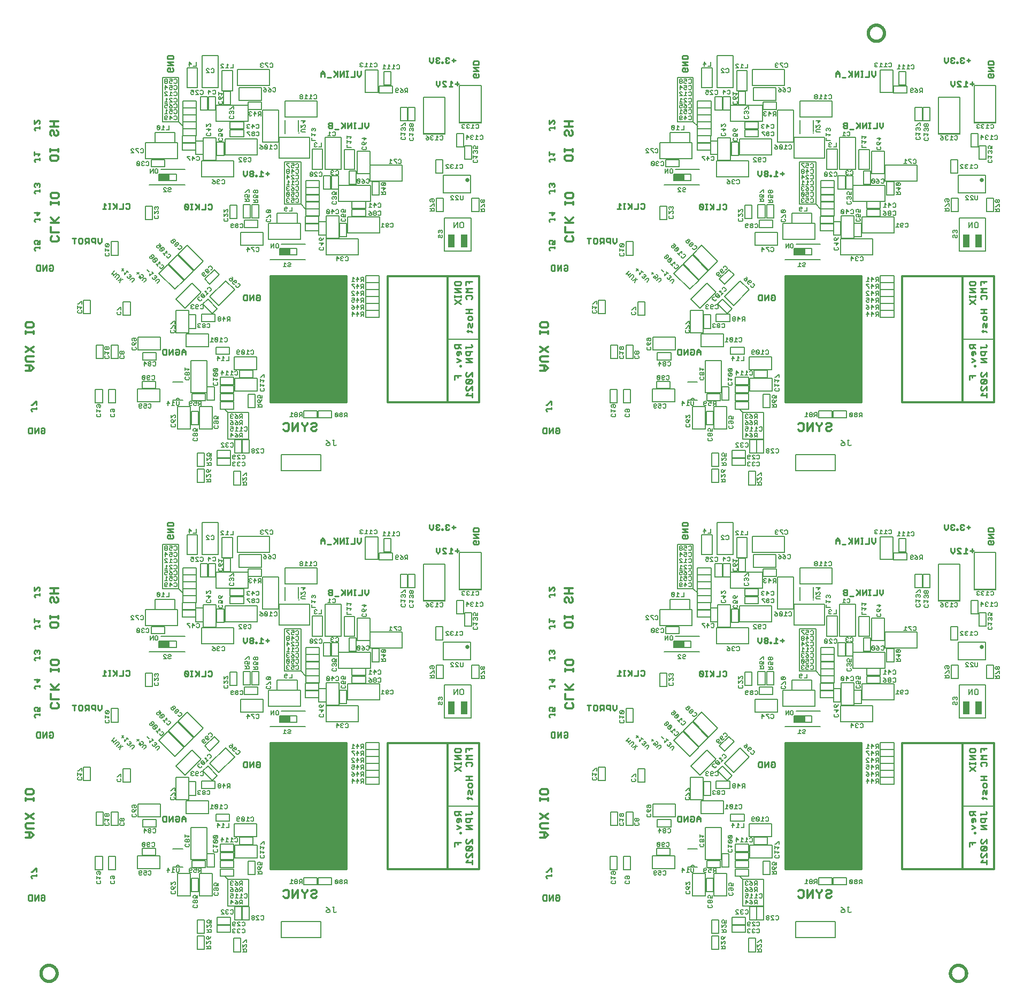
<source format=gbr>
G04 EAGLE Gerber RS-274X export*
G75*
%MOMM*%
%FSLAX34Y34*%
%LPD*%
%INSilkscreen Bottom*%
%IPPOS*%
%AMOC8*
5,1,8,0,0,1.08239X$1,22.5*%
G01*
%ADD10C,0.152400*%
%ADD11C,0.228600*%
%ADD12C,0.127000*%
%ADD13C,0.300000*%
%ADD14C,0.200000*%
%ADD15C,0.330200*%
%ADD16R,12.000000X20.000000*%
%ADD17C,0.203200*%
%ADD18R,1.778000X1.016000*%
%ADD19C,0.650000*%
%ADD20R,1.000000X2.000000*%
%ADD21C,0.177800*%
%ADD22C,0.320000*%
%ADD23C,0.500000*%


D10*
X-470823Y316640D02*
X-467767Y313584D01*
X-470823Y313584D02*
X-467767Y316640D01*
X-466378Y310667D02*
X-466378Y307612D01*
X-461795Y312195D01*
X-463322Y313722D02*
X-460267Y310667D01*
X-461933Y304694D02*
X-461933Y303167D01*
X-460405Y301639D01*
X-458878Y301639D01*
X-458114Y302403D01*
X-458114Y303931D01*
X-458878Y304694D01*
X-458114Y303931D02*
X-456586Y303931D01*
X-455822Y304694D01*
X-455822Y306222D01*
X-457350Y307750D01*
X-458878Y307750D01*
X-454433Y301777D02*
X-457488Y298722D01*
X-454433Y301777D02*
X-451377Y301777D01*
X-451377Y298722D01*
X-454433Y295666D01*
X-443663Y307980D02*
X-446718Y311035D01*
X-446718Y307980D02*
X-443663Y311035D01*
X-443801Y303535D02*
X-440746Y300479D01*
X-443801Y303535D02*
X-441510Y305826D01*
X-440746Y303535D01*
X-439982Y302771D01*
X-438454Y302771D01*
X-436927Y304299D01*
X-436927Y305826D01*
X-438454Y307354D01*
X-439982Y307354D01*
X-435537Y301382D02*
X-438593Y298326D01*
X-435537Y301382D02*
X-432482Y301382D01*
X-432482Y298326D01*
X-435537Y295271D01*
X-427825Y311821D02*
X-430881Y314877D01*
X-426436Y308904D02*
X-426436Y305849D01*
X-421853Y310432D01*
X-423380Y311959D02*
X-420325Y308904D01*
X-421991Y302931D02*
X-421991Y301404D01*
X-420463Y299876D01*
X-418936Y299876D01*
X-418172Y300640D01*
X-418172Y302168D01*
X-418936Y302931D01*
X-418172Y302168D02*
X-416644Y302168D01*
X-415880Y302931D01*
X-415880Y304459D01*
X-417408Y305987D01*
X-418936Y305987D01*
X-414491Y300014D02*
X-417546Y296959D01*
X-414491Y300014D02*
X-411435Y300014D01*
X-411435Y296959D01*
X-414491Y293903D01*
D11*
X-92381Y624050D02*
X-92381Y629864D01*
X-92381Y624050D02*
X-95288Y621143D01*
X-98195Y624050D01*
X-98195Y629864D01*
X-102509Y629864D02*
X-102509Y621143D01*
X-108324Y621143D01*
X-112638Y621143D02*
X-115545Y621143D01*
X-114092Y621143D02*
X-114092Y629864D01*
X-115545Y629864D02*
X-112638Y629864D01*
X-119391Y629864D02*
X-119391Y621143D01*
X-125205Y621143D02*
X-119391Y629864D01*
X-125205Y629864D02*
X-125205Y621143D01*
X-129519Y621143D02*
X-129519Y629864D01*
X-129519Y624050D02*
X-135334Y629864D01*
X-130973Y625504D02*
X-135334Y621143D01*
X-139648Y619689D02*
X-145462Y619689D01*
X-149777Y621143D02*
X-149777Y626957D01*
X-152684Y629864D01*
X-155591Y626957D01*
X-155591Y621143D01*
X-155591Y625504D02*
X-149777Y625504D01*
X92911Y625764D02*
X94364Y624311D01*
X94364Y621404D01*
X92911Y619950D01*
X87097Y619950D01*
X85643Y621404D01*
X85643Y624311D01*
X87097Y625764D01*
X90004Y625764D01*
X90004Y622857D01*
X85643Y630079D02*
X94364Y630079D01*
X85643Y635893D01*
X94364Y635893D01*
X94364Y640207D02*
X85643Y640207D01*
X85643Y644568D01*
X87097Y646022D01*
X92911Y646022D01*
X94364Y644568D01*
X94364Y640207D01*
X-80381Y548364D02*
X-80381Y542550D01*
X-83288Y539643D01*
X-86195Y542550D01*
X-86195Y548364D01*
X-90509Y548364D02*
X-90509Y539643D01*
X-96324Y539643D01*
X-100638Y539643D02*
X-103545Y539643D01*
X-102092Y539643D02*
X-102092Y548364D01*
X-103545Y548364D02*
X-100638Y548364D01*
X-107391Y548364D02*
X-107391Y539643D01*
X-113205Y539643D02*
X-107391Y548364D01*
X-113205Y548364D02*
X-113205Y539643D01*
X-117519Y539643D02*
X-117519Y548364D01*
X-117519Y542550D02*
X-123334Y548364D01*
X-118973Y544004D02*
X-123334Y539643D01*
X-127648Y538189D02*
X-133462Y538189D01*
X-137777Y539643D02*
X-137777Y548364D01*
X-142137Y548364D01*
X-143591Y546911D01*
X-143591Y545457D01*
X-142137Y544004D01*
X-143591Y542550D01*
X-143591Y541097D01*
X-142137Y539643D01*
X-137777Y539643D01*
X-137777Y544004D02*
X-142137Y544004D01*
X51832Y647004D02*
X57646Y647004D01*
X54739Y649911D02*
X54739Y644097D01*
X47518Y649911D02*
X46064Y651364D01*
X43157Y651364D01*
X41704Y649911D01*
X41704Y648457D01*
X43157Y647004D01*
X44611Y647004D01*
X43157Y647004D02*
X41704Y645550D01*
X41704Y644097D01*
X43157Y642643D01*
X46064Y642643D01*
X47518Y644097D01*
X37389Y644097D02*
X37389Y642643D01*
X37389Y644097D02*
X35936Y644097D01*
X35936Y642643D01*
X37389Y642643D01*
X32325Y649911D02*
X30871Y651364D01*
X27964Y651364D01*
X26511Y649911D01*
X26511Y648457D01*
X27964Y647004D01*
X29418Y647004D01*
X27964Y647004D02*
X26511Y645550D01*
X26511Y644097D01*
X27964Y642643D01*
X30871Y642643D01*
X32325Y644097D01*
X22196Y645550D02*
X22196Y651364D01*
X22196Y645550D02*
X19289Y642643D01*
X16382Y645550D01*
X16382Y651364D01*
X57300Y610004D02*
X63114Y610004D01*
X60207Y612911D02*
X60207Y607097D01*
X52986Y611457D02*
X50079Y614364D01*
X50079Y605643D01*
X52986Y605643D02*
X47171Y605643D01*
X42857Y605643D02*
X37043Y605643D01*
X42857Y605643D02*
X37043Y611457D01*
X37043Y612911D01*
X38496Y614364D01*
X41403Y614364D01*
X42857Y612911D01*
X32728Y614364D02*
X32728Y608550D01*
X29821Y605643D01*
X26914Y608550D01*
X26914Y614364D01*
D12*
X-307000Y93000D02*
X-303000Y89000D01*
X-303000Y47000D01*
D10*
X-487068Y308481D02*
X-482485Y313064D01*
X-484012Y308481D02*
X-487068Y308481D01*
X-484012Y308481D02*
X-484013Y305425D01*
X-479429Y310008D01*
X-478040Y307091D02*
X-481859Y303272D01*
X-478040Y307091D02*
X-476512Y307091D01*
X-474985Y305564D01*
X-474985Y304036D01*
X-478804Y300217D01*
X-476650Y298063D02*
X-469012Y299591D01*
X-472067Y302646D02*
X-473595Y295008D01*
D12*
X-187000Y419000D02*
X-180000Y412000D01*
X-187000Y419000D02*
X-187000Y486000D01*
X-213000Y486000D01*
D11*
X-389636Y633311D02*
X-391089Y634764D01*
X-389636Y633311D02*
X-389636Y630404D01*
X-391089Y628950D01*
X-396903Y628950D01*
X-398357Y630404D01*
X-398357Y633311D01*
X-396903Y634764D01*
X-393996Y634764D01*
X-393996Y631857D01*
X-398357Y639079D02*
X-389636Y639079D01*
X-398357Y644893D01*
X-389636Y644893D01*
X-389636Y649207D02*
X-398357Y649207D01*
X-398357Y653568D01*
X-396903Y655022D01*
X-391089Y655022D01*
X-389636Y653568D01*
X-389636Y649207D01*
X-369886Y186457D02*
X-369886Y180643D01*
X-369886Y186457D02*
X-372793Y189364D01*
X-375700Y186457D01*
X-375700Y180643D01*
X-375700Y185004D02*
X-369886Y185004D01*
X-384375Y189364D02*
X-385829Y187911D01*
X-384375Y189364D02*
X-381468Y189364D01*
X-380014Y187911D01*
X-380014Y182097D01*
X-381468Y180643D01*
X-384375Y180643D01*
X-385829Y182097D01*
X-385829Y185004D01*
X-382921Y185004D01*
X-390143Y180643D02*
X-390143Y189364D01*
X-395957Y180643D01*
X-395957Y189364D01*
X-400272Y189364D02*
X-400272Y180643D01*
X-404632Y180643D01*
X-406086Y182097D01*
X-406086Y187911D01*
X-404632Y189364D01*
X-400272Y189364D01*
X-502821Y359550D02*
X-502821Y365364D01*
X-502821Y359550D02*
X-505729Y356643D01*
X-508636Y359550D01*
X-508636Y365364D01*
X-512950Y365364D02*
X-512950Y356643D01*
X-512950Y365364D02*
X-517311Y365364D01*
X-518764Y363911D01*
X-518764Y361004D01*
X-517311Y359550D01*
X-512950Y359550D01*
X-523079Y356643D02*
X-523079Y365364D01*
X-527439Y365364D01*
X-528893Y363911D01*
X-528893Y361004D01*
X-527439Y359550D01*
X-523079Y359550D01*
X-525986Y359550D02*
X-528893Y356643D01*
X-534661Y365364D02*
X-537568Y365364D01*
X-534661Y365364D02*
X-533207Y363911D01*
X-533207Y358097D01*
X-534661Y356643D01*
X-537568Y356643D01*
X-539022Y358097D01*
X-539022Y363911D01*
X-537568Y365364D01*
X-546243Y365364D02*
X-546243Y356643D01*
X-543336Y365364D02*
X-549150Y365364D01*
X-464324Y418911D02*
X-462870Y420364D01*
X-459963Y420364D01*
X-458509Y418911D01*
X-458509Y413097D01*
X-459963Y411643D01*
X-462870Y411643D01*
X-464324Y413097D01*
X-468638Y411643D02*
X-468638Y420364D01*
X-468638Y411643D02*
X-474452Y411643D01*
X-478767Y411643D02*
X-478767Y420364D01*
X-478767Y414550D02*
X-484581Y420364D01*
X-480220Y416004D02*
X-484581Y411643D01*
X-488895Y411643D02*
X-491803Y411643D01*
X-490349Y411643D02*
X-490349Y420364D01*
X-488895Y420364D02*
X-491803Y420364D01*
X-495648Y417457D02*
X-498555Y420364D01*
X-498555Y411643D01*
X-495648Y411643D02*
X-501462Y411643D01*
X-334324Y417911D02*
X-332870Y419364D01*
X-329963Y419364D01*
X-328509Y417911D01*
X-328509Y412097D01*
X-329963Y410643D01*
X-332870Y410643D01*
X-334324Y412097D01*
X-338638Y410643D02*
X-338638Y419364D01*
X-338638Y410643D02*
X-344452Y410643D01*
X-348767Y410643D02*
X-348767Y419364D01*
X-348767Y413550D02*
X-354581Y419364D01*
X-350220Y415004D02*
X-354581Y410643D01*
X-358895Y410643D02*
X-361803Y410643D01*
X-360349Y410643D02*
X-360349Y419364D01*
X-358895Y419364D02*
X-361803Y419364D01*
X-365648Y417911D02*
X-365648Y412097D01*
X-365648Y417911D02*
X-367101Y419364D01*
X-370009Y419364D01*
X-371462Y417911D01*
X-371462Y412097D01*
X-370009Y410643D01*
X-367101Y410643D01*
X-365648Y412097D01*
X-371462Y417911D01*
X-256311Y275364D02*
X-257764Y273911D01*
X-256311Y275364D02*
X-253404Y275364D01*
X-251950Y273911D01*
X-251950Y268097D01*
X-253404Y266643D01*
X-256311Y266643D01*
X-257764Y268097D01*
X-257764Y271004D01*
X-254857Y271004D01*
X-262079Y266643D02*
X-262079Y275364D01*
X-267893Y266643D01*
X-267893Y275364D01*
X-272207Y275364D02*
X-272207Y266643D01*
X-276568Y266643D01*
X-278022Y268097D01*
X-278022Y273911D01*
X-276568Y275364D01*
X-272207Y275364D01*
X-597311Y64364D02*
X-598764Y62911D01*
X-597311Y64364D02*
X-594404Y64364D01*
X-592950Y62911D01*
X-592950Y57097D01*
X-594404Y55643D01*
X-597311Y55643D01*
X-598764Y57097D01*
X-598764Y60004D01*
X-595857Y60004D01*
X-603079Y55643D02*
X-603079Y64364D01*
X-608893Y55643D01*
X-608893Y64364D01*
X-613207Y64364D02*
X-613207Y55643D01*
X-617568Y55643D01*
X-619022Y57097D01*
X-619022Y62911D01*
X-617568Y64364D01*
X-613207Y64364D01*
X-585764Y320911D02*
X-584311Y322364D01*
X-581404Y322364D01*
X-579950Y320911D01*
X-579950Y315097D01*
X-581404Y313643D01*
X-584311Y313643D01*
X-585764Y315097D01*
X-585764Y318004D01*
X-582857Y318004D01*
X-590079Y313643D02*
X-590079Y322364D01*
X-595893Y313643D01*
X-595893Y322364D01*
X-600207Y322364D02*
X-600207Y313643D01*
X-604568Y313643D01*
X-606022Y315097D01*
X-606022Y320911D01*
X-604568Y322364D01*
X-600207Y322364D01*
D12*
X-406000Y620000D02*
X-381000Y620000D01*
X-381000Y550000D01*
X-374000Y543000D01*
X-213000Y419000D02*
X-187000Y419000D01*
X-213000Y419000D02*
X-213000Y486000D01*
X-406000Y550000D02*
X-406000Y620000D01*
X-406000Y550000D02*
X-381000Y550000D01*
X-303000Y89000D02*
X-270000Y89000D01*
X-270000Y47000D01*
X-303000Y47000D01*
D11*
X-243168Y467504D02*
X-237354Y467504D01*
X-240261Y470411D02*
X-240261Y464597D01*
X-247482Y468957D02*
X-250389Y471864D01*
X-250389Y463143D01*
X-247482Y463143D02*
X-253296Y463143D01*
X-257611Y463143D02*
X-257611Y464597D01*
X-259064Y464597D01*
X-259064Y463143D01*
X-257611Y463143D01*
X-262675Y470411D02*
X-264129Y471864D01*
X-267036Y471864D01*
X-268489Y470411D01*
X-268489Y468957D01*
X-267036Y467504D01*
X-268489Y466050D01*
X-268489Y464597D01*
X-267036Y463143D01*
X-264129Y463143D01*
X-262675Y464597D01*
X-262675Y466050D01*
X-264129Y467504D01*
X-262675Y468957D01*
X-262675Y470411D01*
X-264129Y467504D02*
X-267036Y467504D01*
X-272804Y466050D02*
X-272804Y471864D01*
X-272804Y466050D02*
X-275711Y463143D01*
X-278618Y466050D01*
X-278618Y471864D01*
X56135Y196857D02*
X65857Y196857D01*
X56135Y196857D02*
X56135Y191996D01*
X57755Y190375D01*
X60996Y190375D01*
X62616Y191996D01*
X62616Y196857D01*
X62616Y193616D02*
X65857Y190375D01*
X65857Y184187D02*
X65857Y180946D01*
X65857Y184187D02*
X64237Y185808D01*
X60996Y185808D01*
X59375Y184187D01*
X59375Y180946D01*
X60996Y179326D01*
X62616Y179326D01*
X62616Y185808D01*
X59375Y174758D02*
X65857Y171517D01*
X59375Y168277D01*
X64237Y163709D02*
X65857Y163709D01*
X64237Y163709D02*
X64237Y162088D01*
X65857Y162088D01*
X65857Y163709D01*
X65857Y147135D02*
X56135Y147135D01*
X56135Y140653D01*
X60996Y143894D02*
X60996Y147135D01*
X83857Y195237D02*
X82237Y196857D01*
X83857Y195237D02*
X83857Y193616D01*
X82237Y191996D01*
X74135Y191996D01*
X74135Y193616D02*
X74135Y190375D01*
X74135Y185808D02*
X83857Y185808D01*
X74135Y185808D02*
X74135Y180946D01*
X75755Y179326D01*
X78996Y179326D01*
X80616Y180946D01*
X80616Y185808D01*
X83857Y174758D02*
X74135Y174758D01*
X83857Y168277D01*
X74135Y168277D01*
X83857Y152659D02*
X83857Y146178D01*
X83857Y152659D02*
X77375Y146178D01*
X75755Y146178D01*
X74135Y147798D01*
X74135Y151039D01*
X75755Y152659D01*
X75755Y141610D02*
X82237Y141610D01*
X75755Y141610D02*
X74135Y139989D01*
X74135Y136749D01*
X75755Y135128D01*
X82237Y135128D01*
X83857Y136749D01*
X83857Y139989D01*
X82237Y141610D01*
X75755Y135128D01*
X83857Y130560D02*
X83857Y124079D01*
X83857Y130560D02*
X77375Y124079D01*
X75755Y124079D01*
X74135Y125699D01*
X74135Y128940D01*
X75755Y130560D01*
X77375Y119511D02*
X74135Y116270D01*
X83857Y116270D01*
X83857Y119511D02*
X83857Y113029D01*
X56135Y291996D02*
X56135Y295237D01*
X57755Y296857D01*
X64237Y296857D01*
X65857Y295237D01*
X65857Y291996D01*
X64237Y290375D01*
X57755Y290375D01*
X56135Y291996D01*
X56135Y285808D02*
X65857Y285808D01*
X65857Y279326D02*
X56135Y285808D01*
X56135Y279326D02*
X65857Y279326D01*
X65857Y274758D02*
X65857Y271517D01*
X65857Y273138D02*
X56135Y273138D01*
X56135Y274758D02*
X56135Y271517D01*
X56135Y267392D02*
X65857Y260910D01*
X65857Y267392D02*
X56135Y260910D01*
X74135Y296857D02*
X83857Y296857D01*
X74135Y296857D02*
X74135Y290375D01*
X78996Y293616D02*
X78996Y296857D01*
X83857Y285808D02*
X74135Y285808D01*
X77375Y282567D01*
X74135Y279326D01*
X83857Y279326D01*
X74135Y269897D02*
X75755Y268277D01*
X74135Y269897D02*
X74135Y273138D01*
X75755Y274758D01*
X82237Y274758D01*
X83857Y273138D01*
X83857Y269897D01*
X82237Y268277D01*
X83857Y252659D02*
X74135Y252659D01*
X78996Y252659D02*
X78996Y246178D01*
X74135Y246178D02*
X83857Y246178D01*
X83857Y239989D02*
X83857Y236749D01*
X82237Y235128D01*
X78996Y235128D01*
X77375Y236749D01*
X77375Y239989D01*
X78996Y241610D01*
X82237Y241610D01*
X83857Y239989D01*
X83857Y230560D02*
X83857Y225699D01*
X82237Y224079D01*
X80616Y225699D01*
X80616Y228940D01*
X78996Y230560D01*
X77375Y228940D01*
X77375Y224079D01*
X75755Y217891D02*
X82237Y217891D01*
X83857Y216270D01*
X77375Y216270D02*
X77375Y219511D01*
D13*
X45000Y205000D02*
X45000Y105000D01*
X45000Y305000D02*
X95000Y305000D01*
X95000Y105000D02*
X45000Y105000D01*
X95000Y205000D02*
X95000Y305000D01*
X95000Y205000D02*
X95000Y105000D01*
D14*
X95000Y205000D02*
X45000Y205000D01*
D13*
X45000Y305000D02*
X-50000Y305000D01*
X-50000Y105000D01*
X45000Y105000D01*
D15*
X-614876Y154909D02*
X-623349Y154909D01*
X-614876Y154909D02*
X-610640Y159145D01*
X-614876Y163381D01*
X-623349Y163381D01*
X-616995Y163381D02*
X-616995Y154909D01*
X-621231Y169641D02*
X-610640Y169641D01*
X-621231Y169641D02*
X-623349Y171759D01*
X-623349Y175996D01*
X-621231Y178114D01*
X-610640Y178114D01*
X-610640Y184374D02*
X-623349Y192846D01*
X-623349Y184374D02*
X-610640Y192846D01*
X-623349Y213839D02*
X-623349Y218075D01*
X-623349Y215957D02*
X-610640Y215957D01*
X-610640Y213839D02*
X-610640Y218075D01*
X-610640Y225779D02*
X-610640Y230015D01*
X-610640Y225779D02*
X-612758Y223661D01*
X-621231Y223661D01*
X-623349Y225779D01*
X-623349Y230015D01*
X-621231Y232133D01*
X-612758Y232133D01*
X-610640Y230015D01*
X-570640Y366263D02*
X-572758Y368381D01*
X-570640Y366263D02*
X-570640Y362027D01*
X-572758Y359909D01*
X-581231Y359909D01*
X-583349Y362027D01*
X-583349Y366263D01*
X-581231Y368381D01*
X-583349Y374641D02*
X-570640Y374641D01*
X-583349Y374641D02*
X-583349Y383114D01*
X-583349Y389374D02*
X-570640Y389374D01*
X-570640Y397846D02*
X-579113Y389374D01*
X-576995Y391492D02*
X-583349Y397846D01*
X-583349Y418839D02*
X-583349Y423075D01*
X-583349Y420957D02*
X-570640Y420957D01*
X-570640Y418839D02*
X-570640Y423075D01*
X-570640Y430779D02*
X-570640Y435015D01*
X-570640Y430779D02*
X-572758Y428661D01*
X-581231Y428661D01*
X-583349Y430779D01*
X-583349Y435015D01*
X-581231Y437133D01*
X-572758Y437133D01*
X-570640Y435015D01*
X-571651Y550725D02*
X-584360Y550725D01*
X-578005Y550725D02*
X-578005Y542252D01*
X-571651Y542252D02*
X-584360Y542252D01*
X-584360Y529638D02*
X-582242Y527520D01*
X-584360Y529638D02*
X-584360Y533874D01*
X-582242Y535992D01*
X-580124Y535992D01*
X-578005Y533874D01*
X-578005Y529638D01*
X-575887Y527520D01*
X-573769Y527520D01*
X-571651Y529638D01*
X-571651Y533874D01*
X-573769Y535992D01*
X-571651Y506527D02*
X-571651Y502291D01*
X-571651Y504409D02*
X-584360Y504409D01*
X-584360Y506527D02*
X-584360Y502291D01*
X-584360Y494588D02*
X-584360Y490351D01*
X-584360Y494588D02*
X-582242Y496706D01*
X-573769Y496706D01*
X-571651Y494588D01*
X-571651Y490351D01*
X-573769Y488233D01*
X-582242Y488233D01*
X-584360Y490351D01*
X-168540Y72360D02*
X-170658Y70242D01*
X-168540Y72360D02*
X-164304Y72360D01*
X-162186Y70242D01*
X-162186Y68124D01*
X-164304Y66005D01*
X-168540Y66005D01*
X-170658Y63887D01*
X-170658Y61769D01*
X-168540Y59651D01*
X-164304Y59651D01*
X-162186Y61769D01*
X-176918Y70242D02*
X-176918Y72360D01*
X-176918Y70242D02*
X-181155Y66005D01*
X-185391Y70242D01*
X-185391Y72360D01*
X-181155Y66005D02*
X-181155Y59651D01*
X-191651Y59651D02*
X-191651Y72360D01*
X-200124Y59651D01*
X-200124Y72360D01*
X-212738Y72360D02*
X-214856Y70242D01*
X-212738Y72360D02*
X-208502Y72360D01*
X-206384Y70242D01*
X-206384Y61769D01*
X-208502Y59651D01*
X-212738Y59651D01*
X-214856Y61769D01*
D13*
X-235000Y105000D02*
X-235000Y305000D01*
X-115000Y305000D01*
X-115000Y105000D02*
X-235000Y105000D01*
X-115000Y105000D02*
X-115000Y305000D01*
D16*
X-175000Y205000D03*
D13*
X45000Y205000D02*
X45000Y305000D01*
D10*
X-137183Y532903D02*
X-136103Y533984D01*
X-133942Y533984D01*
X-132862Y532903D01*
X-132862Y528582D01*
X-133942Y527502D01*
X-136103Y527502D01*
X-137183Y528582D01*
X-140228Y531823D02*
X-142389Y533984D01*
X-142389Y527502D01*
X-144549Y527502D02*
X-140228Y527502D01*
X-328248Y633989D02*
X-329328Y632908D01*
X-328248Y633989D02*
X-326087Y633989D01*
X-325007Y632908D01*
X-325007Y628587D01*
X-326087Y627507D01*
X-328248Y627507D01*
X-329328Y628587D01*
X-332373Y627507D02*
X-336694Y627507D01*
X-332373Y627507D02*
X-336694Y631828D01*
X-336694Y632908D01*
X-335614Y633989D01*
X-333454Y633989D01*
X-332373Y632908D01*
X-132153Y471283D02*
X-131073Y472363D01*
X-128912Y472363D01*
X-127832Y471283D01*
X-127832Y466962D01*
X-128912Y465882D01*
X-131073Y465882D01*
X-132153Y466962D01*
X-135198Y471283D02*
X-136279Y472363D01*
X-138439Y472363D01*
X-139519Y471283D01*
X-139519Y470203D01*
X-138439Y469123D01*
X-137359Y469123D01*
X-138439Y469123D02*
X-139519Y468042D01*
X-139519Y466962D01*
X-138439Y465882D01*
X-136279Y465882D01*
X-135198Y466962D01*
X-325753Y599993D02*
X-326833Y598913D01*
X-325753Y599993D02*
X-323592Y599993D01*
X-322512Y598913D01*
X-322512Y594592D01*
X-323592Y593512D01*
X-325753Y593512D01*
X-326833Y594592D01*
X-333119Y593512D02*
X-333119Y599993D01*
X-329878Y596753D01*
X-334199Y596753D01*
X-473217Y248653D02*
X-472137Y247573D01*
X-472137Y245412D01*
X-473217Y244332D01*
X-477538Y244332D01*
X-478618Y245412D01*
X-478618Y247573D01*
X-477538Y248653D01*
X-472137Y251698D02*
X-472137Y256019D01*
X-473217Y256019D01*
X-477538Y251698D01*
X-478618Y251698D01*
X-468217Y178653D02*
X-467137Y177573D01*
X-467137Y175412D01*
X-468217Y174332D01*
X-472538Y174332D01*
X-473618Y175412D01*
X-473618Y177573D01*
X-472538Y178653D01*
X-468217Y181698D02*
X-467137Y182778D01*
X-467137Y184939D01*
X-468217Y186019D01*
X-469297Y186019D01*
X-470377Y184939D01*
X-471458Y186019D01*
X-472538Y186019D01*
X-473618Y184939D01*
X-473618Y182778D01*
X-472538Y181698D01*
X-471458Y181698D01*
X-470377Y182778D01*
X-469297Y181698D01*
X-468217Y181698D01*
X-470377Y182778D02*
X-470377Y184939D01*
X-483217Y86653D02*
X-482137Y85573D01*
X-482137Y83412D01*
X-483217Y82332D01*
X-487538Y82332D01*
X-488618Y83412D01*
X-488618Y85573D01*
X-487538Y86653D01*
X-487538Y89698D02*
X-488618Y90779D01*
X-488618Y92939D01*
X-487538Y94019D01*
X-483217Y94019D01*
X-482137Y92939D01*
X-482137Y90779D01*
X-483217Y89698D01*
X-484297Y89698D01*
X-485377Y90779D01*
X-485377Y94019D01*
X-490725Y340409D02*
X-491806Y341489D01*
X-490725Y340409D02*
X-490725Y338248D01*
X-491806Y337168D01*
X-496127Y337168D01*
X-497207Y338248D01*
X-497207Y340409D01*
X-496127Y341489D01*
X-492886Y344534D02*
X-490725Y346695D01*
X-497207Y346695D01*
X-497207Y348855D02*
X-497207Y344534D01*
X-496127Y351901D02*
X-491806Y351901D01*
X-490725Y352981D01*
X-490725Y355141D01*
X-491806Y356222D01*
X-496127Y356222D01*
X-497207Y355141D01*
X-497207Y352981D01*
X-496127Y351901D01*
X-491806Y356222D01*
X-195083Y455163D02*
X-194003Y456244D01*
X-191842Y456244D01*
X-190762Y455163D01*
X-190762Y450842D01*
X-191842Y449762D01*
X-194003Y449762D01*
X-195083Y450842D01*
X-198128Y454083D02*
X-200289Y456244D01*
X-200289Y449762D01*
X-202449Y449762D02*
X-198128Y449762D01*
X-205494Y454083D02*
X-207655Y456244D01*
X-207655Y449762D01*
X-209815Y449762D02*
X-205494Y449762D01*
X-387003Y597244D02*
X-388083Y596163D01*
X-387003Y597244D02*
X-384842Y597244D01*
X-383762Y596163D01*
X-383762Y591842D01*
X-384842Y590762D01*
X-387003Y590762D01*
X-388083Y591842D01*
X-391128Y595083D02*
X-393289Y597244D01*
X-393289Y590762D01*
X-395449Y590762D02*
X-391128Y590762D01*
X-398495Y590762D02*
X-402816Y590762D01*
X-398495Y590762D02*
X-402816Y595083D01*
X-402816Y596163D01*
X-401735Y597244D01*
X-399575Y597244D01*
X-398495Y596163D01*
X-535217Y250653D02*
X-534136Y249573D01*
X-534136Y247412D01*
X-535217Y246332D01*
X-539538Y246332D01*
X-540618Y247412D01*
X-540618Y249573D01*
X-539538Y250653D01*
X-536297Y253698D02*
X-534136Y255859D01*
X-540618Y255859D01*
X-540618Y258019D02*
X-540618Y253698D01*
X-534136Y261065D02*
X-534136Y265386D01*
X-535217Y265386D01*
X-539538Y261065D01*
X-540618Y261065D01*
X-492217Y178653D02*
X-491137Y177573D01*
X-491137Y175412D01*
X-492217Y174332D01*
X-496538Y174332D01*
X-497618Y175412D01*
X-497618Y177573D01*
X-496538Y178653D01*
X-493297Y181698D02*
X-491137Y183859D01*
X-497618Y183859D01*
X-497618Y186019D02*
X-497618Y181698D01*
X-492217Y189064D02*
X-491137Y190145D01*
X-491137Y192305D01*
X-492217Y193385D01*
X-493297Y193385D01*
X-494377Y192305D01*
X-495458Y193385D01*
X-496538Y193385D01*
X-497618Y192305D01*
X-497618Y190145D01*
X-496538Y189064D01*
X-495458Y189064D01*
X-494377Y190145D01*
X-493297Y189064D01*
X-492217Y189064D01*
X-494377Y190145D02*
X-494377Y192305D01*
X-505217Y86653D02*
X-504136Y85573D01*
X-504136Y83412D01*
X-505217Y82332D01*
X-509538Y82332D01*
X-510618Y83412D01*
X-510618Y85573D01*
X-509538Y86653D01*
X-506297Y89698D02*
X-504136Y91859D01*
X-510618Y91859D01*
X-510618Y94019D02*
X-510618Y89698D01*
X-509538Y97065D02*
X-510618Y98145D01*
X-510618Y100305D01*
X-509538Y101386D01*
X-505217Y101386D01*
X-504136Y100305D01*
X-504136Y98145D01*
X-505217Y97065D01*
X-506297Y97065D01*
X-507377Y98145D01*
X-507377Y101386D01*
X-158153Y468783D02*
X-157073Y469864D01*
X-154912Y469864D01*
X-153832Y468783D01*
X-153832Y464462D01*
X-154912Y463382D01*
X-157073Y463382D01*
X-158153Y464462D01*
X-161198Y463382D02*
X-165519Y463382D01*
X-161198Y463382D02*
X-165519Y467703D01*
X-165519Y468783D01*
X-164439Y469864D01*
X-162279Y469864D01*
X-161198Y468783D01*
X-168565Y468783D02*
X-168565Y464462D01*
X-168565Y468783D02*
X-169645Y469864D01*
X-171805Y469864D01*
X-172886Y468783D01*
X-172886Y464462D01*
X-171805Y463382D01*
X-169645Y463382D01*
X-168565Y464462D01*
X-172886Y468783D01*
X-387003Y587244D02*
X-388083Y586163D01*
X-387003Y587244D02*
X-384842Y587244D01*
X-383762Y586163D01*
X-383762Y581842D01*
X-384842Y580762D01*
X-387003Y580762D01*
X-388083Y581842D01*
X-391128Y580762D02*
X-395449Y580762D01*
X-391128Y580762D02*
X-395449Y585083D01*
X-395449Y586163D01*
X-394369Y587244D01*
X-392209Y587244D01*
X-391128Y586163D01*
X-398495Y585083D02*
X-400655Y587244D01*
X-400655Y580762D01*
X-398495Y580762D02*
X-402816Y580762D01*
X-303857Y396393D02*
X-302776Y395313D01*
X-302776Y393152D01*
X-303857Y392072D01*
X-308178Y392072D01*
X-309258Y393152D01*
X-309258Y395313D01*
X-308178Y396393D01*
X-309258Y399438D02*
X-309258Y403759D01*
X-309258Y399438D02*
X-304937Y403759D01*
X-303857Y403759D01*
X-302776Y402679D01*
X-302776Y400519D01*
X-303857Y399438D01*
X-309258Y406805D02*
X-309258Y411126D01*
X-309258Y406805D02*
X-304937Y411126D01*
X-303857Y411126D01*
X-302776Y410045D01*
X-302776Y407885D01*
X-303857Y406805D01*
X-412788Y399649D02*
X-413868Y400729D01*
X-412788Y399649D02*
X-412788Y397489D01*
X-413868Y396408D01*
X-418189Y396408D01*
X-419269Y397489D01*
X-419269Y399649D01*
X-418189Y400729D01*
X-419269Y403775D02*
X-419269Y408096D01*
X-419269Y403775D02*
X-414948Y408096D01*
X-413868Y408096D01*
X-412788Y407015D01*
X-412788Y404855D01*
X-413868Y403775D01*
X-413868Y411141D02*
X-412788Y412221D01*
X-412788Y414382D01*
X-413868Y415462D01*
X-414948Y415462D01*
X-416028Y414382D01*
X-416028Y413301D01*
X-416028Y414382D02*
X-417109Y415462D01*
X-418189Y415462D01*
X-419269Y414382D01*
X-419269Y412221D01*
X-418189Y411141D01*
X-195083Y464163D02*
X-194003Y465244D01*
X-191842Y465244D01*
X-190762Y464163D01*
X-190762Y459842D01*
X-191842Y458762D01*
X-194003Y458762D01*
X-195083Y459842D01*
X-198128Y458762D02*
X-202449Y458762D01*
X-198128Y458762D02*
X-202449Y463083D01*
X-202449Y464163D01*
X-201369Y465244D01*
X-199208Y465244D01*
X-198128Y464163D01*
X-208735Y465244D02*
X-208735Y458762D01*
X-205494Y462003D02*
X-208735Y465244D01*
X-209815Y462003D02*
X-205494Y462003D01*
X-345521Y599730D02*
X-346601Y598650D01*
X-345521Y599730D02*
X-343360Y599730D01*
X-342280Y598650D01*
X-342280Y594329D01*
X-343360Y593249D01*
X-345521Y593249D01*
X-346601Y594329D01*
X-349646Y593249D02*
X-353967Y593249D01*
X-349646Y593249D02*
X-353967Y597570D01*
X-353967Y598650D01*
X-352887Y599730D01*
X-350727Y599730D01*
X-349646Y598650D01*
X-357013Y599730D02*
X-361334Y599730D01*
X-357013Y599730D02*
X-357013Y596490D01*
X-359173Y597570D01*
X-360253Y597570D01*
X-361334Y596490D01*
X-361334Y594329D01*
X-360253Y593249D01*
X-358093Y593249D01*
X-357013Y594329D01*
X-249334Y31623D02*
X-250414Y30543D01*
X-249334Y31623D02*
X-247173Y31623D01*
X-246093Y30543D01*
X-246093Y26222D01*
X-247173Y25142D01*
X-249334Y25142D01*
X-250414Y26222D01*
X-253459Y25142D02*
X-257780Y25142D01*
X-253459Y25142D02*
X-257780Y29463D01*
X-257780Y30543D01*
X-256700Y31623D01*
X-254540Y31623D01*
X-253459Y30543D01*
X-260826Y30543D02*
X-261906Y31623D01*
X-264066Y31623D01*
X-265147Y30543D01*
X-265147Y29463D01*
X-264066Y28383D01*
X-265147Y27302D01*
X-265147Y26222D01*
X-264066Y25142D01*
X-261906Y25142D01*
X-260826Y26222D01*
X-260826Y27302D01*
X-261906Y28383D01*
X-260826Y29463D01*
X-260826Y30543D01*
X-261906Y28383D02*
X-264066Y28383D01*
X-279334Y21623D02*
X-280414Y20543D01*
X-279334Y21623D02*
X-277173Y21623D01*
X-276093Y20543D01*
X-276093Y16222D01*
X-277173Y15142D01*
X-279334Y15142D01*
X-280414Y16222D01*
X-283459Y15142D02*
X-287780Y15142D01*
X-283459Y15142D02*
X-287780Y19463D01*
X-287780Y20543D01*
X-286700Y21623D01*
X-284540Y21623D01*
X-283459Y20543D01*
X-290826Y16222D02*
X-291906Y15142D01*
X-294066Y15142D01*
X-295147Y16222D01*
X-295147Y20543D01*
X-294066Y21623D01*
X-291906Y21623D01*
X-290826Y20543D01*
X-290826Y19463D01*
X-291906Y18383D01*
X-295147Y18383D01*
X-432253Y485583D02*
X-431173Y486663D01*
X-429012Y486663D01*
X-427932Y485583D01*
X-427932Y481262D01*
X-429012Y480182D01*
X-431173Y480182D01*
X-432253Y481262D01*
X-435298Y485583D02*
X-436379Y486663D01*
X-438539Y486663D01*
X-439619Y485583D01*
X-439619Y484503D01*
X-438539Y483423D01*
X-437459Y483423D01*
X-438539Y483423D02*
X-439619Y482342D01*
X-439619Y481262D01*
X-438539Y480182D01*
X-436379Y480182D01*
X-435298Y481262D01*
X-442665Y481262D02*
X-442665Y485583D01*
X-443745Y486663D01*
X-445905Y486663D01*
X-446986Y485583D01*
X-446986Y481262D01*
X-445905Y480182D01*
X-443745Y480182D01*
X-442665Y481262D01*
X-446986Y485583D01*
X-297573Y40863D02*
X-298653Y39783D01*
X-297573Y40863D02*
X-295412Y40863D01*
X-294332Y39783D01*
X-294332Y35462D01*
X-295412Y34382D01*
X-297573Y34382D01*
X-298653Y35462D01*
X-301698Y39783D02*
X-302778Y40863D01*
X-304939Y40863D01*
X-306019Y39783D01*
X-306019Y38703D01*
X-304939Y37623D01*
X-303859Y37623D01*
X-304939Y37623D02*
X-306019Y36542D01*
X-306019Y35462D01*
X-304939Y34382D01*
X-302778Y34382D01*
X-301698Y35462D01*
X-309064Y34382D02*
X-313385Y34382D01*
X-309064Y34382D02*
X-313385Y38703D01*
X-313385Y39783D01*
X-312305Y40863D01*
X-310145Y40863D01*
X-309064Y39783D01*
X-279334Y10624D02*
X-280414Y9543D01*
X-279334Y10624D02*
X-277173Y10624D01*
X-276093Y9543D01*
X-276093Y5222D01*
X-277173Y4142D01*
X-279334Y4142D01*
X-280414Y5222D01*
X-283459Y9543D02*
X-284540Y10624D01*
X-286700Y10624D01*
X-287780Y9543D01*
X-287780Y8463D01*
X-286700Y7383D01*
X-285620Y7383D01*
X-286700Y7383D02*
X-287780Y6303D01*
X-287780Y5222D01*
X-286700Y4142D01*
X-284540Y4142D01*
X-283459Y5222D01*
X-290826Y9543D02*
X-291906Y10624D01*
X-294066Y10624D01*
X-295147Y9543D01*
X-295147Y8463D01*
X-294066Y7383D01*
X-292986Y7383D01*
X-294066Y7383D02*
X-295147Y6303D01*
X-295147Y5222D01*
X-294066Y4142D01*
X-291906Y4142D01*
X-290826Y5222D01*
X-116683Y334903D02*
X-115603Y335984D01*
X-113442Y335984D01*
X-112362Y334903D01*
X-112362Y330582D01*
X-113442Y329502D01*
X-115603Y329502D01*
X-116683Y330582D01*
X-119728Y334903D02*
X-120808Y335984D01*
X-122969Y335984D01*
X-124049Y334903D01*
X-124049Y333823D01*
X-122969Y332743D01*
X-121889Y332743D01*
X-122969Y332743D02*
X-124049Y331663D01*
X-124049Y330582D01*
X-122969Y329502D01*
X-120808Y329502D01*
X-119728Y330582D01*
X-130335Y329502D02*
X-130335Y335984D01*
X-127094Y332743D01*
X-131415Y332743D01*
X-131017Y422603D02*
X-132097Y423683D01*
X-131017Y422603D02*
X-131017Y420442D01*
X-132097Y419362D01*
X-136418Y419362D01*
X-137498Y420442D01*
X-137498Y422603D01*
X-136418Y423683D01*
X-132097Y426728D02*
X-131017Y427808D01*
X-131017Y429969D01*
X-132097Y431049D01*
X-133177Y431049D01*
X-134257Y429969D01*
X-134257Y428889D01*
X-134257Y429969D02*
X-135338Y431049D01*
X-136418Y431049D01*
X-137498Y429969D01*
X-137498Y427808D01*
X-136418Y426728D01*
X-131017Y434094D02*
X-131017Y438415D01*
X-131017Y434094D02*
X-134257Y434094D01*
X-133177Y436255D01*
X-133177Y437335D01*
X-134257Y438415D01*
X-136418Y438415D01*
X-137498Y437335D01*
X-137498Y435175D01*
X-136418Y434094D01*
X-311304Y458004D02*
X-312384Y456923D01*
X-311304Y458004D02*
X-309143Y458004D01*
X-308063Y456923D01*
X-308063Y452602D01*
X-309143Y451522D01*
X-311304Y451522D01*
X-312384Y452602D01*
X-315429Y456923D02*
X-316510Y458004D01*
X-318670Y458004D01*
X-319750Y456923D01*
X-319750Y455843D01*
X-318670Y454763D01*
X-317590Y454763D01*
X-318670Y454763D02*
X-319750Y453683D01*
X-319750Y452602D01*
X-318670Y451522D01*
X-316510Y451522D01*
X-315429Y452602D01*
X-324956Y456923D02*
X-327117Y458004D01*
X-324956Y456923D02*
X-322796Y454763D01*
X-322796Y452602D01*
X-323876Y451522D01*
X-326036Y451522D01*
X-327117Y452602D01*
X-327117Y453683D01*
X-326036Y454763D01*
X-322796Y454763D01*
X-293516Y558103D02*
X-294597Y559183D01*
X-293516Y558103D02*
X-293516Y555942D01*
X-294597Y554862D01*
X-298918Y554862D01*
X-299998Y555942D01*
X-299998Y558103D01*
X-298918Y559183D01*
X-294597Y562228D02*
X-293516Y563308D01*
X-293516Y565469D01*
X-294597Y566549D01*
X-295677Y566549D01*
X-296757Y565469D01*
X-296757Y564389D01*
X-296757Y565469D02*
X-297837Y566549D01*
X-298918Y566549D01*
X-299998Y565469D01*
X-299998Y563308D01*
X-298918Y562228D01*
X-293516Y569594D02*
X-293516Y573915D01*
X-294597Y573915D01*
X-298918Y569594D01*
X-299998Y569594D01*
X-131764Y409463D02*
X-130684Y410543D01*
X-128523Y410543D01*
X-127443Y409463D01*
X-127443Y405142D01*
X-128523Y404062D01*
X-130684Y404062D01*
X-131764Y405142D01*
X-138050Y404062D02*
X-138050Y410543D01*
X-134809Y407303D01*
X-139130Y407303D01*
X-142176Y405142D02*
X-142176Y409463D01*
X-143256Y410543D01*
X-145416Y410543D01*
X-146497Y409463D01*
X-146497Y405142D01*
X-145416Y404062D01*
X-143256Y404062D01*
X-142176Y405142D01*
X-146497Y409463D01*
X-64914Y419543D02*
X-63834Y420623D01*
X-61673Y420623D01*
X-60593Y419543D01*
X-60593Y415222D01*
X-61673Y414142D01*
X-63834Y414142D01*
X-64914Y415222D01*
X-71200Y414142D02*
X-71200Y420623D01*
X-67959Y417383D01*
X-72280Y417383D01*
X-75326Y418463D02*
X-77486Y420623D01*
X-77486Y414142D01*
X-75326Y414142D02*
X-79647Y414142D01*
X-330057Y530723D02*
X-331137Y531803D01*
X-330057Y530723D02*
X-330057Y528562D01*
X-331137Y527482D01*
X-335458Y527482D01*
X-336538Y528562D01*
X-336538Y530723D01*
X-335458Y531803D01*
X-336538Y538089D02*
X-330057Y538089D01*
X-333297Y534848D01*
X-333297Y539169D01*
X-336538Y542215D02*
X-336538Y546536D01*
X-336538Y542215D02*
X-332217Y546536D01*
X-331137Y546536D01*
X-330057Y545455D01*
X-330057Y543295D01*
X-331137Y542215D01*
X-257914Y544543D02*
X-256834Y545623D01*
X-254674Y545623D01*
X-253593Y544543D01*
X-253593Y540222D01*
X-254674Y539142D01*
X-256834Y539142D01*
X-257914Y540222D01*
X-264200Y539142D02*
X-264200Y545623D01*
X-260960Y542383D01*
X-265281Y542383D01*
X-268326Y544543D02*
X-269406Y545623D01*
X-271567Y545623D01*
X-272647Y544543D01*
X-272647Y543463D01*
X-271567Y542383D01*
X-270486Y542383D01*
X-271567Y542383D02*
X-272647Y541302D01*
X-272647Y540222D01*
X-271567Y539142D01*
X-269406Y539142D01*
X-268326Y540222D01*
X-152457Y350914D02*
X-151376Y349834D01*
X-151376Y347673D01*
X-152457Y346593D01*
X-156778Y346593D01*
X-157858Y347673D01*
X-157858Y349834D01*
X-156778Y350914D01*
X-157858Y357200D02*
X-151376Y357200D01*
X-154617Y353959D01*
X-154617Y358280D01*
X-152457Y363486D02*
X-151376Y365647D01*
X-152457Y363486D02*
X-154617Y361326D01*
X-156778Y361326D01*
X-157858Y362406D01*
X-157858Y364566D01*
X-156778Y365647D01*
X-155697Y365647D01*
X-154617Y364566D01*
X-154617Y361326D01*
X-351417Y494762D02*
X-352497Y493681D01*
X-351417Y494762D02*
X-349257Y494762D01*
X-348176Y493681D01*
X-348176Y489360D01*
X-349257Y488280D01*
X-351417Y488280D01*
X-352497Y489360D01*
X-358783Y488280D02*
X-358783Y494762D01*
X-355543Y491521D01*
X-359864Y491521D01*
X-362909Y494762D02*
X-367230Y494762D01*
X-367230Y493681D01*
X-362909Y489360D01*
X-362909Y488280D01*
X-195083Y473163D02*
X-194003Y474244D01*
X-191842Y474244D01*
X-190762Y473163D01*
X-190762Y468842D01*
X-191842Y467762D01*
X-194003Y467762D01*
X-195083Y468842D01*
X-201369Y467762D02*
X-201369Y474244D01*
X-198128Y471003D01*
X-202449Y471003D01*
X-205494Y473163D02*
X-206575Y474244D01*
X-208735Y474244D01*
X-209815Y473163D01*
X-209815Y472083D01*
X-208735Y471003D01*
X-209815Y469923D01*
X-209815Y468842D01*
X-208735Y467762D01*
X-206575Y467762D01*
X-205494Y468842D01*
X-205494Y469923D01*
X-206575Y471003D01*
X-205494Y472083D01*
X-205494Y473163D01*
X-206575Y471003D02*
X-208735Y471003D01*
X-387003Y559243D02*
X-388083Y558163D01*
X-387003Y559243D02*
X-384842Y559243D01*
X-383762Y558163D01*
X-383762Y553842D01*
X-384842Y552762D01*
X-387003Y552762D01*
X-388083Y553842D01*
X-394369Y552762D02*
X-394369Y559243D01*
X-391128Y556003D01*
X-395449Y556003D01*
X-398495Y553842D02*
X-399575Y552762D01*
X-401735Y552762D01*
X-402816Y553842D01*
X-402816Y558163D01*
X-401735Y559243D01*
X-399575Y559243D01*
X-398495Y558163D01*
X-398495Y557083D01*
X-399575Y556003D01*
X-402816Y556003D01*
X-195153Y436783D02*
X-194073Y437863D01*
X-191912Y437863D01*
X-190832Y436783D01*
X-190832Y432462D01*
X-191912Y431382D01*
X-194073Y431382D01*
X-195153Y432462D01*
X-198198Y437863D02*
X-202519Y437863D01*
X-198198Y437863D02*
X-198198Y434623D01*
X-200359Y435703D01*
X-201439Y435703D01*
X-202519Y434623D01*
X-202519Y432462D01*
X-201439Y431382D01*
X-199278Y431382D01*
X-198198Y432462D01*
X-205564Y432462D02*
X-205564Y436783D01*
X-206645Y437863D01*
X-208805Y437863D01*
X-209885Y436783D01*
X-209885Y432462D01*
X-208805Y431382D01*
X-206645Y431382D01*
X-205564Y432462D01*
X-209885Y436783D01*
X-387003Y569243D02*
X-388083Y568163D01*
X-387003Y569243D02*
X-384842Y569243D01*
X-383762Y568163D01*
X-383762Y563842D01*
X-384842Y562762D01*
X-387003Y562762D01*
X-388083Y563842D01*
X-391128Y569243D02*
X-395449Y569243D01*
X-391128Y569243D02*
X-391128Y566003D01*
X-393289Y567083D01*
X-394369Y567083D01*
X-395449Y566003D01*
X-395449Y563842D01*
X-394369Y562762D01*
X-392209Y562762D01*
X-391128Y563842D01*
X-398495Y567083D02*
X-400655Y569243D01*
X-400655Y562762D01*
X-398495Y562762D02*
X-402816Y562762D01*
X-195153Y427283D02*
X-194073Y428364D01*
X-191912Y428364D01*
X-190832Y427283D01*
X-190832Y422962D01*
X-191912Y421882D01*
X-194073Y421882D01*
X-195153Y422962D01*
X-198198Y428364D02*
X-202519Y428364D01*
X-198198Y428364D02*
X-198198Y425123D01*
X-200359Y426203D01*
X-201439Y426203D01*
X-202519Y425123D01*
X-202519Y422962D01*
X-201439Y421882D01*
X-199278Y421882D01*
X-198198Y422962D01*
X-205564Y427283D02*
X-206645Y428364D01*
X-208805Y428364D01*
X-209885Y427283D01*
X-209885Y426203D01*
X-208805Y425123D01*
X-207725Y425123D01*
X-208805Y425123D02*
X-209885Y424043D01*
X-209885Y422962D01*
X-208805Y421882D01*
X-206645Y421882D01*
X-205564Y422962D01*
X-388083Y606163D02*
X-387003Y607244D01*
X-384842Y607244D01*
X-383762Y606163D01*
X-383762Y601842D01*
X-384842Y600762D01*
X-387003Y600762D01*
X-388083Y601842D01*
X-391128Y607244D02*
X-395449Y607244D01*
X-391128Y607244D02*
X-391128Y604003D01*
X-393289Y605083D01*
X-394369Y605083D01*
X-395449Y604003D01*
X-395449Y601842D01*
X-394369Y600762D01*
X-392209Y600762D01*
X-391128Y601842D01*
X-401735Y600762D02*
X-401735Y607244D01*
X-398495Y604003D01*
X-402816Y604003D01*
X-117717Y396153D02*
X-116637Y395073D01*
X-116637Y392912D01*
X-117717Y391832D01*
X-122038Y391832D01*
X-123118Y392912D01*
X-123118Y395073D01*
X-122038Y396153D01*
X-116637Y399198D02*
X-116637Y403519D01*
X-116637Y399198D02*
X-119877Y399198D01*
X-118797Y401359D01*
X-118797Y402439D01*
X-119877Y403519D01*
X-122038Y403519D01*
X-123118Y402439D01*
X-123118Y400279D01*
X-122038Y399198D01*
X-116637Y406565D02*
X-116637Y410886D01*
X-116637Y406565D02*
X-119877Y406565D01*
X-118797Y408725D01*
X-118797Y409805D01*
X-119877Y410886D01*
X-122038Y410886D01*
X-123118Y409805D01*
X-123118Y407645D01*
X-122038Y406565D01*
X-310989Y522766D02*
X-312069Y523846D01*
X-310989Y522766D02*
X-310989Y520606D01*
X-312069Y519525D01*
X-316390Y519525D01*
X-317470Y520606D01*
X-317470Y522766D01*
X-316390Y523846D01*
X-310989Y526892D02*
X-310989Y531213D01*
X-310989Y526892D02*
X-314229Y526892D01*
X-313149Y529052D01*
X-313149Y530132D01*
X-314229Y531213D01*
X-316390Y531213D01*
X-317470Y530132D01*
X-317470Y527972D01*
X-316390Y526892D01*
X-312069Y536418D02*
X-310989Y538579D01*
X-312069Y536418D02*
X-314229Y534258D01*
X-316390Y534258D01*
X-317470Y535338D01*
X-317470Y537499D01*
X-316390Y538579D01*
X-315310Y538579D01*
X-314229Y537499D01*
X-314229Y534258D01*
X-195083Y482163D02*
X-194003Y483244D01*
X-191842Y483244D01*
X-190762Y482163D01*
X-190762Y477842D01*
X-191842Y476762D01*
X-194003Y476762D01*
X-195083Y477842D01*
X-198128Y483244D02*
X-202449Y483244D01*
X-198128Y483244D02*
X-198128Y480003D01*
X-200289Y481083D01*
X-201369Y481083D01*
X-202449Y480003D01*
X-202449Y477842D01*
X-201369Y476762D01*
X-199208Y476762D01*
X-198128Y477842D01*
X-205494Y483244D02*
X-209815Y483244D01*
X-209815Y482163D01*
X-205494Y477842D01*
X-205494Y476762D01*
X-387003Y617244D02*
X-388083Y616163D01*
X-387003Y617244D02*
X-384842Y617244D01*
X-383762Y616163D01*
X-383762Y611842D01*
X-384842Y610762D01*
X-387003Y610762D01*
X-388083Y611842D01*
X-391128Y617244D02*
X-395449Y617244D01*
X-391128Y617244D02*
X-391128Y614003D01*
X-393289Y615083D01*
X-394369Y615083D01*
X-395449Y614003D01*
X-395449Y611842D01*
X-394369Y610762D01*
X-392209Y610762D01*
X-391128Y611842D01*
X-398495Y616163D02*
X-399575Y617244D01*
X-401735Y617244D01*
X-402816Y616163D01*
X-402816Y615083D01*
X-401735Y614003D01*
X-402816Y612923D01*
X-402816Y611842D01*
X-401735Y610762D01*
X-399575Y610762D01*
X-398495Y611842D01*
X-398495Y612923D01*
X-399575Y614003D01*
X-398495Y615083D01*
X-398495Y616163D01*
X-399575Y614003D02*
X-401735Y614003D01*
X-427684Y102544D02*
X-428764Y101463D01*
X-427684Y102544D02*
X-425523Y102544D01*
X-424443Y101463D01*
X-424443Y97142D01*
X-425523Y96062D01*
X-427684Y96062D01*
X-428764Y97142D01*
X-431809Y102544D02*
X-436130Y102544D01*
X-431809Y102544D02*
X-431809Y99303D01*
X-433970Y100383D01*
X-435050Y100383D01*
X-436130Y99303D01*
X-436130Y97142D01*
X-435050Y96062D01*
X-432890Y96062D01*
X-431809Y97142D01*
X-439176Y97142D02*
X-440256Y96062D01*
X-442416Y96062D01*
X-443497Y97142D01*
X-443497Y101463D01*
X-442416Y102544D01*
X-440256Y102544D01*
X-439176Y101463D01*
X-439176Y100383D01*
X-440256Y99303D01*
X-443497Y99303D01*
X-83414Y458043D02*
X-82334Y459124D01*
X-80174Y459124D01*
X-79093Y458043D01*
X-79093Y453722D01*
X-80174Y452642D01*
X-82334Y452642D01*
X-83414Y453722D01*
X-88620Y458043D02*
X-90781Y459124D01*
X-88620Y458043D02*
X-86460Y455883D01*
X-86460Y453722D01*
X-87540Y452642D01*
X-89700Y452642D01*
X-90781Y453722D01*
X-90781Y454803D01*
X-89700Y455883D01*
X-86460Y455883D01*
X-93826Y453722D02*
X-93826Y458043D01*
X-94906Y459124D01*
X-97067Y459124D01*
X-98147Y458043D01*
X-98147Y453722D01*
X-97067Y452642D01*
X-94906Y452642D01*
X-93826Y453722D01*
X-98147Y458043D01*
X-311238Y580917D02*
X-312319Y581997D01*
X-311238Y580917D02*
X-311238Y578757D01*
X-312319Y577676D01*
X-316640Y577676D01*
X-317720Y578757D01*
X-317720Y580917D01*
X-316640Y581997D01*
X-312319Y587203D02*
X-311238Y589364D01*
X-312319Y587203D02*
X-314479Y585043D01*
X-316640Y585043D01*
X-317720Y586123D01*
X-317720Y588283D01*
X-316640Y589364D01*
X-315559Y589364D01*
X-314479Y588283D01*
X-314479Y585043D01*
X-313399Y592409D02*
X-311238Y594569D01*
X-317720Y594569D01*
X-317720Y592409D02*
X-317720Y596730D01*
X-387137Y70303D02*
X-386056Y69223D01*
X-386056Y67062D01*
X-387137Y65982D01*
X-391458Y65982D01*
X-392538Y67062D01*
X-392538Y69223D01*
X-391458Y70303D01*
X-387137Y75509D02*
X-386056Y77669D01*
X-387137Y75509D02*
X-389297Y73348D01*
X-391458Y73348D01*
X-392538Y74429D01*
X-392538Y76589D01*
X-391458Y77669D01*
X-390377Y77669D01*
X-389297Y76589D01*
X-389297Y73348D01*
X-392538Y80715D02*
X-392538Y85036D01*
X-392538Y80715D02*
X-388217Y85036D01*
X-387137Y85036D01*
X-386056Y83955D01*
X-386056Y81795D01*
X-387137Y80715D01*
X-195083Y446163D02*
X-194003Y447243D01*
X-191842Y447243D01*
X-190762Y446163D01*
X-190762Y441842D01*
X-191842Y440762D01*
X-194003Y440762D01*
X-195083Y441842D01*
X-200289Y446163D02*
X-202449Y447243D01*
X-200289Y446163D02*
X-198128Y444003D01*
X-198128Y441842D01*
X-199208Y440762D01*
X-201369Y440762D01*
X-202449Y441842D01*
X-202449Y442922D01*
X-201369Y444003D01*
X-198128Y444003D01*
X-205494Y446163D02*
X-206575Y447243D01*
X-208735Y447243D01*
X-209815Y446163D01*
X-209815Y445083D01*
X-208735Y444003D01*
X-207655Y444003D01*
X-208735Y444003D02*
X-209815Y442922D01*
X-209815Y441842D01*
X-208735Y440762D01*
X-206575Y440762D01*
X-205494Y441842D01*
X-84837Y510083D02*
X-83757Y509003D01*
X-83757Y506842D01*
X-84837Y505762D01*
X-89158Y505762D01*
X-90238Y506842D01*
X-90238Y509003D01*
X-89158Y510083D01*
X-84837Y515289D02*
X-83757Y517449D01*
X-84837Y515289D02*
X-86997Y513128D01*
X-89158Y513128D01*
X-90238Y514209D01*
X-90238Y516369D01*
X-89158Y517449D01*
X-88078Y517449D01*
X-86997Y516369D01*
X-86997Y513128D01*
X-83757Y523735D02*
X-90238Y523735D01*
X-86997Y520495D02*
X-83757Y523735D01*
X-86997Y524816D02*
X-86997Y520495D01*
X-387021Y578230D02*
X-388101Y577150D01*
X-387021Y578230D02*
X-384860Y578230D01*
X-383780Y577150D01*
X-383780Y572829D01*
X-384860Y571749D01*
X-387021Y571749D01*
X-388101Y572829D01*
X-393307Y577150D02*
X-395467Y578230D01*
X-393307Y577150D02*
X-391146Y574990D01*
X-391146Y572829D01*
X-392227Y571749D01*
X-394387Y571749D01*
X-395467Y572829D01*
X-395467Y573909D01*
X-394387Y574990D01*
X-391146Y574990D01*
X-398513Y578230D02*
X-402834Y578230D01*
X-398513Y578230D02*
X-398513Y574990D01*
X-400673Y576070D01*
X-401753Y576070D01*
X-402834Y574990D01*
X-402834Y572829D01*
X-401753Y571749D01*
X-399593Y571749D01*
X-398513Y572829D01*
X-231497Y602681D02*
X-230417Y603762D01*
X-228257Y603762D01*
X-227176Y602681D01*
X-227176Y598360D01*
X-228257Y597280D01*
X-230417Y597280D01*
X-231497Y598360D01*
X-236703Y602681D02*
X-238864Y603762D01*
X-236703Y602681D02*
X-234543Y600521D01*
X-234543Y598360D01*
X-235623Y597280D01*
X-237783Y597280D01*
X-238864Y598360D01*
X-238864Y599441D01*
X-237783Y600521D01*
X-234543Y600521D01*
X-244069Y602681D02*
X-246230Y603762D01*
X-244069Y602681D02*
X-241909Y600521D01*
X-241909Y598360D01*
X-242989Y597280D01*
X-245150Y597280D01*
X-246230Y598360D01*
X-246230Y599441D01*
X-245150Y600521D01*
X-241909Y600521D01*
X-449137Y192303D02*
X-448057Y191223D01*
X-448057Y189062D01*
X-449137Y187982D01*
X-453458Y187982D01*
X-454538Y189062D01*
X-454538Y191223D01*
X-453458Y192303D01*
X-449137Y197509D02*
X-448057Y199669D01*
X-449137Y197509D02*
X-451297Y195348D01*
X-453458Y195348D01*
X-454538Y196429D01*
X-454538Y198589D01*
X-453458Y199669D01*
X-452378Y199669D01*
X-451297Y198589D01*
X-451297Y195348D01*
X-453458Y202715D02*
X-454538Y203795D01*
X-454538Y205955D01*
X-453458Y207036D01*
X-449137Y207036D01*
X-448057Y205955D01*
X-448057Y203795D01*
X-449137Y202715D01*
X-450217Y202715D01*
X-451297Y203795D01*
X-451297Y207036D01*
X-236297Y395283D02*
X-235217Y394203D01*
X-235217Y392042D01*
X-236297Y390962D01*
X-240618Y390962D01*
X-241698Y392042D01*
X-241698Y394203D01*
X-240618Y395283D01*
X-235217Y398328D02*
X-235217Y402649D01*
X-236297Y402649D01*
X-240618Y398328D01*
X-241698Y398328D01*
X-240618Y405694D02*
X-236297Y405694D01*
X-235217Y406775D01*
X-235217Y408935D01*
X-236297Y410015D01*
X-240618Y410015D01*
X-241698Y408935D01*
X-241698Y406775D01*
X-240618Y405694D01*
X-236297Y410015D01*
X-32683Y488903D02*
X-31603Y489983D01*
X-29442Y489983D01*
X-28362Y488903D01*
X-28362Y484582D01*
X-29442Y483502D01*
X-31603Y483502D01*
X-32683Y484582D01*
X-35728Y489983D02*
X-40049Y489983D01*
X-40049Y488903D01*
X-35728Y484582D01*
X-35728Y483502D01*
X-43094Y487823D02*
X-45255Y489983D01*
X-45255Y483502D01*
X-47415Y483502D02*
X-43094Y483502D01*
X-440085Y506997D02*
X-441165Y505916D01*
X-440085Y506997D02*
X-437924Y506997D01*
X-436844Y505916D01*
X-436844Y501595D01*
X-437924Y500515D01*
X-440085Y500515D01*
X-441165Y501595D01*
X-444210Y506997D02*
X-448531Y506997D01*
X-448531Y505916D01*
X-444210Y501595D01*
X-444210Y500515D01*
X-451576Y500515D02*
X-455897Y500515D01*
X-451576Y500515D02*
X-455897Y504836D01*
X-455897Y505916D01*
X-454817Y506997D01*
X-452657Y506997D01*
X-451576Y505916D01*
X-236183Y641403D02*
X-235103Y642484D01*
X-232942Y642484D01*
X-231862Y641403D01*
X-231862Y637082D01*
X-232942Y636002D01*
X-235103Y636002D01*
X-236183Y637082D01*
X-239228Y642484D02*
X-243549Y642484D01*
X-243549Y641403D01*
X-239228Y637082D01*
X-239228Y636002D01*
X-246595Y641403D02*
X-247675Y642484D01*
X-249835Y642484D01*
X-250916Y641403D01*
X-250916Y640323D01*
X-249835Y639243D01*
X-248755Y639243D01*
X-249835Y639243D02*
X-250916Y638163D01*
X-250916Y637082D01*
X-249835Y636002D01*
X-247675Y636002D01*
X-246595Y637082D01*
X-257154Y350743D02*
X-258234Y349663D01*
X-257154Y350743D02*
X-254993Y350743D01*
X-253913Y349663D01*
X-253913Y345342D01*
X-254993Y344262D01*
X-257154Y344262D01*
X-258234Y345342D01*
X-261279Y350743D02*
X-265600Y350743D01*
X-265600Y349663D01*
X-261279Y345342D01*
X-261279Y344262D01*
X-271886Y344262D02*
X-271886Y350743D01*
X-268646Y347503D01*
X-272967Y347503D01*
X-388137Y219303D02*
X-387056Y218223D01*
X-387056Y216062D01*
X-388137Y214982D01*
X-392458Y214982D01*
X-393538Y216062D01*
X-393538Y218223D01*
X-392458Y219303D01*
X-387056Y222348D02*
X-387056Y226669D01*
X-388137Y226669D01*
X-392458Y222348D01*
X-393538Y222348D01*
X-387056Y229715D02*
X-387056Y234036D01*
X-388137Y234036D01*
X-392458Y229715D01*
X-393538Y229715D01*
X-365077Y145384D02*
X-363997Y144304D01*
X-363997Y142143D01*
X-365077Y141063D01*
X-369398Y141063D01*
X-370478Y142143D01*
X-370478Y144304D01*
X-369398Y145384D01*
X-365077Y148429D02*
X-363997Y149510D01*
X-363997Y151670D01*
X-365077Y152750D01*
X-366157Y152750D01*
X-367237Y151670D01*
X-368318Y152750D01*
X-369398Y152750D01*
X-370478Y151670D01*
X-370478Y149510D01*
X-369398Y148429D01*
X-368318Y148429D01*
X-367237Y149510D01*
X-366157Y148429D01*
X-365077Y148429D01*
X-367237Y149510D02*
X-367237Y151670D01*
X-366157Y155796D02*
X-363997Y157956D01*
X-370478Y157956D01*
X-370478Y155796D02*
X-370478Y160117D01*
X-335653Y228783D02*
X-334573Y229864D01*
X-332412Y229864D01*
X-331332Y228783D01*
X-331332Y224462D01*
X-332412Y223382D01*
X-334573Y223382D01*
X-335653Y224462D01*
X-338698Y228783D02*
X-339779Y229864D01*
X-341939Y229864D01*
X-343019Y228783D01*
X-343019Y227703D01*
X-341939Y226623D01*
X-343019Y225543D01*
X-343019Y224462D01*
X-341939Y223382D01*
X-339779Y223382D01*
X-338698Y224462D01*
X-338698Y225543D01*
X-339779Y226623D01*
X-338698Y227703D01*
X-338698Y228783D01*
X-339779Y226623D02*
X-341939Y226623D01*
X-346065Y228783D02*
X-347145Y229864D01*
X-349305Y229864D01*
X-350386Y228783D01*
X-350386Y227703D01*
X-349305Y226623D01*
X-348225Y226623D01*
X-349305Y226623D02*
X-350386Y225543D01*
X-350386Y224462D01*
X-349305Y223382D01*
X-347145Y223382D01*
X-346065Y224462D01*
X-420334Y169623D02*
X-421414Y168543D01*
X-420334Y169623D02*
X-418173Y169623D01*
X-417093Y168543D01*
X-417093Y164222D01*
X-418173Y163142D01*
X-420334Y163142D01*
X-421414Y164222D01*
X-424459Y168543D02*
X-425540Y169623D01*
X-427700Y169623D01*
X-428780Y168543D01*
X-428780Y167463D01*
X-427700Y166383D01*
X-428780Y165302D01*
X-428780Y164222D01*
X-427700Y163142D01*
X-425540Y163142D01*
X-424459Y164222D01*
X-424459Y165302D01*
X-425540Y166383D01*
X-424459Y167463D01*
X-424459Y168543D01*
X-425540Y166383D02*
X-427700Y166383D01*
X-435066Y163142D02*
X-435066Y169623D01*
X-431826Y166383D01*
X-436147Y166383D01*
X-352217Y48653D02*
X-351137Y47573D01*
X-351137Y45412D01*
X-352217Y44332D01*
X-356538Y44332D01*
X-357618Y45412D01*
X-357618Y47573D01*
X-356538Y48653D01*
X-352217Y51698D02*
X-351137Y52778D01*
X-351137Y54939D01*
X-352217Y56019D01*
X-353297Y56019D01*
X-354377Y54939D01*
X-355458Y56019D01*
X-356538Y56019D01*
X-357618Y54939D01*
X-357618Y52778D01*
X-356538Y51698D01*
X-355458Y51698D01*
X-354377Y52778D01*
X-353297Y51698D01*
X-352217Y51698D01*
X-354377Y52778D02*
X-354377Y54939D01*
X-351137Y59064D02*
X-351137Y63385D01*
X-351137Y59064D02*
X-354377Y59064D01*
X-353297Y61225D01*
X-353297Y62305D01*
X-354377Y63385D01*
X-356538Y63385D01*
X-357618Y62305D01*
X-357618Y60145D01*
X-356538Y59064D01*
X-64914Y407043D02*
X-63834Y408124D01*
X-61673Y408124D01*
X-60593Y407043D01*
X-60593Y402722D01*
X-61673Y401642D01*
X-63834Y401642D01*
X-64914Y402722D01*
X-67959Y407043D02*
X-69040Y408124D01*
X-71200Y408124D01*
X-72280Y407043D01*
X-72280Y405963D01*
X-71200Y404883D01*
X-72280Y403803D01*
X-72280Y402722D01*
X-71200Y401642D01*
X-69040Y401642D01*
X-67959Y402722D01*
X-67959Y403803D01*
X-69040Y404883D01*
X-67959Y405963D01*
X-67959Y407043D01*
X-69040Y404883D02*
X-71200Y404883D01*
X-77486Y407043D02*
X-79647Y408124D01*
X-77486Y407043D02*
X-75326Y404883D01*
X-75326Y402722D01*
X-76406Y401642D01*
X-78566Y401642D01*
X-79647Y402722D01*
X-79647Y403803D01*
X-78566Y404883D01*
X-75326Y404883D01*
X-256654Y533994D02*
X-257734Y532913D01*
X-256654Y533994D02*
X-254494Y533994D01*
X-253413Y532913D01*
X-253413Y528592D01*
X-254494Y527512D01*
X-256654Y527512D01*
X-257734Y528592D01*
X-260780Y532913D02*
X-261860Y533994D01*
X-264020Y533994D01*
X-265101Y532913D01*
X-265101Y531833D01*
X-264020Y530753D01*
X-265101Y529673D01*
X-265101Y528592D01*
X-264020Y527512D01*
X-261860Y527512D01*
X-260780Y528592D01*
X-260780Y529673D01*
X-261860Y530753D01*
X-260780Y531833D01*
X-260780Y532913D01*
X-261860Y530753D02*
X-264020Y530753D01*
X-268146Y533994D02*
X-272467Y533994D01*
X-272467Y532913D01*
X-268146Y528592D01*
X-268146Y527512D01*
X-377292Y353261D02*
X-378820Y353261D01*
X-377292Y353261D02*
X-375764Y351734D01*
X-375764Y350206D01*
X-378820Y347151D01*
X-380347Y347151D01*
X-381875Y348678D01*
X-381875Y350206D01*
X-380973Y355415D02*
X-380973Y356942D01*
X-382501Y358470D01*
X-384028Y358470D01*
X-384792Y357706D01*
X-384792Y356179D01*
X-386320Y356179D01*
X-387084Y355415D01*
X-387084Y353887D01*
X-385556Y352359D01*
X-384028Y352359D01*
X-383264Y353123D01*
X-383264Y354651D01*
X-381737Y354651D01*
X-380973Y355415D01*
X-383264Y354651D02*
X-384792Y356179D01*
X-386182Y360623D02*
X-386182Y362151D01*
X-387709Y363679D01*
X-389237Y363679D01*
X-390001Y362915D01*
X-390001Y361387D01*
X-391529Y361387D01*
X-392292Y360623D01*
X-392292Y359096D01*
X-390765Y357568D01*
X-389237Y357568D01*
X-388473Y358332D01*
X-388473Y359860D01*
X-386945Y359860D01*
X-386182Y360623D01*
X-388473Y359860D02*
X-390001Y361387D01*
X-283484Y387163D02*
X-282404Y388244D01*
X-280244Y388244D01*
X-279163Y387163D01*
X-279163Y382842D01*
X-280244Y381762D01*
X-282404Y381762D01*
X-283484Y382842D01*
X-286530Y387163D02*
X-287610Y388244D01*
X-289770Y388244D01*
X-290851Y387163D01*
X-290851Y386083D01*
X-289770Y385003D01*
X-290851Y383923D01*
X-290851Y382842D01*
X-289770Y381762D01*
X-287610Y381762D01*
X-286530Y382842D01*
X-286530Y383923D01*
X-287610Y385003D01*
X-286530Y386083D01*
X-286530Y387163D01*
X-287610Y385003D02*
X-289770Y385003D01*
X-293896Y382842D02*
X-294976Y381762D01*
X-297137Y381762D01*
X-298217Y382842D01*
X-298217Y387163D01*
X-297137Y388244D01*
X-294976Y388244D01*
X-293896Y387163D01*
X-293896Y386083D01*
X-294976Y385003D01*
X-298217Y385003D01*
X-422334Y147623D02*
X-423414Y146543D01*
X-422334Y147623D02*
X-420173Y147623D01*
X-419093Y146543D01*
X-419093Y142222D01*
X-420173Y141142D01*
X-422334Y141142D01*
X-423414Y142222D01*
X-426459Y142222D02*
X-427540Y141142D01*
X-429700Y141142D01*
X-430780Y142222D01*
X-430780Y146543D01*
X-429700Y147623D01*
X-427540Y147623D01*
X-426459Y146543D01*
X-426459Y145463D01*
X-427540Y144383D01*
X-430780Y144383D01*
X-433826Y142222D02*
X-433826Y146543D01*
X-434906Y147623D01*
X-437066Y147623D01*
X-438147Y146543D01*
X-438147Y142222D01*
X-437066Y141142D01*
X-434906Y141142D01*
X-433826Y142222D01*
X-438147Y146543D01*
X-45384Y387923D02*
X-44304Y389003D01*
X-42143Y389003D01*
X-41063Y387923D01*
X-41063Y383602D01*
X-42143Y382522D01*
X-44304Y382522D01*
X-45384Y383602D01*
X-48429Y383602D02*
X-49510Y382522D01*
X-51670Y382522D01*
X-52750Y383602D01*
X-52750Y387923D01*
X-51670Y389003D01*
X-49510Y389003D01*
X-48429Y387923D01*
X-48429Y386843D01*
X-49510Y385763D01*
X-52750Y385763D01*
X-55796Y386843D02*
X-57956Y389003D01*
X-57956Y382522D01*
X-55796Y382522D02*
X-60117Y382522D01*
X-269476Y492957D02*
X-270557Y491877D01*
X-269476Y492957D02*
X-267316Y492957D01*
X-266236Y491877D01*
X-266236Y487556D01*
X-267316Y486476D01*
X-269476Y486476D01*
X-270557Y487556D01*
X-273602Y487556D02*
X-274682Y486476D01*
X-276843Y486476D01*
X-277923Y487556D01*
X-277923Y491877D01*
X-276843Y492957D01*
X-274682Y492957D01*
X-273602Y491877D01*
X-273602Y490797D01*
X-274682Y489717D01*
X-277923Y489717D01*
X-280968Y486476D02*
X-285289Y486476D01*
X-280968Y486476D02*
X-285289Y490797D01*
X-285289Y491877D01*
X-284209Y492957D01*
X-282048Y492957D01*
X-280968Y491877D01*
X-345210Y259714D02*
X-346290Y258634D01*
X-345210Y259714D02*
X-343049Y259714D01*
X-341969Y258634D01*
X-341969Y254313D01*
X-343049Y253232D01*
X-345210Y253232D01*
X-346290Y254313D01*
X-349335Y254313D02*
X-350416Y253232D01*
X-352576Y253232D01*
X-353656Y254313D01*
X-353656Y258634D01*
X-352576Y259714D01*
X-350416Y259714D01*
X-349335Y258634D01*
X-349335Y257553D01*
X-350416Y256473D01*
X-353656Y256473D01*
X-356702Y258634D02*
X-357782Y259714D01*
X-359942Y259714D01*
X-361023Y258634D01*
X-361023Y257553D01*
X-359942Y256473D01*
X-358862Y256473D01*
X-359942Y256473D02*
X-361023Y255393D01*
X-361023Y254313D01*
X-359942Y253232D01*
X-357782Y253232D01*
X-356702Y254313D01*
X-319137Y68303D02*
X-318057Y67223D01*
X-318057Y65062D01*
X-319137Y63982D01*
X-323458Y63982D01*
X-324538Y65062D01*
X-324538Y67223D01*
X-323458Y68303D01*
X-323458Y71348D02*
X-324538Y72429D01*
X-324538Y74589D01*
X-323458Y75669D01*
X-319137Y75669D01*
X-318057Y74589D01*
X-318057Y72429D01*
X-319137Y71348D01*
X-320217Y71348D01*
X-321297Y72429D01*
X-321297Y75669D01*
X-318057Y78715D02*
X-318057Y83036D01*
X-318057Y78715D02*
X-321297Y78715D01*
X-320217Y80875D01*
X-320217Y81955D01*
X-321297Y83036D01*
X-323458Y83036D01*
X-324538Y81955D01*
X-324538Y79795D01*
X-323458Y78715D01*
X-286819Y293261D02*
X-285292Y293261D01*
X-283764Y291734D01*
X-283764Y290206D01*
X-286819Y287150D01*
X-288347Y287150D01*
X-289875Y288678D01*
X-289875Y290206D01*
X-292028Y292359D02*
X-293556Y292359D01*
X-295084Y293887D01*
X-295084Y295415D01*
X-292028Y298470D01*
X-290501Y298470D01*
X-288973Y296942D01*
X-288973Y295415D01*
X-289737Y294651D01*
X-291264Y294651D01*
X-293556Y296942D01*
X-295709Y302151D02*
X-296473Y304443D01*
X-295709Y302151D02*
X-295709Y299096D01*
X-297237Y297568D01*
X-298765Y297568D01*
X-300292Y299096D01*
X-300292Y300623D01*
X-299529Y301387D01*
X-298001Y301387D01*
X-295709Y299096D01*
X-333258Y318234D02*
X-333258Y319762D01*
X-331731Y321290D01*
X-330203Y321290D01*
X-327148Y318234D01*
X-327148Y316706D01*
X-328675Y315179D01*
X-330203Y315179D01*
X-332356Y313025D02*
X-332356Y311498D01*
X-333884Y309970D01*
X-335412Y309970D01*
X-338467Y313025D01*
X-338467Y314553D01*
X-336939Y316081D01*
X-335412Y316081D01*
X-334648Y315317D01*
X-334648Y313789D01*
X-336939Y311498D01*
X-337565Y307817D02*
X-337565Y306289D01*
X-339093Y304761D01*
X-340620Y304761D01*
X-343676Y307817D01*
X-343676Y309344D01*
X-342148Y310872D01*
X-340620Y310872D01*
X-339857Y310108D01*
X-339857Y308580D01*
X-342148Y306289D01*
X-320217Y136653D02*
X-319137Y135573D01*
X-319137Y133412D01*
X-320217Y132332D01*
X-324538Y132332D01*
X-325618Y133412D01*
X-325618Y135573D01*
X-324538Y136653D01*
X-321297Y139698D02*
X-319137Y141859D01*
X-325618Y141859D01*
X-325618Y144019D02*
X-325618Y139698D01*
X-324538Y147064D02*
X-320217Y147064D01*
X-319137Y148145D01*
X-319137Y150305D01*
X-320217Y151385D01*
X-324538Y151385D01*
X-325618Y150305D01*
X-325618Y148145D01*
X-324538Y147064D01*
X-320217Y151385D01*
X-320217Y154431D02*
X-324538Y154431D01*
X-320217Y154431D02*
X-319137Y155511D01*
X-319137Y157671D01*
X-320217Y158752D01*
X-324538Y158752D01*
X-325618Y157671D01*
X-325618Y155511D01*
X-324538Y154431D01*
X-320217Y158752D01*
X-308398Y206463D02*
X-307318Y207544D01*
X-305157Y207544D01*
X-304077Y206463D01*
X-304077Y202142D01*
X-305157Y201062D01*
X-307318Y201062D01*
X-308398Y202142D01*
X-311443Y205383D02*
X-313604Y207544D01*
X-313604Y201062D01*
X-315764Y201062D02*
X-311443Y201062D01*
X-318809Y202142D02*
X-318809Y206463D01*
X-319890Y207544D01*
X-322050Y207544D01*
X-323130Y206463D01*
X-323130Y202142D01*
X-322050Y201062D01*
X-319890Y201062D01*
X-318809Y202142D01*
X-323130Y206463D01*
X-326176Y205383D02*
X-328336Y207544D01*
X-328336Y201062D01*
X-326176Y201062D02*
X-330497Y201062D01*
X-335053Y284389D02*
X-335053Y285917D01*
X-333525Y287445D01*
X-331997Y287445D01*
X-328942Y284389D01*
X-328942Y282861D01*
X-330470Y281334D01*
X-331997Y281334D01*
X-336442Y281472D02*
X-339498Y281472D01*
X-334915Y276889D01*
X-333387Y278417D02*
X-336442Y275361D01*
X-339359Y273972D02*
X-342415Y277027D01*
X-343943Y277027D01*
X-345470Y275499D01*
X-345470Y273972D01*
X-342415Y270916D01*
X-340887Y270916D01*
X-339359Y272444D01*
X-339359Y273972D01*
X-345470Y273972D01*
X-347624Y271818D02*
X-349151Y271818D01*
X-350679Y270291D01*
X-350679Y268763D01*
X-349915Y267999D01*
X-348387Y267999D01*
X-347624Y268763D01*
X-348387Y267999D02*
X-348387Y266471D01*
X-347624Y265708D01*
X-346096Y265708D01*
X-344568Y267235D01*
X-344568Y268763D01*
X-395083Y340053D02*
X-396611Y340053D01*
X-395083Y340053D02*
X-393555Y338525D01*
X-393555Y336997D01*
X-396611Y333942D01*
X-398138Y333942D01*
X-399666Y335470D01*
X-399666Y336997D01*
X-399528Y341442D02*
X-399528Y344498D01*
X-404111Y339914D01*
X-402583Y338387D02*
X-405639Y341442D01*
X-407028Y344359D02*
X-403973Y347415D01*
X-403973Y348942D01*
X-405501Y350470D01*
X-407028Y350470D01*
X-410084Y347415D01*
X-410084Y345887D01*
X-408556Y344359D01*
X-407028Y344359D01*
X-407028Y350470D01*
X-408418Y353387D02*
X-411473Y356443D01*
X-408418Y353387D02*
X-410709Y351096D01*
X-411473Y353387D01*
X-412237Y354151D01*
X-413765Y354151D01*
X-415292Y352623D01*
X-415292Y351096D01*
X-413765Y349568D01*
X-412237Y349568D01*
X-229683Y511903D02*
X-228603Y512983D01*
X-226442Y512983D01*
X-225362Y511903D01*
X-225362Y507582D01*
X-226442Y506502D01*
X-228603Y506502D01*
X-229683Y507582D01*
X-232728Y510823D02*
X-234889Y512983D01*
X-234889Y506502D01*
X-237049Y506502D02*
X-232728Y506502D01*
X-240095Y507582D02*
X-240095Y511903D01*
X-241175Y512983D01*
X-243335Y512983D01*
X-244416Y511903D01*
X-244416Y507582D01*
X-243335Y506502D01*
X-241175Y506502D01*
X-240095Y507582D01*
X-244416Y511903D01*
X-249621Y511903D02*
X-251782Y512983D01*
X-249621Y511903D02*
X-247461Y509743D01*
X-247461Y507582D01*
X-248541Y506502D01*
X-250702Y506502D01*
X-251782Y507582D01*
X-251782Y508662D01*
X-250702Y509743D01*
X-247461Y509743D01*
X-406083Y323053D02*
X-407611Y323053D01*
X-406083Y323053D02*
X-404555Y321525D01*
X-404555Y319997D01*
X-407611Y316942D01*
X-409138Y316942D01*
X-410666Y318470D01*
X-410666Y319997D01*
X-410528Y324442D02*
X-410528Y327498D01*
X-415111Y322914D01*
X-413583Y321387D02*
X-416639Y324442D01*
X-418028Y327359D02*
X-414973Y330415D01*
X-414973Y331942D01*
X-416501Y333470D01*
X-418028Y333470D01*
X-421084Y330415D01*
X-421084Y328887D01*
X-419556Y327359D01*
X-418028Y327359D01*
X-418028Y333470D01*
X-420182Y335623D02*
X-420182Y337151D01*
X-421709Y338679D01*
X-423237Y338679D01*
X-424001Y337915D01*
X-424001Y336387D01*
X-425529Y336387D01*
X-426292Y335623D01*
X-426292Y334096D01*
X-424765Y332568D01*
X-423237Y332568D01*
X-422473Y333332D01*
X-422473Y334860D01*
X-420945Y334860D01*
X-420182Y335623D01*
X-422473Y334860D02*
X-424001Y336387D01*
X-266303Y186863D02*
X-265223Y187943D01*
X-263062Y187943D01*
X-261982Y186863D01*
X-261982Y182542D01*
X-263062Y181462D01*
X-265223Y181462D01*
X-266303Y182542D01*
X-269348Y185783D02*
X-271509Y187943D01*
X-271509Y181462D01*
X-273669Y181462D02*
X-269348Y181462D01*
X-276714Y182542D02*
X-276714Y186863D01*
X-277795Y187943D01*
X-279955Y187943D01*
X-281035Y186863D01*
X-281035Y182542D01*
X-279955Y181462D01*
X-277795Y181462D01*
X-276714Y182542D01*
X-281035Y186863D01*
X-284081Y182542D02*
X-285161Y181462D01*
X-287321Y181462D01*
X-288402Y182542D01*
X-288402Y186863D01*
X-287321Y187943D01*
X-285161Y187943D01*
X-284081Y186863D01*
X-284081Y185783D01*
X-285161Y184703D01*
X-288402Y184703D01*
X-35653Y638783D02*
X-34573Y639864D01*
X-32412Y639864D01*
X-31332Y638783D01*
X-31332Y634462D01*
X-32412Y633382D01*
X-34573Y633382D01*
X-35653Y634462D01*
X-38698Y637703D02*
X-40859Y639864D01*
X-40859Y633382D01*
X-43019Y633382D02*
X-38698Y633382D01*
X-46064Y637703D02*
X-48225Y639864D01*
X-48225Y633382D01*
X-50385Y633382D02*
X-46064Y633382D01*
X-53431Y637703D02*
X-55591Y639864D01*
X-55591Y633382D01*
X-53431Y633382D02*
X-57752Y633382D01*
X-70223Y642944D02*
X-71303Y641863D01*
X-70223Y642944D02*
X-68062Y642944D01*
X-66982Y641863D01*
X-66982Y637542D01*
X-68062Y636462D01*
X-70223Y636462D01*
X-71303Y637542D01*
X-74348Y640783D02*
X-76509Y642944D01*
X-76509Y636462D01*
X-78669Y636462D02*
X-74348Y636462D01*
X-81715Y640783D02*
X-83875Y642944D01*
X-83875Y636462D01*
X-81715Y636462D02*
X-86036Y636462D01*
X-89081Y641863D02*
X-90161Y642944D01*
X-92322Y642944D01*
X-93402Y641863D01*
X-93402Y640783D01*
X-92322Y639703D01*
X-91241Y639703D01*
X-92322Y639703D02*
X-93402Y638623D01*
X-93402Y637542D01*
X-92322Y636462D01*
X-90161Y636462D01*
X-89081Y637542D01*
X-290573Y154863D02*
X-291653Y153783D01*
X-290573Y154863D02*
X-288412Y154863D01*
X-287332Y153783D01*
X-287332Y149462D01*
X-288412Y148382D01*
X-290573Y148382D01*
X-291653Y149462D01*
X-294698Y152703D02*
X-296859Y154863D01*
X-296859Y148382D01*
X-299019Y148382D02*
X-294698Y148382D01*
X-302064Y152703D02*
X-304225Y154863D01*
X-304225Y148382D01*
X-306385Y148382D02*
X-302064Y148382D01*
X-312671Y148382D02*
X-312671Y154863D01*
X-309431Y151623D01*
X-313752Y151623D01*
X-275538Y66244D02*
X-276618Y65163D01*
X-275538Y66244D02*
X-273377Y66244D01*
X-272297Y65163D01*
X-272297Y60842D01*
X-273377Y59762D01*
X-275538Y59762D01*
X-276618Y60842D01*
X-279663Y64083D02*
X-281824Y66244D01*
X-281824Y59762D01*
X-283984Y59762D02*
X-279663Y59762D01*
X-287029Y64083D02*
X-289190Y66244D01*
X-289190Y59762D01*
X-291350Y59762D02*
X-287029Y59762D01*
X-294396Y66244D02*
X-298717Y66244D01*
X-294396Y66244D02*
X-294396Y63003D01*
X-296556Y64083D01*
X-297636Y64083D01*
X-298717Y63003D01*
X-298717Y60842D01*
X-297636Y59762D01*
X-295476Y59762D01*
X-294396Y60842D01*
X-245056Y126223D02*
X-246137Y127303D01*
X-245056Y126223D02*
X-245056Y124062D01*
X-246137Y122982D01*
X-250458Y122982D01*
X-251538Y124062D01*
X-251538Y126223D01*
X-250458Y127303D01*
X-247217Y130348D02*
X-245056Y132509D01*
X-251538Y132509D01*
X-251538Y134669D02*
X-251538Y130348D01*
X-247217Y137714D02*
X-245056Y139875D01*
X-251538Y139875D01*
X-251538Y142035D02*
X-251538Y137714D01*
X-245056Y145081D02*
X-245056Y149402D01*
X-246137Y149402D01*
X-250458Y145081D01*
X-251538Y145081D01*
X-166683Y591403D02*
X-165603Y592483D01*
X-163442Y592483D01*
X-162362Y591403D01*
X-162362Y587082D01*
X-163442Y586002D01*
X-165603Y586002D01*
X-166683Y587082D01*
X-169728Y590323D02*
X-171889Y592483D01*
X-171889Y586002D01*
X-174049Y586002D02*
X-169728Y586002D01*
X-177094Y590323D02*
X-179255Y592483D01*
X-179255Y586002D01*
X-181415Y586002D02*
X-177094Y586002D01*
X-184461Y591403D02*
X-185541Y592483D01*
X-187701Y592483D01*
X-188782Y591403D01*
X-188782Y590323D01*
X-187701Y589243D01*
X-188782Y588162D01*
X-188782Y587082D01*
X-187701Y586002D01*
X-185541Y586002D01*
X-184461Y587082D01*
X-184461Y588162D01*
X-185541Y589243D01*
X-184461Y590323D01*
X-184461Y591403D01*
X-185541Y589243D02*
X-187701Y589243D01*
X64382Y481163D02*
X65462Y482244D01*
X67623Y482244D01*
X68703Y481163D01*
X68703Y476842D01*
X67623Y475762D01*
X65462Y475762D01*
X64382Y476842D01*
X61337Y480083D02*
X59176Y482244D01*
X59176Y475762D01*
X57016Y475762D02*
X61337Y475762D01*
X53970Y481163D02*
X52890Y482244D01*
X50730Y482244D01*
X49649Y481163D01*
X49649Y480083D01*
X50730Y479003D01*
X51810Y479003D01*
X50730Y479003D02*
X49649Y477923D01*
X49649Y476842D01*
X50730Y475762D01*
X52890Y475762D01*
X53970Y476842D01*
X46604Y475762D02*
X42283Y475762D01*
X46604Y475762D02*
X42283Y480083D01*
X42283Y481163D01*
X43363Y482244D01*
X45524Y482244D01*
X46604Y481163D01*
X89952Y544543D02*
X91032Y545623D01*
X93193Y545623D01*
X94273Y544543D01*
X94273Y540222D01*
X93193Y539142D01*
X91032Y539142D01*
X89952Y540222D01*
X86907Y543463D02*
X84746Y545623D01*
X84746Y539142D01*
X82586Y539142D02*
X86907Y539142D01*
X79541Y544543D02*
X78460Y545623D01*
X76300Y545623D01*
X75220Y544543D01*
X75220Y543463D01*
X76300Y542383D01*
X77380Y542383D01*
X76300Y542383D02*
X75220Y541302D01*
X75220Y540222D01*
X76300Y539142D01*
X78460Y539142D01*
X79541Y540222D01*
X72174Y544543D02*
X71094Y545623D01*
X68934Y545623D01*
X67853Y544543D01*
X67853Y543463D01*
X68934Y542383D01*
X70014Y542383D01*
X68934Y542383D02*
X67853Y541302D01*
X67853Y540222D01*
X68934Y539142D01*
X71094Y539142D01*
X72174Y540222D01*
X96382Y527163D02*
X97462Y528243D01*
X99623Y528243D01*
X100703Y527163D01*
X100703Y522842D01*
X99623Y521762D01*
X97462Y521762D01*
X96382Y522842D01*
X93337Y526083D02*
X91176Y528243D01*
X91176Y521762D01*
X89016Y521762D02*
X93337Y521762D01*
X85971Y527163D02*
X84890Y528243D01*
X82730Y528243D01*
X81650Y527163D01*
X81650Y526083D01*
X82730Y525003D01*
X83810Y525003D01*
X82730Y525003D02*
X81650Y523922D01*
X81650Y522842D01*
X82730Y521762D01*
X84890Y521762D01*
X85971Y522842D01*
X75364Y521762D02*
X75364Y528243D01*
X78604Y525003D01*
X74283Y525003D01*
X91211Y489254D02*
X92292Y488174D01*
X92292Y486013D01*
X91211Y484933D01*
X86890Y484933D01*
X85810Y486013D01*
X85810Y488174D01*
X86890Y489254D01*
X90131Y492299D02*
X92292Y494460D01*
X85810Y494460D01*
X85810Y496620D02*
X85810Y492299D01*
X91211Y499665D02*
X92292Y500746D01*
X92292Y502906D01*
X91211Y503986D01*
X90131Y503986D01*
X89051Y502906D01*
X89051Y501826D01*
X89051Y502906D02*
X87971Y503986D01*
X86890Y503986D01*
X85810Y502906D01*
X85810Y500746D01*
X86890Y499665D01*
X92292Y507032D02*
X92292Y511353D01*
X92292Y507032D02*
X89051Y507032D01*
X90131Y509192D01*
X90131Y510272D01*
X89051Y511353D01*
X86890Y511353D01*
X85810Y510272D01*
X85810Y508112D01*
X86890Y507032D01*
X34032Y527623D02*
X32952Y526543D01*
X34032Y527623D02*
X36193Y527623D01*
X37273Y526543D01*
X37273Y522222D01*
X36193Y521142D01*
X34032Y521142D01*
X32952Y522222D01*
X29907Y525463D02*
X27746Y527623D01*
X27746Y521142D01*
X25586Y521142D02*
X29907Y521142D01*
X22541Y526543D02*
X21460Y527623D01*
X19300Y527623D01*
X18220Y526543D01*
X18220Y525463D01*
X19300Y524383D01*
X20380Y524383D01*
X19300Y524383D02*
X18220Y523302D01*
X18220Y522222D01*
X19300Y521142D01*
X21460Y521142D01*
X22541Y522222D01*
X13014Y526543D02*
X10853Y527623D01*
X13014Y526543D02*
X15174Y524383D01*
X15174Y522222D01*
X14094Y521142D01*
X11934Y521142D01*
X10853Y522222D01*
X10853Y523302D01*
X11934Y524383D01*
X15174Y524383D01*
X-21756Y524538D02*
X-22837Y525618D01*
X-21756Y524538D02*
X-21756Y522377D01*
X-22837Y521297D01*
X-27158Y521297D01*
X-28238Y522377D01*
X-28238Y524538D01*
X-27158Y525618D01*
X-23917Y528663D02*
X-21756Y530824D01*
X-28238Y530824D01*
X-28238Y532984D02*
X-28238Y528663D01*
X-22837Y536029D02*
X-21756Y537110D01*
X-21756Y539270D01*
X-22837Y540350D01*
X-23917Y540350D01*
X-24997Y539270D01*
X-24997Y538190D01*
X-24997Y539270D02*
X-26077Y540350D01*
X-27158Y540350D01*
X-28238Y539270D01*
X-28238Y537110D01*
X-27158Y536029D01*
X-21756Y543396D02*
X-21756Y547717D01*
X-22837Y547717D01*
X-27158Y543396D01*
X-28238Y543396D01*
X-9837Y524618D02*
X-8756Y523538D01*
X-8756Y521377D01*
X-9837Y520297D01*
X-14158Y520297D01*
X-15238Y521377D01*
X-15238Y523538D01*
X-14158Y524618D01*
X-10917Y527663D02*
X-8756Y529824D01*
X-15238Y529824D01*
X-15238Y531984D02*
X-15238Y527663D01*
X-9837Y535029D02*
X-8756Y536110D01*
X-8756Y538270D01*
X-9837Y539350D01*
X-10917Y539350D01*
X-11997Y538270D01*
X-11997Y537190D01*
X-11997Y538270D02*
X-13077Y539350D01*
X-14158Y539350D01*
X-15238Y538270D01*
X-15238Y536110D01*
X-14158Y535029D01*
X-9837Y542396D02*
X-8756Y543476D01*
X-8756Y545636D01*
X-9837Y546717D01*
X-10917Y546717D01*
X-11997Y545636D01*
X-13077Y546717D01*
X-14158Y546717D01*
X-15238Y545636D01*
X-15238Y543476D01*
X-14158Y542396D01*
X-13077Y542396D01*
X-11997Y543476D01*
X-10917Y542396D01*
X-9837Y542396D01*
X-11997Y543476D02*
X-11997Y545636D01*
D11*
X-607903Y486014D02*
X-609357Y487468D01*
X-609357Y488922D01*
X-607903Y490375D01*
X-600636Y490375D01*
X-600636Y488922D02*
X-600636Y491829D01*
X-603543Y496143D02*
X-600636Y499050D01*
X-609357Y499050D01*
X-609357Y496143D02*
X-609357Y501957D01*
X-607903Y536014D02*
X-609357Y537468D01*
X-609357Y538921D01*
X-607903Y540375D01*
X-600636Y540375D01*
X-600636Y538921D02*
X-600636Y541829D01*
X-609357Y546143D02*
X-609357Y551957D01*
X-609357Y546143D02*
X-603543Y551957D01*
X-602089Y551957D01*
X-600636Y550504D01*
X-600636Y547597D01*
X-602089Y546143D01*
X-609357Y437468D02*
X-607903Y436015D01*
X-609357Y437468D02*
X-609357Y438922D01*
X-607903Y440375D01*
X-600636Y440375D01*
X-600636Y438922D02*
X-600636Y441829D01*
X-602089Y446143D02*
X-600636Y447597D01*
X-600636Y450504D01*
X-602089Y451957D01*
X-603543Y451957D01*
X-604996Y450504D01*
X-604996Y449050D01*
X-604996Y450504D02*
X-606450Y451957D01*
X-607903Y451957D01*
X-609357Y450504D01*
X-609357Y447597D01*
X-607903Y446143D01*
X-609357Y392468D02*
X-607903Y391014D01*
X-609357Y392468D02*
X-609357Y393921D01*
X-607903Y395375D01*
X-600636Y395375D01*
X-600636Y393921D02*
X-600636Y396829D01*
X-600636Y405504D02*
X-609357Y405504D01*
X-604996Y401143D02*
X-600636Y405504D01*
X-604996Y406957D02*
X-604996Y401143D01*
X-609357Y347468D02*
X-607903Y346014D01*
X-609357Y347468D02*
X-609357Y348922D01*
X-607903Y350375D01*
X-600636Y350375D01*
X-600636Y348922D02*
X-600636Y351829D01*
X-600636Y356143D02*
X-600636Y361957D01*
X-600636Y356143D02*
X-604996Y356143D01*
X-603543Y359050D01*
X-603543Y360504D01*
X-604996Y361957D01*
X-607903Y361957D01*
X-609357Y360504D01*
X-609357Y357597D01*
X-607903Y356143D01*
D17*
X-132580Y36291D02*
X-131084Y37787D01*
X-132580Y36291D02*
X-134076Y36291D01*
X-135572Y37787D01*
X-135572Y45267D01*
X-134076Y45267D02*
X-137068Y45267D01*
X-144204Y43771D02*
X-147196Y45267D01*
X-144204Y43771D02*
X-141212Y40779D01*
X-141212Y37787D01*
X-142708Y36291D01*
X-145700Y36291D01*
X-147196Y37787D01*
X-147196Y39283D01*
X-145700Y40779D01*
X-141212Y40779D01*
D11*
X-612904Y91014D02*
X-614357Y92468D01*
X-614357Y93922D01*
X-612904Y95375D01*
X-605636Y95375D01*
X-605636Y93922D02*
X-605636Y96829D01*
X-605636Y101143D02*
X-605636Y106957D01*
X-607089Y106957D01*
X-612904Y101143D01*
X-614357Y101143D01*
D10*
X-154500Y509792D02*
X-154500Y516274D01*
X-154500Y509792D02*
X-158821Y509792D01*
X-161866Y515193D02*
X-162946Y516274D01*
X-165107Y516274D01*
X-166187Y515193D01*
X-166187Y514113D01*
X-165107Y513033D01*
X-164026Y513033D01*
X-165107Y513033D02*
X-166187Y511953D01*
X-166187Y510872D01*
X-165107Y509792D01*
X-162946Y509792D01*
X-161866Y510872D01*
X-353262Y637762D02*
X-353262Y644244D01*
X-353262Y637762D02*
X-357583Y637762D01*
X-363869Y637762D02*
X-363869Y644244D01*
X-360628Y641003D01*
X-364949Y641003D01*
X-201300Y414573D02*
X-201300Y408092D01*
X-205621Y408092D01*
X-208666Y409172D02*
X-209746Y408092D01*
X-211907Y408092D01*
X-212987Y409172D01*
X-212987Y413493D01*
X-211907Y414573D01*
X-209746Y414573D01*
X-208666Y413493D01*
X-208666Y412413D01*
X-209746Y411333D01*
X-212987Y411333D01*
X-396029Y537214D02*
X-396029Y543696D01*
X-396029Y537214D02*
X-400350Y537214D01*
X-403395Y541535D02*
X-405556Y543696D01*
X-405556Y537214D01*
X-407716Y537214D02*
X-403395Y537214D01*
X-410761Y538294D02*
X-410761Y542615D01*
X-411842Y543696D01*
X-414002Y543696D01*
X-415082Y542615D01*
X-415082Y538294D01*
X-414002Y537214D01*
X-411842Y537214D01*
X-410761Y538294D01*
X-415082Y542615D01*
X-113768Y508792D02*
X-107286Y508792D01*
X-113768Y508792D02*
X-113768Y513113D01*
X-109447Y516158D02*
X-107286Y518319D01*
X-113768Y518319D01*
X-113768Y520479D02*
X-113768Y516158D01*
X-109447Y523524D02*
X-107286Y525685D01*
X-113768Y525685D01*
X-113768Y527845D02*
X-113768Y523524D01*
X-294633Y634792D02*
X-294633Y641274D01*
X-294633Y634792D02*
X-298954Y634792D01*
X-301999Y639113D02*
X-304160Y641274D01*
X-304160Y634792D01*
X-306320Y634792D02*
X-301999Y634792D01*
X-309366Y634792D02*
X-313687Y634792D01*
X-309366Y634792D02*
X-313687Y639113D01*
X-313687Y640193D01*
X-312606Y641274D01*
X-310446Y641274D01*
X-309366Y640193D01*
X-170348Y520132D02*
X-163866Y520132D01*
X-170348Y520132D02*
X-170348Y524453D01*
X-166027Y527498D02*
X-163866Y529659D01*
X-170348Y529659D01*
X-170348Y531819D02*
X-170348Y527498D01*
X-164947Y534865D02*
X-163866Y535945D01*
X-163866Y538105D01*
X-164947Y539186D01*
X-166027Y539186D01*
X-167107Y538105D01*
X-167107Y537025D01*
X-167107Y538105D02*
X-168187Y539186D01*
X-169268Y539186D01*
X-170348Y538105D01*
X-170348Y535945D01*
X-169268Y534865D01*
X-301093Y177623D02*
X-301093Y171142D01*
X-305414Y171142D01*
X-308459Y175463D02*
X-310620Y177623D01*
X-310620Y171142D01*
X-312780Y171142D02*
X-308459Y171142D01*
X-319066Y171142D02*
X-319066Y177623D01*
X-315826Y174383D01*
X-320147Y174383D01*
X-329137Y5332D02*
X-335618Y5332D01*
X-329137Y5332D02*
X-329137Y8573D01*
X-330217Y9653D01*
X-332377Y9653D01*
X-333458Y8573D01*
X-333458Y5332D01*
X-333458Y7492D02*
X-335618Y9653D01*
X-335618Y12698D02*
X-335618Y17019D01*
X-335618Y12698D02*
X-331297Y17019D01*
X-330217Y17019D01*
X-329137Y15939D01*
X-329137Y13778D01*
X-330217Y12698D01*
X-329137Y20064D02*
X-329137Y24385D01*
X-329137Y20064D02*
X-332377Y20064D01*
X-331297Y22225D01*
X-331297Y23305D01*
X-332377Y24385D01*
X-334538Y24385D01*
X-335618Y23305D01*
X-335618Y21145D01*
X-334538Y20064D01*
X-336618Y-20668D02*
X-330137Y-20668D01*
X-330137Y-17427D01*
X-331217Y-16347D01*
X-333377Y-16347D01*
X-334458Y-17427D01*
X-334458Y-20668D01*
X-334458Y-18507D02*
X-336618Y-16347D01*
X-336618Y-13302D02*
X-336618Y-8981D01*
X-336618Y-13302D02*
X-332297Y-8981D01*
X-331217Y-8981D01*
X-330137Y-10061D01*
X-330137Y-12221D01*
X-331217Y-13302D01*
X-331217Y-3775D02*
X-330137Y-1614D01*
X-331217Y-3775D02*
X-333377Y-5935D01*
X-335538Y-5935D01*
X-336618Y-4855D01*
X-336618Y-2695D01*
X-335538Y-1614D01*
X-334458Y-1614D01*
X-333377Y-2695D01*
X-333377Y-5935D01*
X-279618Y-25668D02*
X-273136Y-25668D01*
X-273136Y-22427D01*
X-274217Y-21347D01*
X-276377Y-21347D01*
X-277457Y-22427D01*
X-277457Y-25668D01*
X-277457Y-23507D02*
X-279618Y-21347D01*
X-279618Y-18302D02*
X-279618Y-13981D01*
X-279618Y-18302D02*
X-275297Y-13981D01*
X-274217Y-13981D01*
X-273136Y-15061D01*
X-273136Y-17221D01*
X-274217Y-18302D01*
X-273136Y-10935D02*
X-273136Y-6614D01*
X-274217Y-6614D01*
X-278538Y-10935D01*
X-279618Y-10935D01*
X-59618Y434332D02*
X-53137Y434332D01*
X-53137Y437573D01*
X-54217Y438653D01*
X-56377Y438653D01*
X-57458Y437573D01*
X-57458Y434332D01*
X-57458Y436493D02*
X-59618Y438653D01*
X-59618Y444939D02*
X-53137Y444939D01*
X-56377Y441698D01*
X-56377Y446019D01*
X-58538Y449065D02*
X-54217Y449065D01*
X-53137Y450145D01*
X-53137Y452305D01*
X-54217Y453386D01*
X-58538Y453386D01*
X-59618Y452305D01*
X-59618Y450145D01*
X-58538Y449065D01*
X-54217Y453386D01*
X-87762Y303243D02*
X-87762Y296762D01*
X-87762Y303243D02*
X-91003Y303243D01*
X-92083Y302163D01*
X-92083Y300003D01*
X-91003Y298922D01*
X-87762Y298922D01*
X-89923Y298922D02*
X-92083Y296762D01*
X-98369Y296762D02*
X-98369Y303243D01*
X-95128Y300003D01*
X-99449Y300003D01*
X-102495Y301083D02*
X-104655Y303243D01*
X-104655Y296762D01*
X-102495Y296762D02*
X-106816Y296762D01*
X-87762Y281243D02*
X-87762Y274762D01*
X-87762Y281243D02*
X-91003Y281243D01*
X-92083Y280163D01*
X-92083Y278003D01*
X-91003Y276922D01*
X-87762Y276922D01*
X-89923Y276922D02*
X-92083Y274762D01*
X-98369Y274762D02*
X-98369Y281243D01*
X-95128Y278003D01*
X-99449Y278003D01*
X-102495Y274762D02*
X-106816Y274762D01*
X-102495Y274762D02*
X-106816Y279083D01*
X-106816Y280163D01*
X-105735Y281243D01*
X-103575Y281243D01*
X-102495Y280163D01*
X-250332Y559382D02*
X-250332Y565863D01*
X-253573Y565863D01*
X-254653Y564783D01*
X-254653Y562623D01*
X-253573Y561542D01*
X-250332Y561542D01*
X-252493Y561542D02*
X-254653Y559382D01*
X-260939Y559382D02*
X-260939Y565863D01*
X-257698Y562623D01*
X-262019Y562623D01*
X-265065Y564783D02*
X-266145Y565863D01*
X-268305Y565863D01*
X-269386Y564783D01*
X-269386Y563703D01*
X-268305Y562623D01*
X-267225Y562623D01*
X-268305Y562623D02*
X-269386Y561542D01*
X-269386Y560462D01*
X-268305Y559382D01*
X-266145Y559382D01*
X-265065Y560462D01*
X-87762Y248244D02*
X-87762Y241762D01*
X-87762Y248244D02*
X-91003Y248244D01*
X-92083Y247163D01*
X-92083Y245003D01*
X-91003Y243923D01*
X-87762Y243923D01*
X-89923Y243923D02*
X-92083Y241762D01*
X-98369Y241762D02*
X-98369Y248244D01*
X-95128Y245003D01*
X-99449Y245003D01*
X-105735Y241762D02*
X-105735Y248244D01*
X-102495Y245003D01*
X-106816Y245003D01*
X-87762Y263762D02*
X-87762Y270243D01*
X-91003Y270243D01*
X-92083Y269163D01*
X-92083Y267003D01*
X-91003Y265922D01*
X-87762Y265922D01*
X-89923Y265922D02*
X-92083Y263762D01*
X-98369Y263762D02*
X-98369Y270243D01*
X-95128Y267003D01*
X-99449Y267003D01*
X-102495Y270243D02*
X-106816Y270243D01*
X-102495Y270243D02*
X-102495Y267003D01*
X-104655Y268083D01*
X-105735Y268083D01*
X-106816Y267003D01*
X-106816Y264842D01*
X-105735Y263762D01*
X-103575Y263762D01*
X-102495Y264842D01*
X-87762Y259244D02*
X-87762Y252762D01*
X-87762Y259244D02*
X-91003Y259244D01*
X-92083Y258163D01*
X-92083Y256003D01*
X-91003Y254923D01*
X-87762Y254923D01*
X-89923Y254923D02*
X-92083Y252762D01*
X-98369Y252762D02*
X-98369Y259244D01*
X-95128Y256003D01*
X-99449Y256003D01*
X-104655Y258163D02*
X-106816Y259244D01*
X-104655Y258163D02*
X-102495Y256003D01*
X-102495Y253842D01*
X-103575Y252762D01*
X-105735Y252762D01*
X-106816Y253842D01*
X-106816Y254923D01*
X-105735Y256003D01*
X-102495Y256003D01*
X-87762Y285762D02*
X-87762Y292243D01*
X-91003Y292243D01*
X-92083Y291163D01*
X-92083Y289003D01*
X-91003Y287922D01*
X-87762Y287922D01*
X-89923Y287922D02*
X-92083Y285762D01*
X-98369Y285762D02*
X-98369Y292243D01*
X-95128Y289003D01*
X-99449Y289003D01*
X-102495Y292243D02*
X-106816Y292243D01*
X-106816Y291163D01*
X-102495Y286842D01*
X-102495Y285762D01*
X-299443Y240544D02*
X-299443Y234062D01*
X-299443Y240544D02*
X-302684Y240544D01*
X-303764Y239463D01*
X-303764Y237303D01*
X-302684Y236223D01*
X-299443Y236223D01*
X-301604Y236223D02*
X-303764Y234062D01*
X-310050Y234062D02*
X-310050Y240544D01*
X-306809Y237303D01*
X-311130Y237303D01*
X-314176Y239463D02*
X-315256Y240544D01*
X-317416Y240544D01*
X-318497Y239463D01*
X-318497Y238383D01*
X-317416Y237303D01*
X-318497Y236223D01*
X-318497Y235142D01*
X-317416Y234062D01*
X-315256Y234062D01*
X-314176Y235142D01*
X-314176Y236223D01*
X-315256Y237303D01*
X-314176Y238383D01*
X-314176Y239463D01*
X-315256Y237303D02*
X-317416Y237303D01*
X-275846Y423085D02*
X-269365Y423085D01*
X-269365Y426326D01*
X-270445Y427406D01*
X-272605Y427406D01*
X-273686Y426326D01*
X-273686Y423085D01*
X-273686Y425246D02*
X-275846Y427406D01*
X-269365Y430451D02*
X-269365Y434772D01*
X-269365Y430451D02*
X-272605Y430451D01*
X-271525Y432612D01*
X-271525Y433692D01*
X-272605Y434772D01*
X-274766Y434772D01*
X-275846Y433692D01*
X-275846Y431532D01*
X-274766Y430451D01*
X-269365Y437818D02*
X-269365Y442139D01*
X-270445Y442139D01*
X-274766Y437818D01*
X-275846Y437818D01*
X-261916Y422105D02*
X-255435Y422105D01*
X-255435Y425346D01*
X-256515Y426426D01*
X-258675Y426426D01*
X-259756Y425346D01*
X-259756Y422105D01*
X-259756Y424266D02*
X-261916Y426426D01*
X-255435Y429471D02*
X-255435Y433792D01*
X-255435Y429471D02*
X-258675Y429471D01*
X-257595Y431632D01*
X-257595Y432712D01*
X-258675Y433792D01*
X-260836Y433792D01*
X-261916Y432712D01*
X-261916Y430552D01*
X-260836Y429471D01*
X-256515Y436838D02*
X-255435Y437918D01*
X-255435Y440078D01*
X-256515Y441159D01*
X-257595Y441159D01*
X-258675Y440078D01*
X-259756Y441159D01*
X-260836Y441159D01*
X-261916Y440078D01*
X-261916Y437918D01*
X-260836Y436838D01*
X-259756Y436838D01*
X-258675Y437918D01*
X-257595Y436838D01*
X-256515Y436838D01*
X-258675Y437918D02*
X-258675Y440078D01*
X-345093Y106624D02*
X-345093Y100142D01*
X-345093Y106624D02*
X-348334Y106624D01*
X-349414Y105543D01*
X-349414Y103383D01*
X-348334Y102303D01*
X-345093Y102303D01*
X-347254Y102303D02*
X-349414Y100142D01*
X-352460Y106624D02*
X-356781Y106624D01*
X-352460Y106624D02*
X-352460Y103383D01*
X-354620Y104463D01*
X-355700Y104463D01*
X-356781Y103383D01*
X-356781Y101222D01*
X-355700Y100142D01*
X-353540Y100142D01*
X-352460Y101222D01*
X-359826Y101222D02*
X-360906Y100142D01*
X-363067Y100142D01*
X-364147Y101222D01*
X-364147Y105543D01*
X-363067Y106624D01*
X-360906Y106624D01*
X-359826Y105543D01*
X-359826Y104463D01*
X-360906Y103383D01*
X-364147Y103383D01*
X-279663Y86244D02*
X-279663Y79762D01*
X-279663Y86244D02*
X-282904Y86244D01*
X-283984Y85163D01*
X-283984Y83003D01*
X-282904Y81923D01*
X-279663Y81923D01*
X-281824Y81923D02*
X-283984Y79762D01*
X-289190Y85163D02*
X-291350Y86244D01*
X-289190Y85163D02*
X-287029Y83003D01*
X-287029Y80842D01*
X-288110Y79762D01*
X-290270Y79762D01*
X-291350Y80842D01*
X-291350Y81923D01*
X-290270Y83003D01*
X-287029Y83003D01*
X-294396Y85163D02*
X-295476Y86244D01*
X-297636Y86244D01*
X-298717Y85163D01*
X-298717Y84083D01*
X-297636Y83003D01*
X-296556Y83003D01*
X-297636Y83003D02*
X-298717Y81923D01*
X-298717Y80842D01*
X-297636Y79762D01*
X-295476Y79762D01*
X-294396Y80842D01*
X-279663Y56243D02*
X-279663Y49762D01*
X-279663Y56243D02*
X-282904Y56243D01*
X-283984Y55163D01*
X-283984Y53003D01*
X-282904Y51922D01*
X-279663Y51922D01*
X-281824Y51922D02*
X-283984Y49762D01*
X-289190Y55163D02*
X-291350Y56243D01*
X-289190Y55163D02*
X-287029Y53003D01*
X-287029Y50842D01*
X-288110Y49762D01*
X-290270Y49762D01*
X-291350Y50842D01*
X-291350Y51922D01*
X-290270Y53003D01*
X-287029Y53003D01*
X-297636Y56243D02*
X-297636Y49762D01*
X-294396Y53003D02*
X-297636Y56243D01*
X-298717Y53003D02*
X-294396Y53003D01*
X-255618Y97332D02*
X-249136Y97332D01*
X-249136Y100573D01*
X-250217Y101653D01*
X-252377Y101653D01*
X-253457Y100573D01*
X-253457Y97332D01*
X-253457Y99493D02*
X-255618Y101653D01*
X-250217Y106859D02*
X-249136Y109019D01*
X-250217Y106859D02*
X-252377Y104698D01*
X-254538Y104698D01*
X-255618Y105779D01*
X-255618Y107939D01*
X-254538Y109019D01*
X-253457Y109019D01*
X-252377Y107939D01*
X-252377Y104698D01*
X-249136Y112065D02*
X-249136Y116386D01*
X-249136Y112065D02*
X-252377Y112065D01*
X-251297Y114225D01*
X-251297Y115305D01*
X-252377Y116386D01*
X-254538Y116386D01*
X-255618Y115305D01*
X-255618Y113145D01*
X-254538Y112065D01*
X-279663Y76244D02*
X-279663Y69762D01*
X-279663Y76244D02*
X-282904Y76244D01*
X-283984Y75163D01*
X-283984Y73003D01*
X-282904Y71923D01*
X-279663Y71923D01*
X-281824Y71923D02*
X-283984Y69762D01*
X-289190Y75163D02*
X-291350Y76244D01*
X-289190Y75163D02*
X-287029Y73003D01*
X-287029Y70842D01*
X-288110Y69762D01*
X-290270Y69762D01*
X-291350Y70842D01*
X-291350Y71923D01*
X-290270Y73003D01*
X-287029Y73003D01*
X-296556Y75163D02*
X-298717Y76244D01*
X-296556Y75163D02*
X-294396Y73003D01*
X-294396Y70842D01*
X-295476Y69762D01*
X-297636Y69762D01*
X-298717Y70842D01*
X-298717Y71923D01*
X-297636Y73003D01*
X-294396Y73003D01*
X-18093Y596142D02*
X-18093Y602624D01*
X-21334Y602624D01*
X-22414Y601543D01*
X-22414Y599383D01*
X-21334Y598303D01*
X-18093Y598303D01*
X-20254Y598303D02*
X-22414Y596142D01*
X-27620Y601543D02*
X-29780Y602624D01*
X-27620Y601543D02*
X-25459Y599383D01*
X-25459Y597222D01*
X-26540Y596142D01*
X-28700Y596142D01*
X-29780Y597222D01*
X-29780Y598303D01*
X-28700Y599383D01*
X-25459Y599383D01*
X-32826Y597222D02*
X-33906Y596142D01*
X-36066Y596142D01*
X-37147Y597222D01*
X-37147Y601543D01*
X-36066Y602624D01*
X-33906Y602624D01*
X-32826Y601543D01*
X-32826Y600463D01*
X-33906Y599383D01*
X-37147Y599383D01*
X97382Y407332D02*
X103864Y407332D01*
X103864Y410573D01*
X102783Y411653D01*
X100623Y411653D01*
X99543Y410573D01*
X99543Y407332D01*
X99543Y409492D02*
X97382Y411653D01*
X103864Y414698D02*
X103864Y419019D01*
X102783Y419019D01*
X98462Y414698D01*
X97382Y414698D01*
X102783Y422064D02*
X103864Y423145D01*
X103864Y425305D01*
X102783Y426385D01*
X101703Y426385D01*
X100623Y425305D01*
X99543Y426385D01*
X98462Y426385D01*
X97382Y425305D01*
X97382Y423145D01*
X98462Y422064D01*
X99543Y422064D01*
X100623Y423145D01*
X101703Y422064D01*
X102783Y422064D01*
X100623Y423145D02*
X100623Y425305D01*
X23863Y408332D02*
X17382Y408332D01*
X23863Y408332D02*
X23863Y411573D01*
X22783Y412653D01*
X20623Y412653D01*
X19542Y411573D01*
X19542Y408332D01*
X19542Y410492D02*
X17382Y412653D01*
X23863Y415698D02*
X23863Y420019D01*
X22783Y420019D01*
X18462Y415698D01*
X17382Y415698D01*
X18462Y423064D02*
X17382Y424145D01*
X17382Y426305D01*
X18462Y427385D01*
X22783Y427385D01*
X23863Y426305D01*
X23863Y424145D01*
X22783Y423064D01*
X21703Y423064D01*
X20623Y424145D01*
X20623Y427385D01*
X-114093Y88624D02*
X-114093Y82142D01*
X-114093Y88624D02*
X-117334Y88624D01*
X-118414Y87543D01*
X-118414Y85383D01*
X-117334Y84303D01*
X-114093Y84303D01*
X-116254Y84303D02*
X-118414Y82142D01*
X-121459Y87543D02*
X-122540Y88624D01*
X-124700Y88624D01*
X-125780Y87543D01*
X-125780Y86463D01*
X-124700Y85383D01*
X-125780Y84303D01*
X-125780Y83222D01*
X-124700Y82142D01*
X-122540Y82142D01*
X-121459Y83222D01*
X-121459Y84303D01*
X-122540Y85383D01*
X-121459Y86463D01*
X-121459Y87543D01*
X-122540Y85383D02*
X-124700Y85383D01*
X-128826Y83222D02*
X-128826Y87543D01*
X-129906Y88624D01*
X-132066Y88624D01*
X-133147Y87543D01*
X-133147Y83222D01*
X-132066Y82142D01*
X-129906Y82142D01*
X-128826Y83222D01*
X-133147Y87543D01*
X-185332Y88864D02*
X-185332Y82382D01*
X-185332Y88864D02*
X-188573Y88864D01*
X-189653Y87783D01*
X-189653Y85623D01*
X-188573Y84543D01*
X-185332Y84543D01*
X-187493Y84543D02*
X-189653Y82382D01*
X-192698Y87783D02*
X-193779Y88864D01*
X-195939Y88864D01*
X-197019Y87783D01*
X-197019Y86703D01*
X-195939Y85623D01*
X-197019Y84543D01*
X-197019Y83462D01*
X-195939Y82382D01*
X-193779Y82382D01*
X-192698Y83462D01*
X-192698Y84543D01*
X-193779Y85623D01*
X-192698Y86703D01*
X-192698Y87783D01*
X-193779Y85623D02*
X-195939Y85623D01*
X-200065Y86703D02*
X-202225Y88864D01*
X-202225Y82382D01*
X-200065Y82382D02*
X-204386Y82382D01*
X-207693Y325333D02*
X-206613Y326414D01*
X-204452Y326414D01*
X-203372Y325333D01*
X-203372Y324253D01*
X-204452Y323173D01*
X-206613Y323173D01*
X-207693Y322093D01*
X-207693Y321012D01*
X-206613Y319932D01*
X-204452Y319932D01*
X-203372Y321012D01*
X-210738Y324253D02*
X-212899Y326414D01*
X-212899Y319932D01*
X-215059Y319932D02*
X-210738Y319932D01*
X-396313Y445213D02*
X-397393Y444133D01*
X-396313Y445213D02*
X-394152Y445213D01*
X-393072Y444133D01*
X-393072Y443053D01*
X-394152Y441973D01*
X-396313Y441973D01*
X-397393Y440892D01*
X-397393Y439812D01*
X-396313Y438732D01*
X-394152Y438732D01*
X-393072Y439812D01*
X-400438Y438732D02*
X-404759Y438732D01*
X-400438Y438732D02*
X-404759Y443053D01*
X-404759Y444133D01*
X-403679Y445213D01*
X-401519Y445213D01*
X-400438Y444133D01*
X35723Y370333D02*
X36804Y369253D01*
X36804Y367092D01*
X35723Y366012D01*
X34643Y366012D01*
X33563Y367092D01*
X33563Y369253D01*
X32483Y370333D01*
X31402Y370333D01*
X30322Y369253D01*
X30322Y367092D01*
X31402Y366012D01*
X35723Y373378D02*
X36804Y374458D01*
X36804Y376619D01*
X35723Y377699D01*
X34643Y377699D01*
X33563Y376619D01*
X33563Y375539D01*
X33563Y376619D02*
X32483Y377699D01*
X31402Y377699D01*
X30322Y376619D01*
X30322Y374458D01*
X31402Y373378D01*
X-380212Y106809D02*
X-380212Y101408D01*
X-381292Y100328D01*
X-383453Y100328D01*
X-384533Y101408D01*
X-384533Y106809D01*
X-387578Y104649D02*
X-389739Y106809D01*
X-389739Y100328D01*
X-391899Y100328D02*
X-387578Y100328D01*
X-398185Y100328D02*
X-398185Y106809D01*
X-394945Y103569D01*
X-399266Y103569D01*
X69488Y427092D02*
X69488Y432494D01*
X69488Y427092D02*
X68408Y426012D01*
X66247Y426012D01*
X65167Y427092D01*
X65167Y432494D01*
X62122Y426012D02*
X57801Y426012D01*
X62122Y426012D02*
X57801Y430333D01*
X57801Y431413D01*
X58881Y432494D01*
X61042Y432494D01*
X62122Y431413D01*
X54756Y426012D02*
X50435Y426012D01*
X54756Y426012D02*
X50435Y430333D01*
X50435Y431413D01*
X51515Y432494D01*
X53675Y432494D01*
X54756Y431413D01*
X-180257Y533262D02*
X-185658Y533262D01*
X-186738Y534342D01*
X-186738Y536503D01*
X-185658Y537583D01*
X-180257Y537583D01*
X-186738Y540628D02*
X-186738Y544949D01*
X-186738Y540628D02*
X-182417Y544949D01*
X-181337Y544949D01*
X-180257Y543869D01*
X-180257Y541709D01*
X-181337Y540628D01*
X-180257Y551235D02*
X-186738Y551235D01*
X-183497Y547995D02*
X-180257Y551235D01*
X-183497Y552316D02*
X-183497Y547995D01*
X344177Y316640D02*
X347233Y313584D01*
X344177Y313584D02*
X347233Y316640D01*
X348622Y310667D02*
X348622Y307612D01*
X353205Y312195D01*
X351678Y313722D02*
X354733Y310667D01*
X353067Y304694D02*
X353067Y303167D01*
X354595Y301639D01*
X356123Y301639D01*
X356886Y302403D01*
X356886Y303931D01*
X356123Y304694D01*
X356886Y303931D02*
X358414Y303931D01*
X359178Y304694D01*
X359178Y306222D01*
X357650Y307750D01*
X356123Y307750D01*
X360567Y301777D02*
X357512Y298722D01*
X360567Y301777D02*
X363623Y301777D01*
X363623Y298722D01*
X360567Y295666D01*
X371337Y307980D02*
X368282Y311035D01*
X368282Y307980D02*
X371337Y311035D01*
X371199Y303535D02*
X374254Y300479D01*
X371199Y303535D02*
X373491Y305826D01*
X374254Y303535D01*
X375018Y302771D01*
X376546Y302771D01*
X378074Y304299D01*
X378074Y305826D01*
X376546Y307354D01*
X375018Y307354D01*
X379463Y301382D02*
X376408Y298326D01*
X379463Y301382D02*
X382519Y301382D01*
X382519Y298326D01*
X379463Y295271D01*
X387175Y311821D02*
X384119Y314877D01*
X388564Y308904D02*
X388564Y305849D01*
X393147Y310432D01*
X391620Y311959D02*
X394675Y308904D01*
X393009Y302931D02*
X393009Y301404D01*
X394537Y299876D01*
X396065Y299876D01*
X396828Y300640D01*
X396828Y302168D01*
X396065Y302931D01*
X396828Y302168D02*
X398356Y302168D01*
X399120Y302931D01*
X399120Y304459D01*
X397592Y305987D01*
X396065Y305987D01*
X400510Y300014D02*
X397454Y296959D01*
X400510Y300014D02*
X403565Y300014D01*
X403565Y296959D01*
X400510Y293903D01*
D11*
X722619Y624050D02*
X722619Y629864D01*
X722619Y624050D02*
X719712Y621143D01*
X716805Y624050D01*
X716805Y629864D01*
X712491Y629864D02*
X712491Y621143D01*
X706676Y621143D01*
X702362Y621143D02*
X699455Y621143D01*
X700908Y621143D02*
X700908Y629864D01*
X699455Y629864D02*
X702362Y629864D01*
X695609Y629864D02*
X695609Y621143D01*
X689795Y621143D02*
X695609Y629864D01*
X689795Y629864D02*
X689795Y621143D01*
X685481Y621143D02*
X685481Y629864D01*
X685481Y624050D02*
X679667Y629864D01*
X684027Y625504D02*
X679667Y621143D01*
X675352Y619689D02*
X669538Y619689D01*
X665223Y621143D02*
X665223Y626957D01*
X662316Y629864D01*
X659409Y626957D01*
X659409Y621143D01*
X659409Y625504D02*
X665223Y625504D01*
X907911Y625764D02*
X909364Y624311D01*
X909364Y621404D01*
X907911Y619950D01*
X902097Y619950D01*
X900643Y621404D01*
X900643Y624311D01*
X902097Y625764D01*
X905004Y625764D01*
X905004Y622857D01*
X900643Y630079D02*
X909364Y630079D01*
X900643Y635893D01*
X909364Y635893D01*
X909364Y640207D02*
X900643Y640207D01*
X900643Y644568D01*
X902097Y646022D01*
X907911Y646022D01*
X909364Y644568D01*
X909364Y640207D01*
X734619Y548364D02*
X734619Y542550D01*
X731712Y539643D01*
X728805Y542550D01*
X728805Y548364D01*
X724491Y548364D02*
X724491Y539643D01*
X718676Y539643D01*
X714362Y539643D02*
X711455Y539643D01*
X712908Y539643D02*
X712908Y548364D01*
X711455Y548364D02*
X714362Y548364D01*
X707609Y548364D02*
X707609Y539643D01*
X701795Y539643D02*
X707609Y548364D01*
X701795Y548364D02*
X701795Y539643D01*
X697481Y539643D02*
X697481Y548364D01*
X697481Y542550D02*
X691667Y548364D01*
X696027Y544004D02*
X691667Y539643D01*
X687352Y538189D02*
X681538Y538189D01*
X677223Y539643D02*
X677223Y548364D01*
X672863Y548364D01*
X671409Y546911D01*
X671409Y545457D01*
X672863Y544004D01*
X671409Y542550D01*
X671409Y541097D01*
X672863Y539643D01*
X677223Y539643D01*
X677223Y544004D02*
X672863Y544004D01*
X866832Y647004D02*
X872646Y647004D01*
X869739Y649911D02*
X869739Y644097D01*
X862518Y649911D02*
X861064Y651364D01*
X858157Y651364D01*
X856704Y649911D01*
X856704Y648457D01*
X858157Y647004D01*
X859611Y647004D01*
X858157Y647004D02*
X856704Y645550D01*
X856704Y644097D01*
X858157Y642643D01*
X861064Y642643D01*
X862518Y644097D01*
X852389Y644097D02*
X852389Y642643D01*
X852389Y644097D02*
X850936Y644097D01*
X850936Y642643D01*
X852389Y642643D01*
X847325Y649911D02*
X845871Y651364D01*
X842964Y651364D01*
X841511Y649911D01*
X841511Y648457D01*
X842964Y647004D01*
X844418Y647004D01*
X842964Y647004D02*
X841511Y645550D01*
X841511Y644097D01*
X842964Y642643D01*
X845871Y642643D01*
X847325Y644097D01*
X837196Y645550D02*
X837196Y651364D01*
X837196Y645550D02*
X834289Y642643D01*
X831382Y645550D01*
X831382Y651364D01*
X872300Y610004D02*
X878114Y610004D01*
X875207Y612911D02*
X875207Y607097D01*
X867986Y611457D02*
X865079Y614364D01*
X865079Y605643D01*
X867986Y605643D02*
X862171Y605643D01*
X857857Y605643D02*
X852043Y605643D01*
X857857Y605643D02*
X852043Y611457D01*
X852043Y612911D01*
X853496Y614364D01*
X856403Y614364D01*
X857857Y612911D01*
X847728Y614364D02*
X847728Y608550D01*
X844821Y605643D01*
X841914Y608550D01*
X841914Y614364D01*
D12*
X508000Y93000D02*
X512000Y89000D01*
X512000Y47000D01*
D10*
X327932Y308481D02*
X332515Y313064D01*
X330988Y308481D02*
X327932Y308481D01*
X330988Y308481D02*
X330988Y305425D01*
X335571Y310008D01*
X336960Y307091D02*
X333141Y303272D01*
X336960Y307091D02*
X338488Y307091D01*
X340016Y305564D01*
X340016Y304036D01*
X336196Y300217D01*
X338350Y298063D02*
X345988Y299591D01*
X342933Y302646D02*
X341405Y295008D01*
D12*
X628000Y419000D02*
X635000Y412000D01*
X628000Y419000D02*
X628000Y486000D01*
X602000Y486000D01*
D11*
X425364Y633311D02*
X423911Y634764D01*
X425364Y633311D02*
X425364Y630404D01*
X423911Y628950D01*
X418097Y628950D01*
X416643Y630404D01*
X416643Y633311D01*
X418097Y634764D01*
X421004Y634764D01*
X421004Y631857D01*
X416643Y639079D02*
X425364Y639079D01*
X416643Y644893D01*
X425364Y644893D01*
X425364Y649207D02*
X416643Y649207D01*
X416643Y653568D01*
X418097Y655022D01*
X423911Y655022D01*
X425364Y653568D01*
X425364Y649207D01*
X445114Y186457D02*
X445114Y180643D01*
X445114Y186457D02*
X442207Y189364D01*
X439300Y186457D01*
X439300Y180643D01*
X439300Y185004D02*
X445114Y185004D01*
X430625Y189364D02*
X429171Y187911D01*
X430625Y189364D02*
X433532Y189364D01*
X434986Y187911D01*
X434986Y182097D01*
X433532Y180643D01*
X430625Y180643D01*
X429171Y182097D01*
X429171Y185004D01*
X432079Y185004D01*
X424857Y180643D02*
X424857Y189364D01*
X419043Y180643D01*
X419043Y189364D01*
X414728Y189364D02*
X414728Y180643D01*
X410368Y180643D01*
X408914Y182097D01*
X408914Y187911D01*
X410368Y189364D01*
X414728Y189364D01*
X312179Y359550D02*
X312179Y365364D01*
X312179Y359550D02*
X309272Y356643D01*
X306364Y359550D01*
X306364Y365364D01*
X302050Y365364D02*
X302050Y356643D01*
X302050Y365364D02*
X297689Y365364D01*
X296236Y363911D01*
X296236Y361004D01*
X297689Y359550D01*
X302050Y359550D01*
X291921Y356643D02*
X291921Y365364D01*
X287561Y365364D01*
X286107Y363911D01*
X286107Y361004D01*
X287561Y359550D01*
X291921Y359550D01*
X289014Y359550D02*
X286107Y356643D01*
X280339Y365364D02*
X277432Y365364D01*
X280339Y365364D02*
X281793Y363911D01*
X281793Y358097D01*
X280339Y356643D01*
X277432Y356643D01*
X275978Y358097D01*
X275978Y363911D01*
X277432Y365364D01*
X268757Y365364D02*
X268757Y356643D01*
X271664Y365364D02*
X265850Y365364D01*
X350676Y418911D02*
X352130Y420364D01*
X355037Y420364D01*
X356491Y418911D01*
X356491Y413097D01*
X355037Y411643D01*
X352130Y411643D01*
X350676Y413097D01*
X346362Y411643D02*
X346362Y420364D01*
X346362Y411643D02*
X340548Y411643D01*
X336233Y411643D02*
X336233Y420364D01*
X336233Y414550D02*
X330419Y420364D01*
X334780Y416004D02*
X330419Y411643D01*
X326105Y411643D02*
X323197Y411643D01*
X324651Y411643D02*
X324651Y420364D01*
X326105Y420364D02*
X323197Y420364D01*
X319352Y417457D02*
X316445Y420364D01*
X316445Y411643D01*
X319352Y411643D02*
X313538Y411643D01*
X480676Y417911D02*
X482130Y419364D01*
X485037Y419364D01*
X486491Y417911D01*
X486491Y412097D01*
X485037Y410643D01*
X482130Y410643D01*
X480676Y412097D01*
X476362Y410643D02*
X476362Y419364D01*
X476362Y410643D02*
X470548Y410643D01*
X466233Y410643D02*
X466233Y419364D01*
X466233Y413550D02*
X460419Y419364D01*
X464780Y415004D02*
X460419Y410643D01*
X456105Y410643D02*
X453197Y410643D01*
X454651Y410643D02*
X454651Y419364D01*
X456105Y419364D02*
X453197Y419364D01*
X449352Y417911D02*
X449352Y412097D01*
X449352Y417911D02*
X447899Y419364D01*
X444991Y419364D01*
X443538Y417911D01*
X443538Y412097D01*
X444991Y410643D01*
X447899Y410643D01*
X449352Y412097D01*
X443538Y417911D01*
X558689Y275364D02*
X557236Y273911D01*
X558689Y275364D02*
X561596Y275364D01*
X563050Y273911D01*
X563050Y268097D01*
X561596Y266643D01*
X558689Y266643D01*
X557236Y268097D01*
X557236Y271004D01*
X560143Y271004D01*
X552921Y266643D02*
X552921Y275364D01*
X547107Y266643D01*
X547107Y275364D01*
X542793Y275364D02*
X542793Y266643D01*
X538432Y266643D01*
X536978Y268097D01*
X536978Y273911D01*
X538432Y275364D01*
X542793Y275364D01*
X217689Y64364D02*
X216236Y62911D01*
X217689Y64364D02*
X220596Y64364D01*
X222050Y62911D01*
X222050Y57097D01*
X220596Y55643D01*
X217689Y55643D01*
X216236Y57097D01*
X216236Y60004D01*
X219143Y60004D01*
X211921Y55643D02*
X211921Y64364D01*
X206107Y55643D01*
X206107Y64364D01*
X201793Y64364D02*
X201793Y55643D01*
X197432Y55643D01*
X195978Y57097D01*
X195978Y62911D01*
X197432Y64364D01*
X201793Y64364D01*
X229236Y320911D02*
X230689Y322364D01*
X233596Y322364D01*
X235050Y320911D01*
X235050Y315097D01*
X233596Y313643D01*
X230689Y313643D01*
X229236Y315097D01*
X229236Y318004D01*
X232143Y318004D01*
X224921Y313643D02*
X224921Y322364D01*
X219107Y313643D01*
X219107Y322364D01*
X214793Y322364D02*
X214793Y313643D01*
X210432Y313643D01*
X208978Y315097D01*
X208978Y320911D01*
X210432Y322364D01*
X214793Y322364D01*
D12*
X409000Y620000D02*
X434000Y620000D01*
X434000Y550000D01*
X441000Y543000D01*
X602000Y419000D02*
X628000Y419000D01*
X602000Y419000D02*
X602000Y486000D01*
X409000Y550000D02*
X409000Y620000D01*
X409000Y550000D02*
X434000Y550000D01*
X512000Y89000D02*
X545000Y89000D01*
X545000Y47000D01*
X512000Y47000D01*
D11*
X571832Y467504D02*
X577646Y467504D01*
X574739Y470411D02*
X574739Y464597D01*
X567518Y468957D02*
X564611Y471864D01*
X564611Y463143D01*
X567518Y463143D02*
X561704Y463143D01*
X557389Y463143D02*
X557389Y464597D01*
X555936Y464597D01*
X555936Y463143D01*
X557389Y463143D01*
X552325Y470411D02*
X550871Y471864D01*
X547964Y471864D01*
X546511Y470411D01*
X546511Y468957D01*
X547964Y467504D01*
X546511Y466050D01*
X546511Y464597D01*
X547964Y463143D01*
X550871Y463143D01*
X552325Y464597D01*
X552325Y466050D01*
X550871Y467504D01*
X552325Y468957D01*
X552325Y470411D01*
X550871Y467504D02*
X547964Y467504D01*
X542196Y466050D02*
X542196Y471864D01*
X542196Y466050D02*
X539289Y463143D01*
X536382Y466050D01*
X536382Y471864D01*
X871135Y196857D02*
X880857Y196857D01*
X871135Y196857D02*
X871135Y191996D01*
X872755Y190375D01*
X875996Y190375D01*
X877616Y191996D01*
X877616Y196857D01*
X877616Y193616D02*
X880857Y190375D01*
X880857Y184187D02*
X880857Y180946D01*
X880857Y184187D02*
X879237Y185808D01*
X875996Y185808D01*
X874375Y184187D01*
X874375Y180946D01*
X875996Y179326D01*
X877616Y179326D01*
X877616Y185808D01*
X874375Y174758D02*
X880857Y171517D01*
X874375Y168277D01*
X879237Y163709D02*
X880857Y163709D01*
X879237Y163709D02*
X879237Y162088D01*
X880857Y162088D01*
X880857Y163709D01*
X880857Y147135D02*
X871135Y147135D01*
X871135Y140653D01*
X875996Y143894D02*
X875996Y147135D01*
X898857Y195237D02*
X897237Y196857D01*
X898857Y195237D02*
X898857Y193616D01*
X897237Y191996D01*
X889135Y191996D01*
X889135Y193616D02*
X889135Y190375D01*
X889135Y185808D02*
X898857Y185808D01*
X889135Y185808D02*
X889135Y180946D01*
X890755Y179326D01*
X893996Y179326D01*
X895616Y180946D01*
X895616Y185808D01*
X898857Y174758D02*
X889135Y174758D01*
X898857Y168277D01*
X889135Y168277D01*
X898857Y152659D02*
X898857Y146178D01*
X898857Y152659D02*
X892375Y146178D01*
X890755Y146178D01*
X889135Y147798D01*
X889135Y151039D01*
X890755Y152659D01*
X890755Y141610D02*
X897237Y141610D01*
X890755Y141610D02*
X889135Y139989D01*
X889135Y136749D01*
X890755Y135128D01*
X897237Y135128D01*
X898857Y136749D01*
X898857Y139989D01*
X897237Y141610D01*
X890755Y135128D01*
X898857Y130560D02*
X898857Y124079D01*
X898857Y130560D02*
X892375Y124079D01*
X890755Y124079D01*
X889135Y125699D01*
X889135Y128940D01*
X890755Y130560D01*
X892375Y119511D02*
X889135Y116270D01*
X898857Y116270D01*
X898857Y119511D02*
X898857Y113029D01*
X871135Y291996D02*
X871135Y295237D01*
X872755Y296857D01*
X879237Y296857D01*
X880857Y295237D01*
X880857Y291996D01*
X879237Y290375D01*
X872755Y290375D01*
X871135Y291996D01*
X871135Y285808D02*
X880857Y285808D01*
X880857Y279326D02*
X871135Y285808D01*
X871135Y279326D02*
X880857Y279326D01*
X880857Y274758D02*
X880857Y271517D01*
X880857Y273138D02*
X871135Y273138D01*
X871135Y274758D02*
X871135Y271517D01*
X871135Y267392D02*
X880857Y260910D01*
X880857Y267392D02*
X871135Y260910D01*
X889135Y296857D02*
X898857Y296857D01*
X889135Y296857D02*
X889135Y290375D01*
X893996Y293616D02*
X893996Y296857D01*
X898857Y285808D02*
X889135Y285808D01*
X892375Y282567D01*
X889135Y279326D01*
X898857Y279326D01*
X889135Y269897D02*
X890755Y268277D01*
X889135Y269897D02*
X889135Y273138D01*
X890755Y274758D01*
X897237Y274758D01*
X898857Y273138D01*
X898857Y269897D01*
X897237Y268277D01*
X898857Y252659D02*
X889135Y252659D01*
X893996Y252659D02*
X893996Y246178D01*
X889135Y246178D02*
X898857Y246178D01*
X898857Y239989D02*
X898857Y236749D01*
X897237Y235128D01*
X893996Y235128D01*
X892375Y236749D01*
X892375Y239989D01*
X893996Y241610D01*
X897237Y241610D01*
X898857Y239989D01*
X898857Y230560D02*
X898857Y225699D01*
X897237Y224079D01*
X895616Y225699D01*
X895616Y228940D01*
X893996Y230560D01*
X892375Y228940D01*
X892375Y224079D01*
X890755Y217891D02*
X897237Y217891D01*
X898857Y216270D01*
X892375Y216270D02*
X892375Y219511D01*
D13*
X860000Y205000D02*
X860000Y105000D01*
X860000Y305000D02*
X910000Y305000D01*
X910000Y105000D02*
X860000Y105000D01*
X910000Y205000D02*
X910000Y305000D01*
X910000Y205000D02*
X910000Y105000D01*
D14*
X910000Y205000D02*
X860000Y205000D01*
D13*
X860000Y305000D02*
X765000Y305000D01*
X765000Y105000D01*
X860000Y105000D01*
D15*
X200124Y154909D02*
X191651Y154909D01*
X200124Y154909D02*
X204360Y159145D01*
X200124Y163381D01*
X191651Y163381D01*
X198005Y163381D02*
X198005Y154909D01*
X193769Y169641D02*
X204360Y169641D01*
X193769Y169641D02*
X191651Y171759D01*
X191651Y175996D01*
X193769Y178114D01*
X204360Y178114D01*
X204360Y184374D02*
X191651Y192846D01*
X191651Y184374D02*
X204360Y192846D01*
X191651Y213839D02*
X191651Y218075D01*
X191651Y215957D02*
X204360Y215957D01*
X204360Y213839D02*
X204360Y218075D01*
X204360Y225779D02*
X204360Y230015D01*
X204360Y225779D02*
X202242Y223661D01*
X193769Y223661D01*
X191651Y225779D01*
X191651Y230015D01*
X193769Y232133D01*
X202242Y232133D01*
X204360Y230015D01*
X244360Y366263D02*
X242242Y368381D01*
X244360Y366263D02*
X244360Y362027D01*
X242242Y359909D01*
X233769Y359909D01*
X231651Y362027D01*
X231651Y366263D01*
X233769Y368381D01*
X231651Y374641D02*
X244360Y374641D01*
X231651Y374641D02*
X231651Y383114D01*
X231651Y389374D02*
X244360Y389374D01*
X244360Y397846D02*
X235887Y389374D01*
X238005Y391492D02*
X231651Y397846D01*
X231651Y418839D02*
X231651Y423075D01*
X231651Y420957D02*
X244360Y420957D01*
X244360Y418839D02*
X244360Y423075D01*
X244360Y430779D02*
X244360Y435015D01*
X244360Y430779D02*
X242242Y428661D01*
X233769Y428661D01*
X231651Y430779D01*
X231651Y435015D01*
X233769Y437133D01*
X242242Y437133D01*
X244360Y435015D01*
X243349Y550725D02*
X230640Y550725D01*
X236995Y550725D02*
X236995Y542252D01*
X243349Y542252D02*
X230640Y542252D01*
X230640Y529638D02*
X232758Y527520D01*
X230640Y529638D02*
X230640Y533874D01*
X232758Y535992D01*
X234876Y535992D01*
X236995Y533874D01*
X236995Y529638D01*
X239113Y527520D01*
X241231Y527520D01*
X243349Y529638D01*
X243349Y533874D01*
X241231Y535992D01*
X243349Y506527D02*
X243349Y502291D01*
X243349Y504409D02*
X230640Y504409D01*
X230640Y506527D02*
X230640Y502291D01*
X230640Y494588D02*
X230640Y490351D01*
X230640Y494588D02*
X232758Y496706D01*
X241231Y496706D01*
X243349Y494588D01*
X243349Y490351D01*
X241231Y488233D01*
X232758Y488233D01*
X230640Y490351D01*
X646460Y72360D02*
X644342Y70242D01*
X646460Y72360D02*
X650696Y72360D01*
X652814Y70242D01*
X652814Y68124D01*
X650696Y66005D01*
X646460Y66005D01*
X644342Y63887D01*
X644342Y61769D01*
X646460Y59651D01*
X650696Y59651D01*
X652814Y61769D01*
X638082Y70242D02*
X638082Y72360D01*
X638082Y70242D02*
X633845Y66005D01*
X629609Y70242D01*
X629609Y72360D01*
X633845Y66005D02*
X633845Y59651D01*
X623349Y59651D02*
X623349Y72360D01*
X614876Y59651D01*
X614876Y72360D01*
X602262Y72360D02*
X600144Y70242D01*
X602262Y72360D02*
X606498Y72360D01*
X608616Y70242D01*
X608616Y61769D01*
X606498Y59651D01*
X602262Y59651D01*
X600144Y61769D01*
D13*
X580000Y105000D02*
X580000Y305000D01*
X700000Y305000D01*
X700000Y105000D02*
X580000Y105000D01*
X700000Y105000D02*
X700000Y305000D01*
D16*
X640000Y205000D03*
D13*
X860000Y205000D02*
X860000Y305000D01*
D10*
X677817Y532903D02*
X678897Y533984D01*
X681058Y533984D01*
X682138Y532903D01*
X682138Y528582D01*
X681058Y527502D01*
X678897Y527502D01*
X677817Y528582D01*
X674772Y531823D02*
X672611Y533984D01*
X672611Y527502D01*
X670451Y527502D02*
X674772Y527502D01*
X486752Y633989D02*
X485672Y632908D01*
X486752Y633989D02*
X488913Y633989D01*
X489993Y632908D01*
X489993Y628587D01*
X488913Y627507D01*
X486752Y627507D01*
X485672Y628587D01*
X482627Y627507D02*
X478306Y627507D01*
X482627Y627507D02*
X478306Y631828D01*
X478306Y632908D01*
X479386Y633989D01*
X481546Y633989D01*
X482627Y632908D01*
X682847Y471283D02*
X683927Y472363D01*
X686088Y472363D01*
X687168Y471283D01*
X687168Y466962D01*
X686088Y465882D01*
X683927Y465882D01*
X682847Y466962D01*
X679802Y471283D02*
X678721Y472363D01*
X676561Y472363D01*
X675481Y471283D01*
X675481Y470203D01*
X676561Y469123D01*
X677641Y469123D01*
X676561Y469123D02*
X675481Y468042D01*
X675481Y466962D01*
X676561Y465882D01*
X678721Y465882D01*
X679802Y466962D01*
X489247Y599993D02*
X488167Y598913D01*
X489247Y599993D02*
X491408Y599993D01*
X492488Y598913D01*
X492488Y594592D01*
X491408Y593512D01*
X489247Y593512D01*
X488167Y594592D01*
X481881Y593512D02*
X481881Y599993D01*
X485122Y596753D01*
X480801Y596753D01*
X341783Y248653D02*
X342863Y247573D01*
X342863Y245412D01*
X341783Y244332D01*
X337462Y244332D01*
X336382Y245412D01*
X336382Y247573D01*
X337462Y248653D01*
X342863Y251698D02*
X342863Y256019D01*
X341783Y256019D01*
X337462Y251698D01*
X336382Y251698D01*
X346783Y178653D02*
X347863Y177573D01*
X347863Y175412D01*
X346783Y174332D01*
X342462Y174332D01*
X341382Y175412D01*
X341382Y177573D01*
X342462Y178653D01*
X346783Y181698D02*
X347863Y182778D01*
X347863Y184939D01*
X346783Y186019D01*
X345703Y186019D01*
X344623Y184939D01*
X343542Y186019D01*
X342462Y186019D01*
X341382Y184939D01*
X341382Y182778D01*
X342462Y181698D01*
X343542Y181698D01*
X344623Y182778D01*
X345703Y181698D01*
X346783Y181698D01*
X344623Y182778D02*
X344623Y184939D01*
X331783Y86653D02*
X332863Y85573D01*
X332863Y83412D01*
X331783Y82332D01*
X327462Y82332D01*
X326382Y83412D01*
X326382Y85573D01*
X327462Y86653D01*
X327462Y89698D02*
X326382Y90779D01*
X326382Y92939D01*
X327462Y94019D01*
X331783Y94019D01*
X332863Y92939D01*
X332863Y90779D01*
X331783Y89698D01*
X330703Y89698D01*
X329623Y90779D01*
X329623Y94019D01*
X324275Y340409D02*
X323195Y341489D01*
X324275Y340409D02*
X324275Y338248D01*
X323195Y337168D01*
X318874Y337168D01*
X317793Y338248D01*
X317793Y340409D01*
X318874Y341489D01*
X322114Y344534D02*
X324275Y346695D01*
X317793Y346695D01*
X317793Y348855D02*
X317793Y344534D01*
X318874Y351901D02*
X323195Y351901D01*
X324275Y352981D01*
X324275Y355141D01*
X323195Y356222D01*
X318874Y356222D01*
X317793Y355141D01*
X317793Y352981D01*
X318874Y351901D01*
X323195Y356222D01*
X619917Y455163D02*
X620997Y456244D01*
X623158Y456244D01*
X624238Y455163D01*
X624238Y450842D01*
X623158Y449762D01*
X620997Y449762D01*
X619917Y450842D01*
X616872Y454083D02*
X614711Y456244D01*
X614711Y449762D01*
X612551Y449762D02*
X616872Y449762D01*
X609506Y454083D02*
X607345Y456244D01*
X607345Y449762D01*
X605185Y449762D02*
X609506Y449762D01*
X427997Y597244D02*
X426917Y596163D01*
X427997Y597244D02*
X430158Y597244D01*
X431238Y596163D01*
X431238Y591842D01*
X430158Y590762D01*
X427997Y590762D01*
X426917Y591842D01*
X423872Y595083D02*
X421711Y597244D01*
X421711Y590762D01*
X419551Y590762D02*
X423872Y590762D01*
X416506Y590762D02*
X412185Y590762D01*
X416506Y590762D02*
X412185Y595083D01*
X412185Y596163D01*
X413265Y597244D01*
X415425Y597244D01*
X416506Y596163D01*
X279783Y250653D02*
X280864Y249573D01*
X280864Y247412D01*
X279783Y246332D01*
X275462Y246332D01*
X274382Y247412D01*
X274382Y249573D01*
X275462Y250653D01*
X278703Y253698D02*
X280864Y255859D01*
X274382Y255859D01*
X274382Y258019D02*
X274382Y253698D01*
X280864Y261065D02*
X280864Y265386D01*
X279783Y265386D01*
X275462Y261065D01*
X274382Y261065D01*
X322783Y178653D02*
X323864Y177573D01*
X323864Y175412D01*
X322783Y174332D01*
X318462Y174332D01*
X317382Y175412D01*
X317382Y177573D01*
X318462Y178653D01*
X321703Y181698D02*
X323864Y183859D01*
X317382Y183859D01*
X317382Y186019D02*
X317382Y181698D01*
X322783Y189064D02*
X323864Y190145D01*
X323864Y192305D01*
X322783Y193385D01*
X321703Y193385D01*
X320623Y192305D01*
X319543Y193385D01*
X318462Y193385D01*
X317382Y192305D01*
X317382Y190145D01*
X318462Y189064D01*
X319543Y189064D01*
X320623Y190145D01*
X321703Y189064D01*
X322783Y189064D01*
X320623Y190145D02*
X320623Y192305D01*
X309783Y86653D02*
X310864Y85573D01*
X310864Y83412D01*
X309783Y82332D01*
X305462Y82332D01*
X304382Y83412D01*
X304382Y85573D01*
X305462Y86653D01*
X308703Y89698D02*
X310864Y91859D01*
X304382Y91859D01*
X304382Y94019D02*
X304382Y89698D01*
X305462Y97065D02*
X304382Y98145D01*
X304382Y100305D01*
X305462Y101386D01*
X309783Y101386D01*
X310864Y100305D01*
X310864Y98145D01*
X309783Y97065D01*
X308703Y97065D01*
X307623Y98145D01*
X307623Y101386D01*
X656847Y468783D02*
X657927Y469864D01*
X660088Y469864D01*
X661168Y468783D01*
X661168Y464462D01*
X660088Y463382D01*
X657927Y463382D01*
X656847Y464462D01*
X653802Y463382D02*
X649481Y463382D01*
X653802Y463382D02*
X649481Y467703D01*
X649481Y468783D01*
X650561Y469864D01*
X652721Y469864D01*
X653802Y468783D01*
X646435Y468783D02*
X646435Y464462D01*
X646435Y468783D02*
X645355Y469864D01*
X643195Y469864D01*
X642114Y468783D01*
X642114Y464462D01*
X643195Y463382D01*
X645355Y463382D01*
X646435Y464462D01*
X642114Y468783D01*
X427997Y587244D02*
X426917Y586163D01*
X427997Y587244D02*
X430158Y587244D01*
X431238Y586163D01*
X431238Y581842D01*
X430158Y580762D01*
X427997Y580762D01*
X426917Y581842D01*
X423872Y580762D02*
X419551Y580762D01*
X423872Y580762D02*
X419551Y585083D01*
X419551Y586163D01*
X420631Y587244D01*
X422792Y587244D01*
X423872Y586163D01*
X416506Y585083D02*
X414345Y587244D01*
X414345Y580762D01*
X412185Y580762D02*
X416506Y580762D01*
X511143Y396393D02*
X512224Y395313D01*
X512224Y393152D01*
X511143Y392072D01*
X506822Y392072D01*
X505742Y393152D01*
X505742Y395313D01*
X506822Y396393D01*
X505742Y399438D02*
X505742Y403759D01*
X505742Y399438D02*
X510063Y403759D01*
X511143Y403759D01*
X512224Y402679D01*
X512224Y400519D01*
X511143Y399438D01*
X505742Y406805D02*
X505742Y411126D01*
X505742Y406805D02*
X510063Y411126D01*
X511143Y411126D01*
X512224Y410045D01*
X512224Y407885D01*
X511143Y406805D01*
X402212Y399649D02*
X401132Y400729D01*
X402212Y399649D02*
X402212Y397489D01*
X401132Y396408D01*
X396811Y396408D01*
X395731Y397489D01*
X395731Y399649D01*
X396811Y400729D01*
X395731Y403775D02*
X395731Y408096D01*
X395731Y403775D02*
X400052Y408096D01*
X401132Y408096D01*
X402212Y407015D01*
X402212Y404855D01*
X401132Y403775D01*
X401132Y411141D02*
X402212Y412221D01*
X402212Y414382D01*
X401132Y415462D01*
X400052Y415462D01*
X398972Y414382D01*
X398972Y413301D01*
X398972Y414382D02*
X397891Y415462D01*
X396811Y415462D01*
X395731Y414382D01*
X395731Y412221D01*
X396811Y411141D01*
X619917Y464163D02*
X620997Y465244D01*
X623158Y465244D01*
X624238Y464163D01*
X624238Y459842D01*
X623158Y458762D01*
X620997Y458762D01*
X619917Y459842D01*
X616872Y458762D02*
X612551Y458762D01*
X616872Y458762D02*
X612551Y463083D01*
X612551Y464163D01*
X613631Y465244D01*
X615792Y465244D01*
X616872Y464163D01*
X606265Y465244D02*
X606265Y458762D01*
X609506Y462003D02*
X606265Y465244D01*
X605185Y462003D02*
X609506Y462003D01*
X469479Y599730D02*
X468399Y598650D01*
X469479Y599730D02*
X471640Y599730D01*
X472720Y598650D01*
X472720Y594329D01*
X471640Y593249D01*
X469479Y593249D01*
X468399Y594329D01*
X465354Y593249D02*
X461033Y593249D01*
X465354Y593249D02*
X461033Y597570D01*
X461033Y598650D01*
X462113Y599730D01*
X464274Y599730D01*
X465354Y598650D01*
X457988Y599730D02*
X453667Y599730D01*
X457988Y599730D02*
X457988Y596490D01*
X455827Y597570D01*
X454747Y597570D01*
X453667Y596490D01*
X453667Y594329D01*
X454747Y593249D01*
X456907Y593249D01*
X457988Y594329D01*
X565666Y31623D02*
X564586Y30543D01*
X565666Y31623D02*
X567827Y31623D01*
X568907Y30543D01*
X568907Y26222D01*
X567827Y25142D01*
X565666Y25142D01*
X564586Y26222D01*
X561541Y25142D02*
X557220Y25142D01*
X561541Y25142D02*
X557220Y29463D01*
X557220Y30543D01*
X558300Y31623D01*
X560460Y31623D01*
X561541Y30543D01*
X554174Y30543D02*
X553094Y31623D01*
X550934Y31623D01*
X549853Y30543D01*
X549853Y29463D01*
X550934Y28383D01*
X549853Y27302D01*
X549853Y26222D01*
X550934Y25142D01*
X553094Y25142D01*
X554174Y26222D01*
X554174Y27302D01*
X553094Y28383D01*
X554174Y29463D01*
X554174Y30543D01*
X553094Y28383D02*
X550934Y28383D01*
X535666Y21623D02*
X534586Y20543D01*
X535666Y21623D02*
X537827Y21623D01*
X538907Y20543D01*
X538907Y16222D01*
X537827Y15142D01*
X535666Y15142D01*
X534586Y16222D01*
X531541Y15142D02*
X527220Y15142D01*
X531541Y15142D02*
X527220Y19463D01*
X527220Y20543D01*
X528300Y21623D01*
X530460Y21623D01*
X531541Y20543D01*
X524174Y16222D02*
X523094Y15142D01*
X520934Y15142D01*
X519853Y16222D01*
X519853Y20543D01*
X520934Y21623D01*
X523094Y21623D01*
X524174Y20543D01*
X524174Y19463D01*
X523094Y18383D01*
X519853Y18383D01*
X382747Y485583D02*
X383827Y486663D01*
X385988Y486663D01*
X387068Y485583D01*
X387068Y481262D01*
X385988Y480182D01*
X383827Y480182D01*
X382747Y481262D01*
X379702Y485583D02*
X378621Y486663D01*
X376461Y486663D01*
X375381Y485583D01*
X375381Y484503D01*
X376461Y483423D01*
X377541Y483423D01*
X376461Y483423D02*
X375381Y482342D01*
X375381Y481262D01*
X376461Y480182D01*
X378621Y480182D01*
X379702Y481262D01*
X372335Y481262D02*
X372335Y485583D01*
X371255Y486663D01*
X369095Y486663D01*
X368014Y485583D01*
X368014Y481262D01*
X369095Y480182D01*
X371255Y480182D01*
X372335Y481262D01*
X368014Y485583D01*
X517427Y40863D02*
X516347Y39783D01*
X517427Y40863D02*
X519588Y40863D01*
X520668Y39783D01*
X520668Y35462D01*
X519588Y34382D01*
X517427Y34382D01*
X516347Y35462D01*
X513302Y39783D02*
X512222Y40863D01*
X510061Y40863D01*
X508981Y39783D01*
X508981Y38703D01*
X510061Y37623D01*
X511141Y37623D01*
X510061Y37623D02*
X508981Y36542D01*
X508981Y35462D01*
X510061Y34382D01*
X512222Y34382D01*
X513302Y35462D01*
X505936Y34382D02*
X501615Y34382D01*
X505936Y34382D02*
X501615Y38703D01*
X501615Y39783D01*
X502695Y40863D01*
X504855Y40863D01*
X505936Y39783D01*
X535666Y10624D02*
X534586Y9543D01*
X535666Y10624D02*
X537827Y10624D01*
X538907Y9543D01*
X538907Y5222D01*
X537827Y4142D01*
X535666Y4142D01*
X534586Y5222D01*
X531541Y9543D02*
X530460Y10624D01*
X528300Y10624D01*
X527220Y9543D01*
X527220Y8463D01*
X528300Y7383D01*
X529380Y7383D01*
X528300Y7383D02*
X527220Y6303D01*
X527220Y5222D01*
X528300Y4142D01*
X530460Y4142D01*
X531541Y5222D01*
X524174Y9543D02*
X523094Y10624D01*
X520934Y10624D01*
X519853Y9543D01*
X519853Y8463D01*
X520934Y7383D01*
X522014Y7383D01*
X520934Y7383D02*
X519853Y6303D01*
X519853Y5222D01*
X520934Y4142D01*
X523094Y4142D01*
X524174Y5222D01*
X698317Y334903D02*
X699397Y335984D01*
X701558Y335984D01*
X702638Y334903D01*
X702638Y330582D01*
X701558Y329502D01*
X699397Y329502D01*
X698317Y330582D01*
X695272Y334903D02*
X694192Y335984D01*
X692031Y335984D01*
X690951Y334903D01*
X690951Y333823D01*
X692031Y332743D01*
X693111Y332743D01*
X692031Y332743D02*
X690951Y331663D01*
X690951Y330582D01*
X692031Y329502D01*
X694192Y329502D01*
X695272Y330582D01*
X684665Y329502D02*
X684665Y335984D01*
X687906Y332743D01*
X683585Y332743D01*
X683983Y422603D02*
X682903Y423683D01*
X683983Y422603D02*
X683983Y420442D01*
X682903Y419362D01*
X678582Y419362D01*
X677502Y420442D01*
X677502Y422603D01*
X678582Y423683D01*
X682903Y426728D02*
X683983Y427808D01*
X683983Y429969D01*
X682903Y431049D01*
X681823Y431049D01*
X680743Y429969D01*
X680743Y428889D01*
X680743Y429969D02*
X679662Y431049D01*
X678582Y431049D01*
X677502Y429969D01*
X677502Y427808D01*
X678582Y426728D01*
X683983Y434094D02*
X683983Y438415D01*
X683983Y434094D02*
X680743Y434094D01*
X681823Y436255D01*
X681823Y437335D01*
X680743Y438415D01*
X678582Y438415D01*
X677502Y437335D01*
X677502Y435175D01*
X678582Y434094D01*
X503696Y458004D02*
X502616Y456923D01*
X503696Y458004D02*
X505857Y458004D01*
X506937Y456923D01*
X506937Y452602D01*
X505857Y451522D01*
X503696Y451522D01*
X502616Y452602D01*
X499571Y456923D02*
X498490Y458004D01*
X496330Y458004D01*
X495250Y456923D01*
X495250Y455843D01*
X496330Y454763D01*
X497410Y454763D01*
X496330Y454763D02*
X495250Y453683D01*
X495250Y452602D01*
X496330Y451522D01*
X498490Y451522D01*
X499571Y452602D01*
X490044Y456923D02*
X487883Y458004D01*
X490044Y456923D02*
X492204Y454763D01*
X492204Y452602D01*
X491124Y451522D01*
X488964Y451522D01*
X487883Y452602D01*
X487883Y453683D01*
X488964Y454763D01*
X492204Y454763D01*
X521484Y558103D02*
X520403Y559183D01*
X521484Y558103D02*
X521484Y555942D01*
X520403Y554862D01*
X516082Y554862D01*
X515002Y555942D01*
X515002Y558103D01*
X516082Y559183D01*
X520403Y562228D02*
X521484Y563308D01*
X521484Y565469D01*
X520403Y566549D01*
X519323Y566549D01*
X518243Y565469D01*
X518243Y564389D01*
X518243Y565469D02*
X517163Y566549D01*
X516082Y566549D01*
X515002Y565469D01*
X515002Y563308D01*
X516082Y562228D01*
X521484Y569594D02*
X521484Y573915D01*
X520403Y573915D01*
X516082Y569594D01*
X515002Y569594D01*
X683236Y409463D02*
X684316Y410543D01*
X686477Y410543D01*
X687557Y409463D01*
X687557Y405142D01*
X686477Y404062D01*
X684316Y404062D01*
X683236Y405142D01*
X676950Y404062D02*
X676950Y410543D01*
X680191Y407303D01*
X675870Y407303D01*
X672824Y405142D02*
X672824Y409463D01*
X671744Y410543D01*
X669584Y410543D01*
X668503Y409463D01*
X668503Y405142D01*
X669584Y404062D01*
X671744Y404062D01*
X672824Y405142D01*
X668503Y409463D01*
X750086Y419543D02*
X751166Y420623D01*
X753327Y420623D01*
X754407Y419543D01*
X754407Y415222D01*
X753327Y414142D01*
X751166Y414142D01*
X750086Y415222D01*
X743800Y414142D02*
X743800Y420623D01*
X747041Y417383D01*
X742720Y417383D01*
X739674Y418463D02*
X737514Y420623D01*
X737514Y414142D01*
X739674Y414142D02*
X735353Y414142D01*
X484943Y530723D02*
X483863Y531803D01*
X484943Y530723D02*
X484943Y528562D01*
X483863Y527482D01*
X479542Y527482D01*
X478462Y528562D01*
X478462Y530723D01*
X479542Y531803D01*
X478462Y538089D02*
X484943Y538089D01*
X481703Y534848D01*
X481703Y539169D01*
X478462Y542215D02*
X478462Y546536D01*
X478462Y542215D02*
X482783Y546536D01*
X483863Y546536D01*
X484943Y545455D01*
X484943Y543295D01*
X483863Y542215D01*
X557086Y544543D02*
X558166Y545623D01*
X560326Y545623D01*
X561407Y544543D01*
X561407Y540222D01*
X560326Y539142D01*
X558166Y539142D01*
X557086Y540222D01*
X550800Y539142D02*
X550800Y545623D01*
X554040Y542383D01*
X549719Y542383D01*
X546674Y544543D02*
X545594Y545623D01*
X543433Y545623D01*
X542353Y544543D01*
X542353Y543463D01*
X543433Y542383D01*
X544514Y542383D01*
X543433Y542383D02*
X542353Y541302D01*
X542353Y540222D01*
X543433Y539142D01*
X545594Y539142D01*
X546674Y540222D01*
X662543Y350914D02*
X663624Y349834D01*
X663624Y347673D01*
X662543Y346593D01*
X658222Y346593D01*
X657142Y347673D01*
X657142Y349834D01*
X658222Y350914D01*
X657142Y357200D02*
X663624Y357200D01*
X660383Y353959D01*
X660383Y358280D01*
X662543Y363486D02*
X663624Y365647D01*
X662543Y363486D02*
X660383Y361326D01*
X658222Y361326D01*
X657142Y362406D01*
X657142Y364566D01*
X658222Y365647D01*
X659303Y365647D01*
X660383Y364566D01*
X660383Y361326D01*
X463583Y494762D02*
X462503Y493681D01*
X463583Y494762D02*
X465743Y494762D01*
X466824Y493681D01*
X466824Y489360D01*
X465743Y488280D01*
X463583Y488280D01*
X462503Y489360D01*
X456217Y488280D02*
X456217Y494762D01*
X459457Y491521D01*
X455136Y491521D01*
X452091Y494762D02*
X447770Y494762D01*
X447770Y493681D01*
X452091Y489360D01*
X452091Y488280D01*
X619917Y473163D02*
X620997Y474244D01*
X623158Y474244D01*
X624238Y473163D01*
X624238Y468842D01*
X623158Y467762D01*
X620997Y467762D01*
X619917Y468842D01*
X613631Y467762D02*
X613631Y474244D01*
X616872Y471003D01*
X612551Y471003D01*
X609506Y473163D02*
X608425Y474244D01*
X606265Y474244D01*
X605185Y473163D01*
X605185Y472083D01*
X606265Y471003D01*
X605185Y469923D01*
X605185Y468842D01*
X606265Y467762D01*
X608425Y467762D01*
X609506Y468842D01*
X609506Y469923D01*
X608425Y471003D01*
X609506Y472083D01*
X609506Y473163D01*
X608425Y471003D02*
X606265Y471003D01*
X427997Y559243D02*
X426917Y558163D01*
X427997Y559243D02*
X430158Y559243D01*
X431238Y558163D01*
X431238Y553842D01*
X430158Y552762D01*
X427997Y552762D01*
X426917Y553842D01*
X420631Y552762D02*
X420631Y559243D01*
X423872Y556003D01*
X419551Y556003D01*
X416506Y553842D02*
X415425Y552762D01*
X413265Y552762D01*
X412185Y553842D01*
X412185Y558163D01*
X413265Y559243D01*
X415425Y559243D01*
X416506Y558163D01*
X416506Y557083D01*
X415425Y556003D01*
X412185Y556003D01*
X619847Y436783D02*
X620927Y437863D01*
X623088Y437863D01*
X624168Y436783D01*
X624168Y432462D01*
X623088Y431382D01*
X620927Y431382D01*
X619847Y432462D01*
X616802Y437863D02*
X612481Y437863D01*
X616802Y437863D02*
X616802Y434623D01*
X614641Y435703D01*
X613561Y435703D01*
X612481Y434623D01*
X612481Y432462D01*
X613561Y431382D01*
X615722Y431382D01*
X616802Y432462D01*
X609436Y432462D02*
X609436Y436783D01*
X608355Y437863D01*
X606195Y437863D01*
X605115Y436783D01*
X605115Y432462D01*
X606195Y431382D01*
X608355Y431382D01*
X609436Y432462D01*
X605115Y436783D01*
X427997Y569243D02*
X426917Y568163D01*
X427997Y569243D02*
X430158Y569243D01*
X431238Y568163D01*
X431238Y563842D01*
X430158Y562762D01*
X427997Y562762D01*
X426917Y563842D01*
X423872Y569243D02*
X419551Y569243D01*
X423872Y569243D02*
X423872Y566003D01*
X421711Y567083D01*
X420631Y567083D01*
X419551Y566003D01*
X419551Y563842D01*
X420631Y562762D01*
X422792Y562762D01*
X423872Y563842D01*
X416506Y567083D02*
X414345Y569243D01*
X414345Y562762D01*
X412185Y562762D02*
X416506Y562762D01*
X619847Y427283D02*
X620927Y428364D01*
X623088Y428364D01*
X624168Y427283D01*
X624168Y422962D01*
X623088Y421882D01*
X620927Y421882D01*
X619847Y422962D01*
X616802Y428364D02*
X612481Y428364D01*
X616802Y428364D02*
X616802Y425123D01*
X614641Y426203D01*
X613561Y426203D01*
X612481Y425123D01*
X612481Y422962D01*
X613561Y421882D01*
X615722Y421882D01*
X616802Y422962D01*
X609436Y427283D02*
X608355Y428364D01*
X606195Y428364D01*
X605115Y427283D01*
X605115Y426203D01*
X606195Y425123D01*
X607275Y425123D01*
X606195Y425123D02*
X605115Y424043D01*
X605115Y422962D01*
X606195Y421882D01*
X608355Y421882D01*
X609436Y422962D01*
X426917Y606163D02*
X427997Y607244D01*
X430158Y607244D01*
X431238Y606163D01*
X431238Y601842D01*
X430158Y600762D01*
X427997Y600762D01*
X426917Y601842D01*
X423872Y607244D02*
X419551Y607244D01*
X423872Y607244D02*
X423872Y604003D01*
X421711Y605083D01*
X420631Y605083D01*
X419551Y604003D01*
X419551Y601842D01*
X420631Y600762D01*
X422792Y600762D01*
X423872Y601842D01*
X413265Y600762D02*
X413265Y607244D01*
X416506Y604003D01*
X412185Y604003D01*
X697283Y396153D02*
X698363Y395073D01*
X698363Y392912D01*
X697283Y391832D01*
X692962Y391832D01*
X691882Y392912D01*
X691882Y395073D01*
X692962Y396153D01*
X698363Y399198D02*
X698363Y403519D01*
X698363Y399198D02*
X695123Y399198D01*
X696203Y401359D01*
X696203Y402439D01*
X695123Y403519D01*
X692962Y403519D01*
X691882Y402439D01*
X691882Y400279D01*
X692962Y399198D01*
X698363Y406565D02*
X698363Y410886D01*
X698363Y406565D02*
X695123Y406565D01*
X696203Y408725D01*
X696203Y409805D01*
X695123Y410886D01*
X692962Y410886D01*
X691882Y409805D01*
X691882Y407645D01*
X692962Y406565D01*
X504011Y522766D02*
X502931Y523846D01*
X504011Y522766D02*
X504011Y520606D01*
X502931Y519525D01*
X498610Y519525D01*
X497530Y520606D01*
X497530Y522766D01*
X498610Y523846D01*
X504011Y526892D02*
X504011Y531213D01*
X504011Y526892D02*
X500771Y526892D01*
X501851Y529052D01*
X501851Y530132D01*
X500771Y531213D01*
X498610Y531213D01*
X497530Y530132D01*
X497530Y527972D01*
X498610Y526892D01*
X502931Y536418D02*
X504011Y538579D01*
X502931Y536418D02*
X500771Y534258D01*
X498610Y534258D01*
X497530Y535338D01*
X497530Y537499D01*
X498610Y538579D01*
X499690Y538579D01*
X500771Y537499D01*
X500771Y534258D01*
X619917Y482163D02*
X620997Y483244D01*
X623158Y483244D01*
X624238Y482163D01*
X624238Y477842D01*
X623158Y476762D01*
X620997Y476762D01*
X619917Y477842D01*
X616872Y483244D02*
X612551Y483244D01*
X616872Y483244D02*
X616872Y480003D01*
X614711Y481083D01*
X613631Y481083D01*
X612551Y480003D01*
X612551Y477842D01*
X613631Y476762D01*
X615792Y476762D01*
X616872Y477842D01*
X609506Y483244D02*
X605185Y483244D01*
X605185Y482163D01*
X609506Y477842D01*
X609506Y476762D01*
X427997Y617244D02*
X426917Y616163D01*
X427997Y617244D02*
X430158Y617244D01*
X431238Y616163D01*
X431238Y611842D01*
X430158Y610762D01*
X427997Y610762D01*
X426917Y611842D01*
X423872Y617244D02*
X419551Y617244D01*
X423872Y617244D02*
X423872Y614003D01*
X421711Y615083D01*
X420631Y615083D01*
X419551Y614003D01*
X419551Y611842D01*
X420631Y610762D01*
X422792Y610762D01*
X423872Y611842D01*
X416506Y616163D02*
X415425Y617244D01*
X413265Y617244D01*
X412185Y616163D01*
X412185Y615083D01*
X413265Y614003D01*
X412185Y612923D01*
X412185Y611842D01*
X413265Y610762D01*
X415425Y610762D01*
X416506Y611842D01*
X416506Y612923D01*
X415425Y614003D01*
X416506Y615083D01*
X416506Y616163D01*
X415425Y614003D02*
X413265Y614003D01*
X387316Y102544D02*
X386236Y101463D01*
X387316Y102544D02*
X389477Y102544D01*
X390557Y101463D01*
X390557Y97142D01*
X389477Y96062D01*
X387316Y96062D01*
X386236Y97142D01*
X383191Y102544D02*
X378870Y102544D01*
X383191Y102544D02*
X383191Y99303D01*
X381030Y100383D01*
X379950Y100383D01*
X378870Y99303D01*
X378870Y97142D01*
X379950Y96062D01*
X382110Y96062D01*
X383191Y97142D01*
X375824Y97142D02*
X374744Y96062D01*
X372584Y96062D01*
X371503Y97142D01*
X371503Y101463D01*
X372584Y102544D01*
X374744Y102544D01*
X375824Y101463D01*
X375824Y100383D01*
X374744Y99303D01*
X371503Y99303D01*
X731586Y458043D02*
X732666Y459124D01*
X734826Y459124D01*
X735907Y458043D01*
X735907Y453722D01*
X734826Y452642D01*
X732666Y452642D01*
X731586Y453722D01*
X726380Y458043D02*
X724219Y459124D01*
X726380Y458043D02*
X728540Y455883D01*
X728540Y453722D01*
X727460Y452642D01*
X725300Y452642D01*
X724219Y453722D01*
X724219Y454803D01*
X725300Y455883D01*
X728540Y455883D01*
X721174Y453722D02*
X721174Y458043D01*
X720094Y459124D01*
X717933Y459124D01*
X716853Y458043D01*
X716853Y453722D01*
X717933Y452642D01*
X720094Y452642D01*
X721174Y453722D01*
X716853Y458043D01*
X503762Y580917D02*
X502681Y581997D01*
X503762Y580917D02*
X503762Y578757D01*
X502681Y577676D01*
X498360Y577676D01*
X497280Y578757D01*
X497280Y580917D01*
X498360Y581997D01*
X502681Y587203D02*
X503762Y589364D01*
X502681Y587203D02*
X500521Y585043D01*
X498360Y585043D01*
X497280Y586123D01*
X497280Y588283D01*
X498360Y589364D01*
X499441Y589364D01*
X500521Y588283D01*
X500521Y585043D01*
X501601Y592409D02*
X503762Y594569D01*
X497280Y594569D01*
X497280Y592409D02*
X497280Y596730D01*
X427863Y70303D02*
X428944Y69223D01*
X428944Y67062D01*
X427863Y65982D01*
X423542Y65982D01*
X422462Y67062D01*
X422462Y69223D01*
X423542Y70303D01*
X427863Y75509D02*
X428944Y77669D01*
X427863Y75509D02*
X425703Y73348D01*
X423542Y73348D01*
X422462Y74429D01*
X422462Y76589D01*
X423542Y77669D01*
X424623Y77669D01*
X425703Y76589D01*
X425703Y73348D01*
X422462Y80715D02*
X422462Y85036D01*
X422462Y80715D02*
X426783Y85036D01*
X427863Y85036D01*
X428944Y83955D01*
X428944Y81795D01*
X427863Y80715D01*
X619917Y446163D02*
X620997Y447243D01*
X623158Y447243D01*
X624238Y446163D01*
X624238Y441842D01*
X623158Y440762D01*
X620997Y440762D01*
X619917Y441842D01*
X614711Y446163D02*
X612551Y447243D01*
X614711Y446163D02*
X616872Y444003D01*
X616872Y441842D01*
X615792Y440762D01*
X613631Y440762D01*
X612551Y441842D01*
X612551Y442922D01*
X613631Y444003D01*
X616872Y444003D01*
X609506Y446163D02*
X608425Y447243D01*
X606265Y447243D01*
X605185Y446163D01*
X605185Y445083D01*
X606265Y444003D01*
X607345Y444003D01*
X606265Y444003D02*
X605185Y442922D01*
X605185Y441842D01*
X606265Y440762D01*
X608425Y440762D01*
X609506Y441842D01*
X730163Y510083D02*
X731243Y509003D01*
X731243Y506842D01*
X730163Y505762D01*
X725842Y505762D01*
X724762Y506842D01*
X724762Y509003D01*
X725842Y510083D01*
X730163Y515289D02*
X731243Y517449D01*
X730163Y515289D02*
X728003Y513128D01*
X725842Y513128D01*
X724762Y514209D01*
X724762Y516369D01*
X725842Y517449D01*
X726922Y517449D01*
X728003Y516369D01*
X728003Y513128D01*
X731243Y523735D02*
X724762Y523735D01*
X728003Y520495D02*
X731243Y523735D01*
X728003Y524816D02*
X728003Y520495D01*
X427979Y578230D02*
X426899Y577150D01*
X427979Y578230D02*
X430140Y578230D01*
X431220Y577150D01*
X431220Y572829D01*
X430140Y571749D01*
X427979Y571749D01*
X426899Y572829D01*
X421693Y577150D02*
X419533Y578230D01*
X421693Y577150D02*
X423854Y574990D01*
X423854Y572829D01*
X422773Y571749D01*
X420613Y571749D01*
X419533Y572829D01*
X419533Y573909D01*
X420613Y574990D01*
X423854Y574990D01*
X416487Y578230D02*
X412166Y578230D01*
X416487Y578230D02*
X416487Y574990D01*
X414327Y576070D01*
X413247Y576070D01*
X412166Y574990D01*
X412166Y572829D01*
X413247Y571749D01*
X415407Y571749D01*
X416487Y572829D01*
X583503Y602681D02*
X584583Y603762D01*
X586743Y603762D01*
X587824Y602681D01*
X587824Y598360D01*
X586743Y597280D01*
X584583Y597280D01*
X583503Y598360D01*
X578297Y602681D02*
X576136Y603762D01*
X578297Y602681D02*
X580457Y600521D01*
X580457Y598360D01*
X579377Y597280D01*
X577217Y597280D01*
X576136Y598360D01*
X576136Y599441D01*
X577217Y600521D01*
X580457Y600521D01*
X570931Y602681D02*
X568770Y603762D01*
X570931Y602681D02*
X573091Y600521D01*
X573091Y598360D01*
X572011Y597280D01*
X569850Y597280D01*
X568770Y598360D01*
X568770Y599441D01*
X569850Y600521D01*
X573091Y600521D01*
X365863Y192303D02*
X366943Y191223D01*
X366943Y189062D01*
X365863Y187982D01*
X361542Y187982D01*
X360462Y189062D01*
X360462Y191223D01*
X361542Y192303D01*
X365863Y197509D02*
X366943Y199669D01*
X365863Y197509D02*
X363703Y195348D01*
X361542Y195348D01*
X360462Y196429D01*
X360462Y198589D01*
X361542Y199669D01*
X362622Y199669D01*
X363703Y198589D01*
X363703Y195348D01*
X361542Y202715D02*
X360462Y203795D01*
X360462Y205955D01*
X361542Y207036D01*
X365863Y207036D01*
X366943Y205955D01*
X366943Y203795D01*
X365863Y202715D01*
X364783Y202715D01*
X363703Y203795D01*
X363703Y207036D01*
X578703Y395283D02*
X579783Y394203D01*
X579783Y392042D01*
X578703Y390962D01*
X574382Y390962D01*
X573302Y392042D01*
X573302Y394203D01*
X574382Y395283D01*
X579783Y398328D02*
X579783Y402649D01*
X578703Y402649D01*
X574382Y398328D01*
X573302Y398328D01*
X574382Y405694D02*
X578703Y405694D01*
X579783Y406775D01*
X579783Y408935D01*
X578703Y410015D01*
X574382Y410015D01*
X573302Y408935D01*
X573302Y406775D01*
X574382Y405694D01*
X578703Y410015D01*
X782317Y488903D02*
X783397Y489983D01*
X785558Y489983D01*
X786638Y488903D01*
X786638Y484582D01*
X785558Y483502D01*
X783397Y483502D01*
X782317Y484582D01*
X779272Y489983D02*
X774951Y489983D01*
X774951Y488903D01*
X779272Y484582D01*
X779272Y483502D01*
X771906Y487823D02*
X769745Y489983D01*
X769745Y483502D01*
X767585Y483502D02*
X771906Y483502D01*
X374915Y506997D02*
X373835Y505916D01*
X374915Y506997D02*
X377076Y506997D01*
X378156Y505916D01*
X378156Y501595D01*
X377076Y500515D01*
X374915Y500515D01*
X373835Y501595D01*
X370790Y506997D02*
X366469Y506997D01*
X366469Y505916D01*
X370790Y501595D01*
X370790Y500515D01*
X363424Y500515D02*
X359103Y500515D01*
X363424Y500515D02*
X359103Y504836D01*
X359103Y505916D01*
X360183Y506997D01*
X362343Y506997D01*
X363424Y505916D01*
X578817Y641403D02*
X579897Y642484D01*
X582058Y642484D01*
X583138Y641403D01*
X583138Y637082D01*
X582058Y636002D01*
X579897Y636002D01*
X578817Y637082D01*
X575772Y642484D02*
X571451Y642484D01*
X571451Y641403D01*
X575772Y637082D01*
X575772Y636002D01*
X568405Y641403D02*
X567325Y642484D01*
X565165Y642484D01*
X564084Y641403D01*
X564084Y640323D01*
X565165Y639243D01*
X566245Y639243D01*
X565165Y639243D02*
X564084Y638163D01*
X564084Y637082D01*
X565165Y636002D01*
X567325Y636002D01*
X568405Y637082D01*
X557846Y350743D02*
X556766Y349663D01*
X557846Y350743D02*
X560007Y350743D01*
X561087Y349663D01*
X561087Y345342D01*
X560007Y344262D01*
X557846Y344262D01*
X556766Y345342D01*
X553721Y350743D02*
X549400Y350743D01*
X549400Y349663D01*
X553721Y345342D01*
X553721Y344262D01*
X543114Y344262D02*
X543114Y350743D01*
X546354Y347503D01*
X542033Y347503D01*
X426863Y219303D02*
X427944Y218223D01*
X427944Y216062D01*
X426863Y214982D01*
X422542Y214982D01*
X421462Y216062D01*
X421462Y218223D01*
X422542Y219303D01*
X427944Y222348D02*
X427944Y226669D01*
X426863Y226669D01*
X422542Y222348D01*
X421462Y222348D01*
X427944Y229715D02*
X427944Y234036D01*
X426863Y234036D01*
X422542Y229715D01*
X421462Y229715D01*
X449923Y145384D02*
X451003Y144304D01*
X451003Y142143D01*
X449923Y141063D01*
X445602Y141063D01*
X444522Y142143D01*
X444522Y144304D01*
X445602Y145384D01*
X449923Y148429D02*
X451003Y149510D01*
X451003Y151670D01*
X449923Y152750D01*
X448843Y152750D01*
X447763Y151670D01*
X446682Y152750D01*
X445602Y152750D01*
X444522Y151670D01*
X444522Y149510D01*
X445602Y148429D01*
X446682Y148429D01*
X447763Y149510D01*
X448843Y148429D01*
X449923Y148429D01*
X447763Y149510D02*
X447763Y151670D01*
X448843Y155796D02*
X451003Y157956D01*
X444522Y157956D01*
X444522Y155796D02*
X444522Y160117D01*
X479347Y228783D02*
X480427Y229864D01*
X482588Y229864D01*
X483668Y228783D01*
X483668Y224462D01*
X482588Y223382D01*
X480427Y223382D01*
X479347Y224462D01*
X476302Y228783D02*
X475221Y229864D01*
X473061Y229864D01*
X471981Y228783D01*
X471981Y227703D01*
X473061Y226623D01*
X471981Y225543D01*
X471981Y224462D01*
X473061Y223382D01*
X475221Y223382D01*
X476302Y224462D01*
X476302Y225543D01*
X475221Y226623D01*
X476302Y227703D01*
X476302Y228783D01*
X475221Y226623D02*
X473061Y226623D01*
X468935Y228783D02*
X467855Y229864D01*
X465695Y229864D01*
X464614Y228783D01*
X464614Y227703D01*
X465695Y226623D01*
X466775Y226623D01*
X465695Y226623D02*
X464614Y225543D01*
X464614Y224462D01*
X465695Y223382D01*
X467855Y223382D01*
X468935Y224462D01*
X394666Y169623D02*
X393586Y168543D01*
X394666Y169623D02*
X396827Y169623D01*
X397907Y168543D01*
X397907Y164222D01*
X396827Y163142D01*
X394666Y163142D01*
X393586Y164222D01*
X390541Y168543D02*
X389460Y169623D01*
X387300Y169623D01*
X386220Y168543D01*
X386220Y167463D01*
X387300Y166383D01*
X386220Y165302D01*
X386220Y164222D01*
X387300Y163142D01*
X389460Y163142D01*
X390541Y164222D01*
X390541Y165302D01*
X389460Y166383D01*
X390541Y167463D01*
X390541Y168543D01*
X389460Y166383D02*
X387300Y166383D01*
X379934Y163142D02*
X379934Y169623D01*
X383174Y166383D01*
X378853Y166383D01*
X462783Y48653D02*
X463863Y47573D01*
X463863Y45412D01*
X462783Y44332D01*
X458462Y44332D01*
X457382Y45412D01*
X457382Y47573D01*
X458462Y48653D01*
X462783Y51698D02*
X463863Y52778D01*
X463863Y54939D01*
X462783Y56019D01*
X461703Y56019D01*
X460623Y54939D01*
X459542Y56019D01*
X458462Y56019D01*
X457382Y54939D01*
X457382Y52778D01*
X458462Y51698D01*
X459542Y51698D01*
X460623Y52778D01*
X461703Y51698D01*
X462783Y51698D01*
X460623Y52778D02*
X460623Y54939D01*
X463863Y59064D02*
X463863Y63385D01*
X463863Y59064D02*
X460623Y59064D01*
X461703Y61225D01*
X461703Y62305D01*
X460623Y63385D01*
X458462Y63385D01*
X457382Y62305D01*
X457382Y60145D01*
X458462Y59064D01*
X750086Y407043D02*
X751166Y408124D01*
X753327Y408124D01*
X754407Y407043D01*
X754407Y402722D01*
X753327Y401642D01*
X751166Y401642D01*
X750086Y402722D01*
X747041Y407043D02*
X745960Y408124D01*
X743800Y408124D01*
X742720Y407043D01*
X742720Y405963D01*
X743800Y404883D01*
X742720Y403803D01*
X742720Y402722D01*
X743800Y401642D01*
X745960Y401642D01*
X747041Y402722D01*
X747041Y403803D01*
X745960Y404883D01*
X747041Y405963D01*
X747041Y407043D01*
X745960Y404883D02*
X743800Y404883D01*
X737514Y407043D02*
X735353Y408124D01*
X737514Y407043D02*
X739674Y404883D01*
X739674Y402722D01*
X738594Y401642D01*
X736434Y401642D01*
X735353Y402722D01*
X735353Y403803D01*
X736434Y404883D01*
X739674Y404883D01*
X558346Y533994D02*
X557266Y532913D01*
X558346Y533994D02*
X560507Y533994D01*
X561587Y532913D01*
X561587Y528592D01*
X560507Y527512D01*
X558346Y527512D01*
X557266Y528592D01*
X554221Y532913D02*
X553140Y533994D01*
X550980Y533994D01*
X549900Y532913D01*
X549900Y531833D01*
X550980Y530753D01*
X549900Y529673D01*
X549900Y528592D01*
X550980Y527512D01*
X553140Y527512D01*
X554221Y528592D01*
X554221Y529673D01*
X553140Y530753D01*
X554221Y531833D01*
X554221Y532913D01*
X553140Y530753D02*
X550980Y530753D01*
X546854Y533994D02*
X542533Y533994D01*
X542533Y532913D01*
X546854Y528592D01*
X546854Y527512D01*
X437708Y353261D02*
X436181Y353261D01*
X437708Y353261D02*
X439236Y351734D01*
X439236Y350206D01*
X436181Y347151D01*
X434653Y347151D01*
X433125Y348678D01*
X433125Y350206D01*
X434027Y355415D02*
X434027Y356942D01*
X432500Y358470D01*
X430972Y358470D01*
X430208Y357706D01*
X430208Y356179D01*
X428680Y356179D01*
X427916Y355415D01*
X427916Y353887D01*
X429444Y352359D01*
X430972Y352359D01*
X431736Y353123D01*
X431736Y354651D01*
X433263Y354651D01*
X434027Y355415D01*
X431736Y354651D02*
X430208Y356179D01*
X428819Y360623D02*
X428819Y362151D01*
X427291Y363679D01*
X425763Y363679D01*
X424999Y362915D01*
X424999Y361387D01*
X423472Y361387D01*
X422708Y360623D01*
X422708Y359096D01*
X424235Y357568D01*
X425763Y357568D01*
X426527Y358332D01*
X426527Y359860D01*
X428055Y359860D01*
X428819Y360623D01*
X426527Y359860D02*
X424999Y361387D01*
X531516Y387163D02*
X532596Y388244D01*
X534757Y388244D01*
X535837Y387163D01*
X535837Y382842D01*
X534757Y381762D01*
X532596Y381762D01*
X531516Y382842D01*
X528471Y387163D02*
X527390Y388244D01*
X525230Y388244D01*
X524150Y387163D01*
X524150Y386083D01*
X525230Y385003D01*
X524150Y383923D01*
X524150Y382842D01*
X525230Y381762D01*
X527390Y381762D01*
X528471Y382842D01*
X528471Y383923D01*
X527390Y385003D01*
X528471Y386083D01*
X528471Y387163D01*
X527390Y385003D02*
X525230Y385003D01*
X521104Y382842D02*
X520024Y381762D01*
X517864Y381762D01*
X516783Y382842D01*
X516783Y387163D01*
X517864Y388244D01*
X520024Y388244D01*
X521104Y387163D01*
X521104Y386083D01*
X520024Y385003D01*
X516783Y385003D01*
X392666Y147623D02*
X391586Y146543D01*
X392666Y147623D02*
X394827Y147623D01*
X395907Y146543D01*
X395907Y142222D01*
X394827Y141142D01*
X392666Y141142D01*
X391586Y142222D01*
X388541Y142222D02*
X387460Y141142D01*
X385300Y141142D01*
X384220Y142222D01*
X384220Y146543D01*
X385300Y147623D01*
X387460Y147623D01*
X388541Y146543D01*
X388541Y145463D01*
X387460Y144383D01*
X384220Y144383D01*
X381174Y142222D02*
X381174Y146543D01*
X380094Y147623D01*
X377934Y147623D01*
X376853Y146543D01*
X376853Y142222D01*
X377934Y141142D01*
X380094Y141142D01*
X381174Y142222D01*
X376853Y146543D01*
X769616Y387923D02*
X770696Y389003D01*
X772857Y389003D01*
X773937Y387923D01*
X773937Y383602D01*
X772857Y382522D01*
X770696Y382522D01*
X769616Y383602D01*
X766571Y383602D02*
X765490Y382522D01*
X763330Y382522D01*
X762250Y383602D01*
X762250Y387923D01*
X763330Y389003D01*
X765490Y389003D01*
X766571Y387923D01*
X766571Y386843D01*
X765490Y385763D01*
X762250Y385763D01*
X759204Y386843D02*
X757044Y389003D01*
X757044Y382522D01*
X759204Y382522D02*
X754883Y382522D01*
X545524Y492957D02*
X544443Y491877D01*
X545524Y492957D02*
X547684Y492957D01*
X548764Y491877D01*
X548764Y487556D01*
X547684Y486476D01*
X545524Y486476D01*
X544443Y487556D01*
X541398Y487556D02*
X540318Y486476D01*
X538157Y486476D01*
X537077Y487556D01*
X537077Y491877D01*
X538157Y492957D01*
X540318Y492957D01*
X541398Y491877D01*
X541398Y490797D01*
X540318Y489717D01*
X537077Y489717D01*
X534032Y486476D02*
X529711Y486476D01*
X534032Y486476D02*
X529711Y490797D01*
X529711Y491877D01*
X530791Y492957D01*
X532952Y492957D01*
X534032Y491877D01*
X469790Y259714D02*
X468710Y258634D01*
X469790Y259714D02*
X471951Y259714D01*
X473031Y258634D01*
X473031Y254313D01*
X471951Y253232D01*
X469790Y253232D01*
X468710Y254313D01*
X465665Y254313D02*
X464584Y253232D01*
X462424Y253232D01*
X461344Y254313D01*
X461344Y258634D01*
X462424Y259714D01*
X464584Y259714D01*
X465665Y258634D01*
X465665Y257553D01*
X464584Y256473D01*
X461344Y256473D01*
X458298Y258634D02*
X457218Y259714D01*
X455058Y259714D01*
X453977Y258634D01*
X453977Y257553D01*
X455058Y256473D01*
X456138Y256473D01*
X455058Y256473D02*
X453977Y255393D01*
X453977Y254313D01*
X455058Y253232D01*
X457218Y253232D01*
X458298Y254313D01*
X495863Y68303D02*
X496943Y67223D01*
X496943Y65062D01*
X495863Y63982D01*
X491542Y63982D01*
X490462Y65062D01*
X490462Y67223D01*
X491542Y68303D01*
X491542Y71348D02*
X490462Y72429D01*
X490462Y74589D01*
X491542Y75669D01*
X495863Y75669D01*
X496943Y74589D01*
X496943Y72429D01*
X495863Y71348D01*
X494783Y71348D01*
X493703Y72429D01*
X493703Y75669D01*
X496943Y78715D02*
X496943Y83036D01*
X496943Y78715D02*
X493703Y78715D01*
X494783Y80875D01*
X494783Y81955D01*
X493703Y83036D01*
X491542Y83036D01*
X490462Y81955D01*
X490462Y79795D01*
X491542Y78715D01*
X528181Y293261D02*
X529708Y293261D01*
X531236Y291734D01*
X531236Y290206D01*
X528181Y287150D01*
X526653Y287150D01*
X525125Y288678D01*
X525125Y290206D01*
X522972Y292359D02*
X521444Y292359D01*
X519917Y293887D01*
X519917Y295415D01*
X522972Y298470D01*
X524500Y298470D01*
X526027Y296942D01*
X526027Y295415D01*
X525264Y294651D01*
X523736Y294651D01*
X521444Y296942D01*
X519291Y302151D02*
X518527Y304443D01*
X519291Y302151D02*
X519291Y299096D01*
X517763Y297568D01*
X516236Y297568D01*
X514708Y299096D01*
X514708Y300623D01*
X515472Y301387D01*
X516999Y301387D01*
X519291Y299096D01*
X481742Y318234D02*
X481742Y319762D01*
X483270Y321290D01*
X484797Y321290D01*
X487853Y318234D01*
X487853Y316706D01*
X486325Y315179D01*
X484797Y315179D01*
X482644Y313025D02*
X482644Y311498D01*
X481116Y309970D01*
X479588Y309970D01*
X476533Y313025D01*
X476533Y314553D01*
X478061Y316081D01*
X479588Y316081D01*
X480352Y315317D01*
X480352Y313789D01*
X478061Y311498D01*
X477435Y307817D02*
X477435Y306289D01*
X475907Y304761D01*
X474380Y304761D01*
X471324Y307817D01*
X471324Y309344D01*
X472852Y310872D01*
X474380Y310872D01*
X475144Y310108D01*
X475144Y308580D01*
X472852Y306289D01*
X494783Y136653D02*
X495863Y135573D01*
X495863Y133412D01*
X494783Y132332D01*
X490462Y132332D01*
X489382Y133412D01*
X489382Y135573D01*
X490462Y136653D01*
X493703Y139698D02*
X495863Y141859D01*
X489382Y141859D01*
X489382Y144019D02*
X489382Y139698D01*
X490462Y147064D02*
X494783Y147064D01*
X495863Y148145D01*
X495863Y150305D01*
X494783Y151385D01*
X490462Y151385D01*
X489382Y150305D01*
X489382Y148145D01*
X490462Y147064D01*
X494783Y151385D01*
X494783Y154431D02*
X490462Y154431D01*
X494783Y154431D02*
X495863Y155511D01*
X495863Y157671D01*
X494783Y158752D01*
X490462Y158752D01*
X489382Y157671D01*
X489382Y155511D01*
X490462Y154431D01*
X494783Y158752D01*
X506602Y206463D02*
X507682Y207544D01*
X509843Y207544D01*
X510923Y206463D01*
X510923Y202142D01*
X509843Y201062D01*
X507682Y201062D01*
X506602Y202142D01*
X503557Y205383D02*
X501396Y207544D01*
X501396Y201062D01*
X499236Y201062D02*
X503557Y201062D01*
X496191Y202142D02*
X496191Y206463D01*
X495110Y207544D01*
X492950Y207544D01*
X491870Y206463D01*
X491870Y202142D01*
X492950Y201062D01*
X495110Y201062D01*
X496191Y202142D01*
X491870Y206463D01*
X488824Y205383D02*
X486664Y207544D01*
X486664Y201062D01*
X488824Y201062D02*
X484503Y201062D01*
X479947Y284389D02*
X479947Y285917D01*
X481475Y287445D01*
X483003Y287445D01*
X486058Y284389D01*
X486058Y282861D01*
X484531Y281334D01*
X483003Y281334D01*
X478558Y281472D02*
X475503Y281472D01*
X480086Y276889D01*
X481613Y278417D02*
X478558Y275361D01*
X475641Y273972D02*
X472585Y277027D01*
X471058Y277027D01*
X469530Y275499D01*
X469530Y273972D01*
X472585Y270916D01*
X474113Y270916D01*
X475641Y272444D01*
X475641Y273972D01*
X469530Y273972D01*
X467377Y271818D02*
X465849Y271818D01*
X464321Y270291D01*
X464321Y268763D01*
X465085Y267999D01*
X466613Y267999D01*
X467377Y268763D01*
X466613Y267999D02*
X466613Y266471D01*
X467377Y265708D01*
X468904Y265708D01*
X470432Y267235D01*
X470432Y268763D01*
X419917Y340053D02*
X418389Y340053D01*
X419917Y340053D02*
X421445Y338525D01*
X421445Y336997D01*
X418389Y333942D01*
X416862Y333942D01*
X415334Y335470D01*
X415334Y336997D01*
X415472Y341442D02*
X415472Y344498D01*
X410889Y339914D01*
X412417Y338387D02*
X409361Y341442D01*
X407972Y344359D02*
X411027Y347415D01*
X411027Y348942D01*
X409500Y350470D01*
X407972Y350470D01*
X404917Y347415D01*
X404917Y345887D01*
X406444Y344359D01*
X407972Y344359D01*
X407972Y350470D01*
X406582Y353387D02*
X403527Y356443D01*
X406582Y353387D02*
X404291Y351096D01*
X403527Y353387D01*
X402763Y354151D01*
X401236Y354151D01*
X399708Y352623D01*
X399708Y351096D01*
X401236Y349568D01*
X402763Y349568D01*
X585317Y511903D02*
X586397Y512983D01*
X588558Y512983D01*
X589638Y511903D01*
X589638Y507582D01*
X588558Y506502D01*
X586397Y506502D01*
X585317Y507582D01*
X582272Y510823D02*
X580111Y512983D01*
X580111Y506502D01*
X577951Y506502D02*
X582272Y506502D01*
X574906Y507582D02*
X574906Y511903D01*
X573825Y512983D01*
X571665Y512983D01*
X570585Y511903D01*
X570585Y507582D01*
X571665Y506502D01*
X573825Y506502D01*
X574906Y507582D01*
X570585Y511903D01*
X565379Y511903D02*
X563218Y512983D01*
X565379Y511903D02*
X567539Y509743D01*
X567539Y507582D01*
X566459Y506502D01*
X564299Y506502D01*
X563218Y507582D01*
X563218Y508662D01*
X564299Y509743D01*
X567539Y509743D01*
X408917Y323053D02*
X407389Y323053D01*
X408917Y323053D02*
X410445Y321525D01*
X410445Y319997D01*
X407389Y316942D01*
X405862Y316942D01*
X404334Y318470D01*
X404334Y319997D01*
X404472Y324442D02*
X404472Y327498D01*
X399889Y322914D01*
X401417Y321387D02*
X398361Y324442D01*
X396972Y327359D02*
X400027Y330415D01*
X400027Y331942D01*
X398500Y333470D01*
X396972Y333470D01*
X393917Y330415D01*
X393917Y328887D01*
X395444Y327359D01*
X396972Y327359D01*
X396972Y333470D01*
X394819Y335623D02*
X394819Y337151D01*
X393291Y338679D01*
X391763Y338679D01*
X390999Y337915D01*
X390999Y336387D01*
X389472Y336387D01*
X388708Y335623D01*
X388708Y334096D01*
X390236Y332568D01*
X391763Y332568D01*
X392527Y333332D01*
X392527Y334860D01*
X394055Y334860D01*
X394819Y335623D01*
X392527Y334860D02*
X390999Y336387D01*
X548697Y186863D02*
X549777Y187943D01*
X551938Y187943D01*
X553018Y186863D01*
X553018Y182542D01*
X551938Y181462D01*
X549777Y181462D01*
X548697Y182542D01*
X545652Y185783D02*
X543491Y187943D01*
X543491Y181462D01*
X541331Y181462D02*
X545652Y181462D01*
X538286Y182542D02*
X538286Y186863D01*
X537205Y187943D01*
X535045Y187943D01*
X533965Y186863D01*
X533965Y182542D01*
X535045Y181462D01*
X537205Y181462D01*
X538286Y182542D01*
X533965Y186863D01*
X530919Y182542D02*
X529839Y181462D01*
X527679Y181462D01*
X526598Y182542D01*
X526598Y186863D01*
X527679Y187943D01*
X529839Y187943D01*
X530919Y186863D01*
X530919Y185783D01*
X529839Y184703D01*
X526598Y184703D01*
X779347Y638783D02*
X780427Y639864D01*
X782588Y639864D01*
X783668Y638783D01*
X783668Y634462D01*
X782588Y633382D01*
X780427Y633382D01*
X779347Y634462D01*
X776302Y637703D02*
X774141Y639864D01*
X774141Y633382D01*
X771981Y633382D02*
X776302Y633382D01*
X768936Y637703D02*
X766775Y639864D01*
X766775Y633382D01*
X764615Y633382D02*
X768936Y633382D01*
X761569Y637703D02*
X759409Y639864D01*
X759409Y633382D01*
X761569Y633382D02*
X757248Y633382D01*
X744777Y642944D02*
X743697Y641863D01*
X744777Y642944D02*
X746938Y642944D01*
X748018Y641863D01*
X748018Y637542D01*
X746938Y636462D01*
X744777Y636462D01*
X743697Y637542D01*
X740652Y640783D02*
X738491Y642944D01*
X738491Y636462D01*
X736331Y636462D02*
X740652Y636462D01*
X733285Y640783D02*
X731125Y642944D01*
X731125Y636462D01*
X733285Y636462D02*
X728964Y636462D01*
X725919Y641863D02*
X724839Y642944D01*
X722678Y642944D01*
X721598Y641863D01*
X721598Y640783D01*
X722678Y639703D01*
X723759Y639703D01*
X722678Y639703D02*
X721598Y638623D01*
X721598Y637542D01*
X722678Y636462D01*
X724839Y636462D01*
X725919Y637542D01*
X524427Y154863D02*
X523347Y153783D01*
X524427Y154863D02*
X526588Y154863D01*
X527668Y153783D01*
X527668Y149462D01*
X526588Y148382D01*
X524427Y148382D01*
X523347Y149462D01*
X520302Y152703D02*
X518141Y154863D01*
X518141Y148382D01*
X515981Y148382D02*
X520302Y148382D01*
X512936Y152703D02*
X510775Y154863D01*
X510775Y148382D01*
X508615Y148382D02*
X512936Y148382D01*
X502329Y148382D02*
X502329Y154863D01*
X505569Y151623D01*
X501248Y151623D01*
X539462Y66244D02*
X538382Y65163D01*
X539462Y66244D02*
X541623Y66244D01*
X542703Y65163D01*
X542703Y60842D01*
X541623Y59762D01*
X539462Y59762D01*
X538382Y60842D01*
X535337Y64083D02*
X533176Y66244D01*
X533176Y59762D01*
X531016Y59762D02*
X535337Y59762D01*
X527971Y64083D02*
X525810Y66244D01*
X525810Y59762D01*
X523650Y59762D02*
X527971Y59762D01*
X520604Y66244D02*
X516283Y66244D01*
X520604Y66244D02*
X520604Y63003D01*
X518444Y64083D01*
X517364Y64083D01*
X516283Y63003D01*
X516283Y60842D01*
X517364Y59762D01*
X519524Y59762D01*
X520604Y60842D01*
X569944Y126223D02*
X568863Y127303D01*
X569944Y126223D02*
X569944Y124062D01*
X568863Y122982D01*
X564542Y122982D01*
X563462Y124062D01*
X563462Y126223D01*
X564542Y127303D01*
X567783Y130348D02*
X569944Y132509D01*
X563462Y132509D01*
X563462Y134669D02*
X563462Y130348D01*
X567783Y137714D02*
X569944Y139875D01*
X563462Y139875D01*
X563462Y142035D02*
X563462Y137714D01*
X569944Y145081D02*
X569944Y149402D01*
X568863Y149402D01*
X564542Y145081D01*
X563462Y145081D01*
X648317Y591403D02*
X649397Y592483D01*
X651558Y592483D01*
X652638Y591403D01*
X652638Y587082D01*
X651558Y586002D01*
X649397Y586002D01*
X648317Y587082D01*
X645272Y590323D02*
X643111Y592483D01*
X643111Y586002D01*
X640951Y586002D02*
X645272Y586002D01*
X637906Y590323D02*
X635745Y592483D01*
X635745Y586002D01*
X633585Y586002D02*
X637906Y586002D01*
X630539Y591403D02*
X629459Y592483D01*
X627299Y592483D01*
X626218Y591403D01*
X626218Y590323D01*
X627299Y589243D01*
X626218Y588162D01*
X626218Y587082D01*
X627299Y586002D01*
X629459Y586002D01*
X630539Y587082D01*
X630539Y588162D01*
X629459Y589243D01*
X630539Y590323D01*
X630539Y591403D01*
X629459Y589243D02*
X627299Y589243D01*
X879382Y481163D02*
X880462Y482244D01*
X882623Y482244D01*
X883703Y481163D01*
X883703Y476842D01*
X882623Y475762D01*
X880462Y475762D01*
X879382Y476842D01*
X876337Y480083D02*
X874176Y482244D01*
X874176Y475762D01*
X872016Y475762D02*
X876337Y475762D01*
X868970Y481163D02*
X867890Y482244D01*
X865730Y482244D01*
X864649Y481163D01*
X864649Y480083D01*
X865730Y479003D01*
X866810Y479003D01*
X865730Y479003D02*
X864649Y477923D01*
X864649Y476842D01*
X865730Y475762D01*
X867890Y475762D01*
X868970Y476842D01*
X861604Y475762D02*
X857283Y475762D01*
X861604Y475762D02*
X857283Y480083D01*
X857283Y481163D01*
X858363Y482244D01*
X860524Y482244D01*
X861604Y481163D01*
X904952Y544543D02*
X906032Y545623D01*
X908193Y545623D01*
X909273Y544543D01*
X909273Y540222D01*
X908193Y539142D01*
X906032Y539142D01*
X904952Y540222D01*
X901907Y543463D02*
X899746Y545623D01*
X899746Y539142D01*
X897586Y539142D02*
X901907Y539142D01*
X894541Y544543D02*
X893460Y545623D01*
X891300Y545623D01*
X890220Y544543D01*
X890220Y543463D01*
X891300Y542383D01*
X892380Y542383D01*
X891300Y542383D02*
X890220Y541302D01*
X890220Y540222D01*
X891300Y539142D01*
X893460Y539142D01*
X894541Y540222D01*
X887174Y544543D02*
X886094Y545623D01*
X883934Y545623D01*
X882853Y544543D01*
X882853Y543463D01*
X883934Y542383D01*
X885014Y542383D01*
X883934Y542383D02*
X882853Y541302D01*
X882853Y540222D01*
X883934Y539142D01*
X886094Y539142D01*
X887174Y540222D01*
X911382Y527163D02*
X912462Y528243D01*
X914623Y528243D01*
X915703Y527163D01*
X915703Y522842D01*
X914623Y521762D01*
X912462Y521762D01*
X911382Y522842D01*
X908337Y526083D02*
X906176Y528243D01*
X906176Y521762D01*
X904016Y521762D02*
X908337Y521762D01*
X900971Y527163D02*
X899890Y528243D01*
X897730Y528243D01*
X896650Y527163D01*
X896650Y526083D01*
X897730Y525003D01*
X898810Y525003D01*
X897730Y525003D02*
X896650Y523922D01*
X896650Y522842D01*
X897730Y521762D01*
X899890Y521762D01*
X900971Y522842D01*
X890364Y521762D02*
X890364Y528243D01*
X893604Y525003D01*
X889283Y525003D01*
X906211Y489254D02*
X907292Y488174D01*
X907292Y486013D01*
X906211Y484933D01*
X901890Y484933D01*
X900810Y486013D01*
X900810Y488174D01*
X901890Y489254D01*
X905131Y492299D02*
X907292Y494460D01*
X900810Y494460D01*
X900810Y496620D02*
X900810Y492299D01*
X906211Y499665D02*
X907292Y500746D01*
X907292Y502906D01*
X906211Y503986D01*
X905131Y503986D01*
X904051Y502906D01*
X904051Y501826D01*
X904051Y502906D02*
X902971Y503986D01*
X901890Y503986D01*
X900810Y502906D01*
X900810Y500746D01*
X901890Y499665D01*
X907292Y507032D02*
X907292Y511353D01*
X907292Y507032D02*
X904051Y507032D01*
X905131Y509192D01*
X905131Y510272D01*
X904051Y511353D01*
X901890Y511353D01*
X900810Y510272D01*
X900810Y508112D01*
X901890Y507032D01*
X849032Y527623D02*
X847952Y526543D01*
X849032Y527623D02*
X851193Y527623D01*
X852273Y526543D01*
X852273Y522222D01*
X851193Y521142D01*
X849032Y521142D01*
X847952Y522222D01*
X844907Y525463D02*
X842746Y527623D01*
X842746Y521142D01*
X840586Y521142D02*
X844907Y521142D01*
X837541Y526543D02*
X836460Y527623D01*
X834300Y527623D01*
X833220Y526543D01*
X833220Y525463D01*
X834300Y524383D01*
X835380Y524383D01*
X834300Y524383D02*
X833220Y523302D01*
X833220Y522222D01*
X834300Y521142D01*
X836460Y521142D01*
X837541Y522222D01*
X828014Y526543D02*
X825853Y527623D01*
X828014Y526543D02*
X830174Y524383D01*
X830174Y522222D01*
X829094Y521142D01*
X826934Y521142D01*
X825853Y522222D01*
X825853Y523302D01*
X826934Y524383D01*
X830174Y524383D01*
X793244Y524538D02*
X792163Y525618D01*
X793244Y524538D02*
X793244Y522377D01*
X792163Y521297D01*
X787842Y521297D01*
X786762Y522377D01*
X786762Y524538D01*
X787842Y525618D01*
X791083Y528663D02*
X793244Y530824D01*
X786762Y530824D01*
X786762Y532984D02*
X786762Y528663D01*
X792163Y536029D02*
X793244Y537110D01*
X793244Y539270D01*
X792163Y540350D01*
X791083Y540350D01*
X790003Y539270D01*
X790003Y538190D01*
X790003Y539270D02*
X788923Y540350D01*
X787842Y540350D01*
X786762Y539270D01*
X786762Y537110D01*
X787842Y536029D01*
X793244Y543396D02*
X793244Y547717D01*
X792163Y547717D01*
X787842Y543396D01*
X786762Y543396D01*
X805163Y524618D02*
X806244Y523538D01*
X806244Y521377D01*
X805163Y520297D01*
X800842Y520297D01*
X799762Y521377D01*
X799762Y523538D01*
X800842Y524618D01*
X804083Y527663D02*
X806244Y529824D01*
X799762Y529824D01*
X799762Y531984D02*
X799762Y527663D01*
X805163Y535029D02*
X806244Y536110D01*
X806244Y538270D01*
X805163Y539350D01*
X804083Y539350D01*
X803003Y538270D01*
X803003Y537190D01*
X803003Y538270D02*
X801923Y539350D01*
X800842Y539350D01*
X799762Y538270D01*
X799762Y536110D01*
X800842Y535029D01*
X805163Y542396D02*
X806244Y543476D01*
X806244Y545636D01*
X805163Y546717D01*
X804083Y546717D01*
X803003Y545636D01*
X801923Y546717D01*
X800842Y546717D01*
X799762Y545636D01*
X799762Y543476D01*
X800842Y542396D01*
X801923Y542396D01*
X803003Y543476D01*
X804083Y542396D01*
X805163Y542396D01*
X803003Y543476D02*
X803003Y545636D01*
D11*
X207097Y486014D02*
X205643Y487468D01*
X205643Y488922D01*
X207097Y490375D01*
X214364Y490375D01*
X214364Y488922D02*
X214364Y491829D01*
X211457Y496143D02*
X214364Y499050D01*
X205643Y499050D01*
X205643Y496143D02*
X205643Y501957D01*
X207097Y536014D02*
X205643Y537468D01*
X205643Y538921D01*
X207097Y540375D01*
X214364Y540375D01*
X214364Y538921D02*
X214364Y541829D01*
X205643Y546143D02*
X205643Y551957D01*
X205643Y546143D02*
X211457Y551957D01*
X212911Y551957D01*
X214364Y550504D01*
X214364Y547597D01*
X212911Y546143D01*
X205643Y437468D02*
X207097Y436015D01*
X205643Y437468D02*
X205643Y438922D01*
X207097Y440375D01*
X214364Y440375D01*
X214364Y438922D02*
X214364Y441829D01*
X212911Y446143D02*
X214364Y447597D01*
X214364Y450504D01*
X212911Y451957D01*
X211457Y451957D01*
X210004Y450504D01*
X210004Y449050D01*
X210004Y450504D02*
X208550Y451957D01*
X207097Y451957D01*
X205643Y450504D01*
X205643Y447597D01*
X207097Y446143D01*
X205643Y392468D02*
X207097Y391014D01*
X205643Y392468D02*
X205643Y393921D01*
X207097Y395375D01*
X214364Y395375D01*
X214364Y393921D02*
X214364Y396829D01*
X214364Y405504D02*
X205643Y405504D01*
X210004Y401143D02*
X214364Y405504D01*
X210004Y406957D02*
X210004Y401143D01*
X205643Y347468D02*
X207097Y346014D01*
X205643Y347468D02*
X205643Y348922D01*
X207097Y350375D01*
X214364Y350375D01*
X214364Y348922D02*
X214364Y351829D01*
X214364Y356143D02*
X214364Y361957D01*
X214364Y356143D02*
X210004Y356143D01*
X211457Y359050D01*
X211457Y360504D01*
X210004Y361957D01*
X207097Y361957D01*
X205643Y360504D01*
X205643Y357597D01*
X207097Y356143D01*
D17*
X682420Y36291D02*
X683916Y37787D01*
X682420Y36291D02*
X680924Y36291D01*
X679428Y37787D01*
X679428Y45267D01*
X680924Y45267D02*
X677932Y45267D01*
X670796Y43771D02*
X667804Y45267D01*
X670796Y43771D02*
X673788Y40779D01*
X673788Y37787D01*
X672292Y36291D01*
X669300Y36291D01*
X667804Y37787D01*
X667804Y39283D01*
X669300Y40779D01*
X673788Y40779D01*
D11*
X202097Y91014D02*
X200643Y92468D01*
X200643Y93922D01*
X202097Y95375D01*
X209364Y95375D01*
X209364Y93922D02*
X209364Y96829D01*
X209364Y101143D02*
X209364Y106957D01*
X207911Y106957D01*
X202097Y101143D01*
X200643Y101143D01*
D10*
X660500Y509792D02*
X660500Y516274D01*
X660500Y509792D02*
X656179Y509792D01*
X653134Y515193D02*
X652054Y516274D01*
X649893Y516274D01*
X648813Y515193D01*
X648813Y514113D01*
X649893Y513033D01*
X650974Y513033D01*
X649893Y513033D02*
X648813Y511953D01*
X648813Y510872D01*
X649893Y509792D01*
X652054Y509792D01*
X653134Y510872D01*
X461738Y637762D02*
X461738Y644244D01*
X461738Y637762D02*
X457417Y637762D01*
X451131Y637762D02*
X451131Y644244D01*
X454372Y641003D01*
X450051Y641003D01*
X613700Y414573D02*
X613700Y408092D01*
X609379Y408092D01*
X606334Y409172D02*
X605254Y408092D01*
X603093Y408092D01*
X602013Y409172D01*
X602013Y413493D01*
X603093Y414573D01*
X605254Y414573D01*
X606334Y413493D01*
X606334Y412413D01*
X605254Y411333D01*
X602013Y411333D01*
X418971Y537214D02*
X418971Y543696D01*
X418971Y537214D02*
X414650Y537214D01*
X411605Y541535D02*
X409444Y543696D01*
X409444Y537214D01*
X407284Y537214D02*
X411605Y537214D01*
X404239Y538294D02*
X404239Y542615D01*
X403158Y543696D01*
X400998Y543696D01*
X399918Y542615D01*
X399918Y538294D01*
X400998Y537214D01*
X403158Y537214D01*
X404239Y538294D01*
X399918Y542615D01*
X701232Y508792D02*
X707714Y508792D01*
X701232Y508792D02*
X701232Y513113D01*
X705553Y516158D02*
X707714Y518319D01*
X701232Y518319D01*
X701232Y520479D02*
X701232Y516158D01*
X705553Y523524D02*
X707714Y525685D01*
X701232Y525685D01*
X701232Y527845D02*
X701232Y523524D01*
X520367Y634792D02*
X520367Y641274D01*
X520367Y634792D02*
X516046Y634792D01*
X513001Y639113D02*
X510840Y641274D01*
X510840Y634792D01*
X508680Y634792D02*
X513001Y634792D01*
X505634Y634792D02*
X501313Y634792D01*
X505634Y634792D02*
X501313Y639113D01*
X501313Y640193D01*
X502394Y641274D01*
X504554Y641274D01*
X505634Y640193D01*
X644652Y520132D02*
X651134Y520132D01*
X644652Y520132D02*
X644652Y524453D01*
X648973Y527498D02*
X651134Y529659D01*
X644652Y529659D01*
X644652Y531819D02*
X644652Y527498D01*
X650053Y534865D02*
X651134Y535945D01*
X651134Y538105D01*
X650053Y539186D01*
X648973Y539186D01*
X647893Y538105D01*
X647893Y537025D01*
X647893Y538105D02*
X646813Y539186D01*
X645732Y539186D01*
X644652Y538105D01*
X644652Y535945D01*
X645732Y534865D01*
X513907Y177623D02*
X513907Y171142D01*
X509586Y171142D01*
X506541Y175463D02*
X504380Y177623D01*
X504380Y171142D01*
X502220Y171142D02*
X506541Y171142D01*
X495934Y171142D02*
X495934Y177623D01*
X499174Y174383D01*
X494853Y174383D01*
X485863Y5332D02*
X479382Y5332D01*
X485863Y5332D02*
X485863Y8573D01*
X484783Y9653D01*
X482623Y9653D01*
X481542Y8573D01*
X481542Y5332D01*
X481542Y7492D02*
X479382Y9653D01*
X479382Y12698D02*
X479382Y17019D01*
X479382Y12698D02*
X483703Y17019D01*
X484783Y17019D01*
X485863Y15939D01*
X485863Y13778D01*
X484783Y12698D01*
X485863Y20064D02*
X485863Y24385D01*
X485863Y20064D02*
X482623Y20064D01*
X483703Y22225D01*
X483703Y23305D01*
X482623Y24385D01*
X480462Y24385D01*
X479382Y23305D01*
X479382Y21145D01*
X480462Y20064D01*
X478382Y-20668D02*
X484863Y-20668D01*
X484863Y-17427D01*
X483783Y-16347D01*
X481623Y-16347D01*
X480542Y-17427D01*
X480542Y-20668D01*
X480542Y-18507D02*
X478382Y-16347D01*
X478382Y-13302D02*
X478382Y-8981D01*
X478382Y-13302D02*
X482703Y-8981D01*
X483783Y-8981D01*
X484863Y-10061D01*
X484863Y-12221D01*
X483783Y-13302D01*
X483783Y-3775D02*
X484863Y-1614D01*
X483783Y-3775D02*
X481623Y-5935D01*
X479462Y-5935D01*
X478382Y-4855D01*
X478382Y-2695D01*
X479462Y-1614D01*
X480542Y-1614D01*
X481623Y-2695D01*
X481623Y-5935D01*
X535382Y-25668D02*
X541864Y-25668D01*
X541864Y-22427D01*
X540783Y-21347D01*
X538623Y-21347D01*
X537543Y-22427D01*
X537543Y-25668D01*
X537543Y-23507D02*
X535382Y-21347D01*
X535382Y-18302D02*
X535382Y-13981D01*
X535382Y-18302D02*
X539703Y-13981D01*
X540783Y-13981D01*
X541864Y-15061D01*
X541864Y-17221D01*
X540783Y-18302D01*
X541864Y-10935D02*
X541864Y-6614D01*
X540783Y-6614D01*
X536462Y-10935D01*
X535382Y-10935D01*
X755382Y434332D02*
X761863Y434332D01*
X761863Y437573D01*
X760783Y438653D01*
X758623Y438653D01*
X757542Y437573D01*
X757542Y434332D01*
X757542Y436493D02*
X755382Y438653D01*
X755382Y444939D02*
X761863Y444939D01*
X758623Y441698D01*
X758623Y446019D01*
X756462Y449065D02*
X760783Y449065D01*
X761863Y450145D01*
X761863Y452305D01*
X760783Y453386D01*
X756462Y453386D01*
X755382Y452305D01*
X755382Y450145D01*
X756462Y449065D01*
X760783Y453386D01*
X727238Y303243D02*
X727238Y296762D01*
X727238Y303243D02*
X723997Y303243D01*
X722917Y302163D01*
X722917Y300003D01*
X723997Y298922D01*
X727238Y298922D01*
X725077Y298922D02*
X722917Y296762D01*
X716631Y296762D02*
X716631Y303243D01*
X719872Y300003D01*
X715551Y300003D01*
X712505Y301083D02*
X710345Y303243D01*
X710345Y296762D01*
X712505Y296762D02*
X708184Y296762D01*
X727238Y281243D02*
X727238Y274762D01*
X727238Y281243D02*
X723997Y281243D01*
X722917Y280163D01*
X722917Y278003D01*
X723997Y276922D01*
X727238Y276922D01*
X725077Y276922D02*
X722917Y274762D01*
X716631Y274762D02*
X716631Y281243D01*
X719872Y278003D01*
X715551Y278003D01*
X712505Y274762D02*
X708184Y274762D01*
X712505Y274762D02*
X708184Y279083D01*
X708184Y280163D01*
X709265Y281243D01*
X711425Y281243D01*
X712505Y280163D01*
X564668Y559382D02*
X564668Y565863D01*
X561427Y565863D01*
X560347Y564783D01*
X560347Y562623D01*
X561427Y561542D01*
X564668Y561542D01*
X562508Y561542D02*
X560347Y559382D01*
X554061Y559382D02*
X554061Y565863D01*
X557302Y562623D01*
X552981Y562623D01*
X549936Y564783D02*
X548855Y565863D01*
X546695Y565863D01*
X545615Y564783D01*
X545615Y563703D01*
X546695Y562623D01*
X547775Y562623D01*
X546695Y562623D02*
X545615Y561542D01*
X545615Y560462D01*
X546695Y559382D01*
X548855Y559382D01*
X549936Y560462D01*
X727238Y248244D02*
X727238Y241762D01*
X727238Y248244D02*
X723997Y248244D01*
X722917Y247163D01*
X722917Y245003D01*
X723997Y243923D01*
X727238Y243923D01*
X725077Y243923D02*
X722917Y241762D01*
X716631Y241762D02*
X716631Y248244D01*
X719872Y245003D01*
X715551Y245003D01*
X709265Y241762D02*
X709265Y248244D01*
X712505Y245003D01*
X708184Y245003D01*
X727238Y263762D02*
X727238Y270243D01*
X723997Y270243D01*
X722917Y269163D01*
X722917Y267003D01*
X723997Y265922D01*
X727238Y265922D01*
X725077Y265922D02*
X722917Y263762D01*
X716631Y263762D02*
X716631Y270243D01*
X719872Y267003D01*
X715551Y267003D01*
X712505Y270243D02*
X708184Y270243D01*
X712505Y270243D02*
X712505Y267003D01*
X710345Y268083D01*
X709265Y268083D01*
X708184Y267003D01*
X708184Y264842D01*
X709265Y263762D01*
X711425Y263762D01*
X712505Y264842D01*
X727238Y259244D02*
X727238Y252762D01*
X727238Y259244D02*
X723997Y259244D01*
X722917Y258163D01*
X722917Y256003D01*
X723997Y254923D01*
X727238Y254923D01*
X725077Y254923D02*
X722917Y252762D01*
X716631Y252762D02*
X716631Y259244D01*
X719872Y256003D01*
X715551Y256003D01*
X710345Y258163D02*
X708184Y259244D01*
X710345Y258163D02*
X712505Y256003D01*
X712505Y253842D01*
X711425Y252762D01*
X709265Y252762D01*
X708184Y253842D01*
X708184Y254923D01*
X709265Y256003D01*
X712505Y256003D01*
X727238Y285762D02*
X727238Y292243D01*
X723997Y292243D01*
X722917Y291163D01*
X722917Y289003D01*
X723997Y287922D01*
X727238Y287922D01*
X725077Y287922D02*
X722917Y285762D01*
X716631Y285762D02*
X716631Y292243D01*
X719872Y289003D01*
X715551Y289003D01*
X712505Y292243D02*
X708184Y292243D01*
X708184Y291163D01*
X712505Y286842D01*
X712505Y285762D01*
X515557Y240544D02*
X515557Y234062D01*
X515557Y240544D02*
X512316Y240544D01*
X511236Y239463D01*
X511236Y237303D01*
X512316Y236223D01*
X515557Y236223D01*
X513396Y236223D02*
X511236Y234062D01*
X504950Y234062D02*
X504950Y240544D01*
X508191Y237303D01*
X503870Y237303D01*
X500824Y239463D02*
X499744Y240544D01*
X497584Y240544D01*
X496503Y239463D01*
X496503Y238383D01*
X497584Y237303D01*
X496503Y236223D01*
X496503Y235142D01*
X497584Y234062D01*
X499744Y234062D01*
X500824Y235142D01*
X500824Y236223D01*
X499744Y237303D01*
X500824Y238383D01*
X500824Y239463D01*
X499744Y237303D02*
X497584Y237303D01*
X539154Y423085D02*
X545635Y423085D01*
X545635Y426326D01*
X544555Y427406D01*
X542395Y427406D01*
X541314Y426326D01*
X541314Y423085D01*
X541314Y425246D02*
X539154Y427406D01*
X545635Y430451D02*
X545635Y434772D01*
X545635Y430451D02*
X542395Y430451D01*
X543475Y432612D01*
X543475Y433692D01*
X542395Y434772D01*
X540234Y434772D01*
X539154Y433692D01*
X539154Y431532D01*
X540234Y430451D01*
X545635Y437818D02*
X545635Y442139D01*
X544555Y442139D01*
X540234Y437818D01*
X539154Y437818D01*
X553084Y422105D02*
X559565Y422105D01*
X559565Y425346D01*
X558485Y426426D01*
X556325Y426426D01*
X555244Y425346D01*
X555244Y422105D01*
X555244Y424266D02*
X553084Y426426D01*
X559565Y429471D02*
X559565Y433792D01*
X559565Y429471D02*
X556325Y429471D01*
X557405Y431632D01*
X557405Y432712D01*
X556325Y433792D01*
X554164Y433792D01*
X553084Y432712D01*
X553084Y430552D01*
X554164Y429471D01*
X558485Y436838D02*
X559565Y437918D01*
X559565Y440078D01*
X558485Y441159D01*
X557405Y441159D01*
X556325Y440078D01*
X555244Y441159D01*
X554164Y441159D01*
X553084Y440078D01*
X553084Y437918D01*
X554164Y436838D01*
X555244Y436838D01*
X556325Y437918D01*
X557405Y436838D01*
X558485Y436838D01*
X556325Y437918D02*
X556325Y440078D01*
X469907Y106624D02*
X469907Y100142D01*
X469907Y106624D02*
X466666Y106624D01*
X465586Y105543D01*
X465586Y103383D01*
X466666Y102303D01*
X469907Y102303D01*
X467746Y102303D02*
X465586Y100142D01*
X462540Y106624D02*
X458219Y106624D01*
X462540Y106624D02*
X462540Y103383D01*
X460380Y104463D01*
X459300Y104463D01*
X458219Y103383D01*
X458219Y101222D01*
X459300Y100142D01*
X461460Y100142D01*
X462540Y101222D01*
X455174Y101222D02*
X454094Y100142D01*
X451933Y100142D01*
X450853Y101222D01*
X450853Y105543D01*
X451933Y106624D01*
X454094Y106624D01*
X455174Y105543D01*
X455174Y104463D01*
X454094Y103383D01*
X450853Y103383D01*
X535337Y86244D02*
X535337Y79762D01*
X535337Y86244D02*
X532096Y86244D01*
X531016Y85163D01*
X531016Y83003D01*
X532096Y81923D01*
X535337Y81923D01*
X533176Y81923D02*
X531016Y79762D01*
X525810Y85163D02*
X523650Y86244D01*
X525810Y85163D02*
X527971Y83003D01*
X527971Y80842D01*
X526890Y79762D01*
X524730Y79762D01*
X523650Y80842D01*
X523650Y81923D01*
X524730Y83003D01*
X527971Y83003D01*
X520604Y85163D02*
X519524Y86244D01*
X517364Y86244D01*
X516283Y85163D01*
X516283Y84083D01*
X517364Y83003D01*
X518444Y83003D01*
X517364Y83003D02*
X516283Y81923D01*
X516283Y80842D01*
X517364Y79762D01*
X519524Y79762D01*
X520604Y80842D01*
X535337Y56243D02*
X535337Y49762D01*
X535337Y56243D02*
X532096Y56243D01*
X531016Y55163D01*
X531016Y53003D01*
X532096Y51922D01*
X535337Y51922D01*
X533176Y51922D02*
X531016Y49762D01*
X525810Y55163D02*
X523650Y56243D01*
X525810Y55163D02*
X527971Y53003D01*
X527971Y50842D01*
X526890Y49762D01*
X524730Y49762D01*
X523650Y50842D01*
X523650Y51922D01*
X524730Y53003D01*
X527971Y53003D01*
X517364Y56243D02*
X517364Y49762D01*
X520604Y53003D02*
X517364Y56243D01*
X516283Y53003D02*
X520604Y53003D01*
X559382Y97332D02*
X565864Y97332D01*
X565864Y100573D01*
X564783Y101653D01*
X562623Y101653D01*
X561543Y100573D01*
X561543Y97332D01*
X561543Y99493D02*
X559382Y101653D01*
X564783Y106859D02*
X565864Y109019D01*
X564783Y106859D02*
X562623Y104698D01*
X560462Y104698D01*
X559382Y105779D01*
X559382Y107939D01*
X560462Y109019D01*
X561543Y109019D01*
X562623Y107939D01*
X562623Y104698D01*
X565864Y112065D02*
X565864Y116386D01*
X565864Y112065D02*
X562623Y112065D01*
X563703Y114225D01*
X563703Y115305D01*
X562623Y116386D01*
X560462Y116386D01*
X559382Y115305D01*
X559382Y113145D01*
X560462Y112065D01*
X535337Y76244D02*
X535337Y69762D01*
X535337Y76244D02*
X532096Y76244D01*
X531016Y75163D01*
X531016Y73003D01*
X532096Y71923D01*
X535337Y71923D01*
X533176Y71923D02*
X531016Y69762D01*
X525810Y75163D02*
X523650Y76244D01*
X525810Y75163D02*
X527971Y73003D01*
X527971Y70842D01*
X526890Y69762D01*
X524730Y69762D01*
X523650Y70842D01*
X523650Y71923D01*
X524730Y73003D01*
X527971Y73003D01*
X518444Y75163D02*
X516283Y76244D01*
X518444Y75163D02*
X520604Y73003D01*
X520604Y70842D01*
X519524Y69762D01*
X517364Y69762D01*
X516283Y70842D01*
X516283Y71923D01*
X517364Y73003D01*
X520604Y73003D01*
X796907Y596142D02*
X796907Y602624D01*
X793666Y602624D01*
X792586Y601543D01*
X792586Y599383D01*
X793666Y598303D01*
X796907Y598303D01*
X794746Y598303D02*
X792586Y596142D01*
X787380Y601543D02*
X785220Y602624D01*
X787380Y601543D02*
X789541Y599383D01*
X789541Y597222D01*
X788460Y596142D01*
X786300Y596142D01*
X785220Y597222D01*
X785220Y598303D01*
X786300Y599383D01*
X789541Y599383D01*
X782174Y597222D02*
X781094Y596142D01*
X778934Y596142D01*
X777853Y597222D01*
X777853Y601543D01*
X778934Y602624D01*
X781094Y602624D01*
X782174Y601543D01*
X782174Y600463D01*
X781094Y599383D01*
X777853Y599383D01*
X912382Y407332D02*
X918864Y407332D01*
X918864Y410573D01*
X917783Y411653D01*
X915623Y411653D01*
X914543Y410573D01*
X914543Y407332D01*
X914543Y409492D02*
X912382Y411653D01*
X918864Y414698D02*
X918864Y419019D01*
X917783Y419019D01*
X913462Y414698D01*
X912382Y414698D01*
X917783Y422064D02*
X918864Y423145D01*
X918864Y425305D01*
X917783Y426385D01*
X916703Y426385D01*
X915623Y425305D01*
X914543Y426385D01*
X913462Y426385D01*
X912382Y425305D01*
X912382Y423145D01*
X913462Y422064D01*
X914543Y422064D01*
X915623Y423145D01*
X916703Y422064D01*
X917783Y422064D01*
X915623Y423145D02*
X915623Y425305D01*
X838863Y408332D02*
X832382Y408332D01*
X838863Y408332D02*
X838863Y411573D01*
X837783Y412653D01*
X835623Y412653D01*
X834542Y411573D01*
X834542Y408332D01*
X834542Y410492D02*
X832382Y412653D01*
X838863Y415698D02*
X838863Y420019D01*
X837783Y420019D01*
X833462Y415698D01*
X832382Y415698D01*
X833462Y423064D02*
X832382Y424145D01*
X832382Y426305D01*
X833462Y427385D01*
X837783Y427385D01*
X838863Y426305D01*
X838863Y424145D01*
X837783Y423064D01*
X836703Y423064D01*
X835623Y424145D01*
X835623Y427385D01*
X700907Y88624D02*
X700907Y82142D01*
X700907Y88624D02*
X697666Y88624D01*
X696586Y87543D01*
X696586Y85383D01*
X697666Y84303D01*
X700907Y84303D01*
X698746Y84303D02*
X696586Y82142D01*
X693541Y87543D02*
X692460Y88624D01*
X690300Y88624D01*
X689220Y87543D01*
X689220Y86463D01*
X690300Y85383D01*
X689220Y84303D01*
X689220Y83222D01*
X690300Y82142D01*
X692460Y82142D01*
X693541Y83222D01*
X693541Y84303D01*
X692460Y85383D01*
X693541Y86463D01*
X693541Y87543D01*
X692460Y85383D02*
X690300Y85383D01*
X686174Y83222D02*
X686174Y87543D01*
X685094Y88624D01*
X682934Y88624D01*
X681853Y87543D01*
X681853Y83222D01*
X682934Y82142D01*
X685094Y82142D01*
X686174Y83222D01*
X681853Y87543D01*
X629668Y88864D02*
X629668Y82382D01*
X629668Y88864D02*
X626427Y88864D01*
X625347Y87783D01*
X625347Y85623D01*
X626427Y84543D01*
X629668Y84543D01*
X627507Y84543D02*
X625347Y82382D01*
X622302Y87783D02*
X621221Y88864D01*
X619061Y88864D01*
X617981Y87783D01*
X617981Y86703D01*
X619061Y85623D01*
X617981Y84543D01*
X617981Y83462D01*
X619061Y82382D01*
X621221Y82382D01*
X622302Y83462D01*
X622302Y84543D01*
X621221Y85623D01*
X622302Y86703D01*
X622302Y87783D01*
X621221Y85623D02*
X619061Y85623D01*
X614935Y86703D02*
X612775Y88864D01*
X612775Y82382D01*
X614935Y82382D02*
X610614Y82382D01*
X607307Y325333D02*
X608387Y326414D01*
X610548Y326414D01*
X611628Y325333D01*
X611628Y324253D01*
X610548Y323173D01*
X608387Y323173D01*
X607307Y322093D01*
X607307Y321012D01*
X608387Y319932D01*
X610548Y319932D01*
X611628Y321012D01*
X604262Y324253D02*
X602101Y326414D01*
X602101Y319932D01*
X599941Y319932D02*
X604262Y319932D01*
X418687Y445213D02*
X417607Y444133D01*
X418687Y445213D02*
X420848Y445213D01*
X421928Y444133D01*
X421928Y443053D01*
X420848Y441973D01*
X418687Y441973D01*
X417607Y440892D01*
X417607Y439812D01*
X418687Y438732D01*
X420848Y438732D01*
X421928Y439812D01*
X414562Y438732D02*
X410241Y438732D01*
X414562Y438732D02*
X410241Y443053D01*
X410241Y444133D01*
X411321Y445213D01*
X413481Y445213D01*
X414562Y444133D01*
X850723Y370333D02*
X851804Y369253D01*
X851804Y367092D01*
X850723Y366012D01*
X849643Y366012D01*
X848563Y367092D01*
X848563Y369253D01*
X847483Y370333D01*
X846402Y370333D01*
X845322Y369253D01*
X845322Y367092D01*
X846402Y366012D01*
X850723Y373378D02*
X851804Y374458D01*
X851804Y376619D01*
X850723Y377699D01*
X849643Y377699D01*
X848563Y376619D01*
X848563Y375539D01*
X848563Y376619D02*
X847483Y377699D01*
X846402Y377699D01*
X845322Y376619D01*
X845322Y374458D01*
X846402Y373378D01*
X434788Y106809D02*
X434788Y101408D01*
X433708Y100328D01*
X431547Y100328D01*
X430467Y101408D01*
X430467Y106809D01*
X427422Y104649D02*
X425261Y106809D01*
X425261Y100328D01*
X423101Y100328D02*
X427422Y100328D01*
X416815Y100328D02*
X416815Y106809D01*
X420055Y103569D01*
X415734Y103569D01*
X884488Y427092D02*
X884488Y432494D01*
X884488Y427092D02*
X883408Y426012D01*
X881247Y426012D01*
X880167Y427092D01*
X880167Y432494D01*
X877122Y426012D02*
X872801Y426012D01*
X877122Y426012D02*
X872801Y430333D01*
X872801Y431413D01*
X873881Y432494D01*
X876042Y432494D01*
X877122Y431413D01*
X869756Y426012D02*
X865435Y426012D01*
X869756Y426012D02*
X865435Y430333D01*
X865435Y431413D01*
X866515Y432494D01*
X868675Y432494D01*
X869756Y431413D01*
X634744Y533262D02*
X629342Y533262D01*
X628262Y534342D01*
X628262Y536503D01*
X629342Y537583D01*
X634744Y537583D01*
X628262Y540628D02*
X628262Y544949D01*
X628262Y540628D02*
X632583Y544949D01*
X633663Y544949D01*
X634744Y543869D01*
X634744Y541709D01*
X633663Y540628D01*
X634744Y551235D02*
X628262Y551235D01*
X631503Y547995D02*
X634744Y551235D01*
X631503Y552316D02*
X631503Y547995D01*
X-467767Y1053584D02*
X-470823Y1056640D01*
X-470823Y1053584D02*
X-467767Y1056640D01*
X-466378Y1050667D02*
X-466378Y1047612D01*
X-461795Y1052195D01*
X-463322Y1053722D02*
X-460267Y1050667D01*
X-461933Y1044694D02*
X-461933Y1043167D01*
X-460405Y1041639D01*
X-458878Y1041639D01*
X-458114Y1042403D01*
X-458114Y1043931D01*
X-458878Y1044694D01*
X-458114Y1043931D02*
X-456586Y1043931D01*
X-455822Y1044694D01*
X-455822Y1046222D01*
X-457350Y1047750D01*
X-458878Y1047750D01*
X-454433Y1041777D02*
X-457488Y1038722D01*
X-454433Y1041777D02*
X-451377Y1041777D01*
X-451377Y1038722D01*
X-454433Y1035666D01*
X-443663Y1047980D02*
X-446718Y1051035D01*
X-446718Y1047980D02*
X-443663Y1051035D01*
X-443801Y1043535D02*
X-440746Y1040479D01*
X-443801Y1043535D02*
X-441510Y1045826D01*
X-440746Y1043535D01*
X-439982Y1042771D01*
X-438454Y1042771D01*
X-436927Y1044299D01*
X-436927Y1045826D01*
X-438454Y1047354D01*
X-439982Y1047354D01*
X-435537Y1041382D02*
X-438593Y1038326D01*
X-435537Y1041382D02*
X-432482Y1041382D01*
X-432482Y1038326D01*
X-435537Y1035271D01*
X-427825Y1051821D02*
X-430881Y1054877D01*
X-426436Y1048904D02*
X-426436Y1045849D01*
X-421853Y1050432D01*
X-423380Y1051959D02*
X-420325Y1048904D01*
X-421991Y1042931D02*
X-421991Y1041404D01*
X-420463Y1039876D01*
X-418936Y1039876D01*
X-418172Y1040640D01*
X-418172Y1042168D01*
X-418936Y1042931D01*
X-418172Y1042168D02*
X-416644Y1042168D01*
X-415880Y1042931D01*
X-415880Y1044459D01*
X-417408Y1045987D01*
X-418936Y1045987D01*
X-414491Y1040014D02*
X-417546Y1036959D01*
X-414491Y1040014D02*
X-411435Y1040014D01*
X-411435Y1036959D01*
X-414491Y1033903D01*
D11*
X-92381Y1364050D02*
X-92381Y1369864D01*
X-92381Y1364050D02*
X-95288Y1361143D01*
X-98195Y1364050D01*
X-98195Y1369864D01*
X-102509Y1369864D02*
X-102509Y1361143D01*
X-108324Y1361143D01*
X-112638Y1361143D02*
X-115545Y1361143D01*
X-114092Y1361143D02*
X-114092Y1369864D01*
X-115545Y1369864D02*
X-112638Y1369864D01*
X-119391Y1369864D02*
X-119391Y1361143D01*
X-125205Y1361143D02*
X-119391Y1369864D01*
X-125205Y1369864D02*
X-125205Y1361143D01*
X-129519Y1361143D02*
X-129519Y1369864D01*
X-129519Y1364050D02*
X-135334Y1369864D01*
X-130973Y1365504D02*
X-135334Y1361143D01*
X-139648Y1359689D02*
X-145462Y1359689D01*
X-149777Y1361143D02*
X-149777Y1366957D01*
X-152684Y1369864D01*
X-155591Y1366957D01*
X-155591Y1361143D01*
X-155591Y1365504D02*
X-149777Y1365504D01*
X92911Y1365764D02*
X94364Y1364311D01*
X94364Y1361404D01*
X92911Y1359950D01*
X87097Y1359950D01*
X85643Y1361404D01*
X85643Y1364311D01*
X87097Y1365764D01*
X90004Y1365764D01*
X90004Y1362857D01*
X85643Y1370079D02*
X94364Y1370079D01*
X85643Y1375893D01*
X94364Y1375893D01*
X94364Y1380207D02*
X85643Y1380207D01*
X85643Y1384568D01*
X87097Y1386022D01*
X92911Y1386022D01*
X94364Y1384568D01*
X94364Y1380207D01*
X-80381Y1288364D02*
X-80381Y1282550D01*
X-83288Y1279643D01*
X-86195Y1282550D01*
X-86195Y1288364D01*
X-90509Y1288364D02*
X-90509Y1279643D01*
X-96324Y1279643D01*
X-100638Y1279643D02*
X-103545Y1279643D01*
X-102092Y1279643D02*
X-102092Y1288364D01*
X-103545Y1288364D02*
X-100638Y1288364D01*
X-107391Y1288364D02*
X-107391Y1279643D01*
X-113205Y1279643D02*
X-107391Y1288364D01*
X-113205Y1288364D02*
X-113205Y1279643D01*
X-117519Y1279643D02*
X-117519Y1288364D01*
X-117519Y1282550D02*
X-123334Y1288364D01*
X-118973Y1284004D02*
X-123334Y1279643D01*
X-127648Y1278189D02*
X-133462Y1278189D01*
X-137777Y1279643D02*
X-137777Y1288364D01*
X-142137Y1288364D01*
X-143591Y1286911D01*
X-143591Y1285457D01*
X-142137Y1284004D01*
X-143591Y1282550D01*
X-143591Y1281097D01*
X-142137Y1279643D01*
X-137777Y1279643D01*
X-137777Y1284004D02*
X-142137Y1284004D01*
X51832Y1387004D02*
X57646Y1387004D01*
X54739Y1389911D02*
X54739Y1384097D01*
X47518Y1389911D02*
X46064Y1391364D01*
X43157Y1391364D01*
X41704Y1389911D01*
X41704Y1388457D01*
X43157Y1387004D01*
X44611Y1387004D01*
X43157Y1387004D02*
X41704Y1385550D01*
X41704Y1384097D01*
X43157Y1382643D01*
X46064Y1382643D01*
X47518Y1384097D01*
X37389Y1384097D02*
X37389Y1382643D01*
X37389Y1384097D02*
X35936Y1384097D01*
X35936Y1382643D01*
X37389Y1382643D01*
X32325Y1389911D02*
X30871Y1391364D01*
X27964Y1391364D01*
X26511Y1389911D01*
X26511Y1388457D01*
X27964Y1387004D01*
X29418Y1387004D01*
X27964Y1387004D02*
X26511Y1385550D01*
X26511Y1384097D01*
X27964Y1382643D01*
X30871Y1382643D01*
X32325Y1384097D01*
X22196Y1385550D02*
X22196Y1391364D01*
X22196Y1385550D02*
X19289Y1382643D01*
X16382Y1385550D01*
X16382Y1391364D01*
X57300Y1350004D02*
X63114Y1350004D01*
X60207Y1352911D02*
X60207Y1347097D01*
X52986Y1351457D02*
X50079Y1354364D01*
X50079Y1345643D01*
X52986Y1345643D02*
X47171Y1345643D01*
X42857Y1345643D02*
X37043Y1345643D01*
X42857Y1345643D02*
X37043Y1351457D01*
X37043Y1352911D01*
X38496Y1354364D01*
X41403Y1354364D01*
X42857Y1352911D01*
X32728Y1354364D02*
X32728Y1348550D01*
X29821Y1345643D01*
X26914Y1348550D01*
X26914Y1354364D01*
D12*
X-307000Y833000D02*
X-303000Y829000D01*
X-303000Y787000D01*
D10*
X-487068Y1048481D02*
X-482485Y1053064D01*
X-484012Y1048481D02*
X-487068Y1048481D01*
X-484012Y1048481D02*
X-484013Y1045425D01*
X-479429Y1050008D01*
X-478040Y1047091D02*
X-481859Y1043272D01*
X-478040Y1047091D02*
X-476512Y1047091D01*
X-474985Y1045564D01*
X-474985Y1044036D01*
X-478804Y1040217D01*
X-476650Y1038063D02*
X-469012Y1039591D01*
X-472067Y1042646D02*
X-473595Y1035008D01*
D12*
X-187000Y1159000D02*
X-180000Y1152000D01*
X-187000Y1159000D02*
X-187000Y1226000D01*
X-213000Y1226000D01*
D11*
X-389636Y1373311D02*
X-391089Y1374764D01*
X-389636Y1373311D02*
X-389636Y1370404D01*
X-391089Y1368950D01*
X-396903Y1368950D01*
X-398357Y1370404D01*
X-398357Y1373311D01*
X-396903Y1374764D01*
X-393996Y1374764D01*
X-393996Y1371857D01*
X-398357Y1379079D02*
X-389636Y1379079D01*
X-398357Y1384893D01*
X-389636Y1384893D01*
X-389636Y1389207D02*
X-398357Y1389207D01*
X-398357Y1393568D01*
X-396903Y1395022D01*
X-391089Y1395022D01*
X-389636Y1393568D01*
X-389636Y1389207D01*
X-369886Y926457D02*
X-369886Y920643D01*
X-369886Y926457D02*
X-372793Y929364D01*
X-375700Y926457D01*
X-375700Y920643D01*
X-375700Y925004D02*
X-369886Y925004D01*
X-384375Y929364D02*
X-385829Y927911D01*
X-384375Y929364D02*
X-381468Y929364D01*
X-380014Y927911D01*
X-380014Y922097D01*
X-381468Y920643D01*
X-384375Y920643D01*
X-385829Y922097D01*
X-385829Y925004D01*
X-382921Y925004D01*
X-390143Y920643D02*
X-390143Y929364D01*
X-395957Y920643D01*
X-395957Y929364D01*
X-400272Y929364D02*
X-400272Y920643D01*
X-404632Y920643D01*
X-406086Y922097D01*
X-406086Y927911D01*
X-404632Y929364D01*
X-400272Y929364D01*
X-502821Y1099550D02*
X-502821Y1105364D01*
X-502821Y1099550D02*
X-505729Y1096643D01*
X-508636Y1099550D01*
X-508636Y1105364D01*
X-512950Y1105364D02*
X-512950Y1096643D01*
X-512950Y1105364D02*
X-517311Y1105364D01*
X-518764Y1103911D01*
X-518764Y1101004D01*
X-517311Y1099550D01*
X-512950Y1099550D01*
X-523079Y1096643D02*
X-523079Y1105364D01*
X-527439Y1105364D01*
X-528893Y1103911D01*
X-528893Y1101004D01*
X-527439Y1099550D01*
X-523079Y1099550D01*
X-525986Y1099550D02*
X-528893Y1096643D01*
X-534661Y1105364D02*
X-537568Y1105364D01*
X-534661Y1105364D02*
X-533207Y1103911D01*
X-533207Y1098097D01*
X-534661Y1096643D01*
X-537568Y1096643D01*
X-539022Y1098097D01*
X-539022Y1103911D01*
X-537568Y1105364D01*
X-546243Y1105364D02*
X-546243Y1096643D01*
X-543336Y1105364D02*
X-549150Y1105364D01*
X-464324Y1158911D02*
X-462870Y1160364D01*
X-459963Y1160364D01*
X-458509Y1158911D01*
X-458509Y1153097D01*
X-459963Y1151643D01*
X-462870Y1151643D01*
X-464324Y1153097D01*
X-468638Y1151643D02*
X-468638Y1160364D01*
X-468638Y1151643D02*
X-474452Y1151643D01*
X-478767Y1151643D02*
X-478767Y1160364D01*
X-478767Y1154550D02*
X-484581Y1160364D01*
X-480220Y1156004D02*
X-484581Y1151643D01*
X-488895Y1151643D02*
X-491803Y1151643D01*
X-490349Y1151643D02*
X-490349Y1160364D01*
X-488895Y1160364D02*
X-491803Y1160364D01*
X-495648Y1157457D02*
X-498555Y1160364D01*
X-498555Y1151643D01*
X-495648Y1151643D02*
X-501462Y1151643D01*
X-334324Y1157911D02*
X-332870Y1159364D01*
X-329963Y1159364D01*
X-328509Y1157911D01*
X-328509Y1152097D01*
X-329963Y1150643D01*
X-332870Y1150643D01*
X-334324Y1152097D01*
X-338638Y1150643D02*
X-338638Y1159364D01*
X-338638Y1150643D02*
X-344452Y1150643D01*
X-348767Y1150643D02*
X-348767Y1159364D01*
X-348767Y1153550D02*
X-354581Y1159364D01*
X-350220Y1155004D02*
X-354581Y1150643D01*
X-358895Y1150643D02*
X-361803Y1150643D01*
X-360349Y1150643D02*
X-360349Y1159364D01*
X-358895Y1159364D02*
X-361803Y1159364D01*
X-365648Y1157911D02*
X-365648Y1152097D01*
X-365648Y1157911D02*
X-367101Y1159364D01*
X-370009Y1159364D01*
X-371462Y1157911D01*
X-371462Y1152097D01*
X-370009Y1150643D01*
X-367101Y1150643D01*
X-365648Y1152097D01*
X-371462Y1157911D01*
X-256311Y1015364D02*
X-257764Y1013911D01*
X-256311Y1015364D02*
X-253404Y1015364D01*
X-251950Y1013911D01*
X-251950Y1008097D01*
X-253404Y1006643D01*
X-256311Y1006643D01*
X-257764Y1008097D01*
X-257764Y1011004D01*
X-254857Y1011004D01*
X-262079Y1006643D02*
X-262079Y1015364D01*
X-267893Y1006643D01*
X-267893Y1015364D01*
X-272207Y1015364D02*
X-272207Y1006643D01*
X-276568Y1006643D01*
X-278022Y1008097D01*
X-278022Y1013911D01*
X-276568Y1015364D01*
X-272207Y1015364D01*
X-597311Y804364D02*
X-598764Y802911D01*
X-597311Y804364D02*
X-594404Y804364D01*
X-592950Y802911D01*
X-592950Y797097D01*
X-594404Y795643D01*
X-597311Y795643D01*
X-598764Y797097D01*
X-598764Y800004D01*
X-595857Y800004D01*
X-603079Y795643D02*
X-603079Y804364D01*
X-608893Y795643D01*
X-608893Y804364D01*
X-613207Y804364D02*
X-613207Y795643D01*
X-617568Y795643D01*
X-619022Y797097D01*
X-619022Y802911D01*
X-617568Y804364D01*
X-613207Y804364D01*
X-585764Y1060911D02*
X-584311Y1062364D01*
X-581404Y1062364D01*
X-579950Y1060911D01*
X-579950Y1055097D01*
X-581404Y1053643D01*
X-584311Y1053643D01*
X-585764Y1055097D01*
X-585764Y1058004D01*
X-582857Y1058004D01*
X-590079Y1053643D02*
X-590079Y1062364D01*
X-595893Y1053643D01*
X-595893Y1062364D01*
X-600207Y1062364D02*
X-600207Y1053643D01*
X-604568Y1053643D01*
X-606022Y1055097D01*
X-606022Y1060911D01*
X-604568Y1062364D01*
X-600207Y1062364D01*
D12*
X-406000Y1360000D02*
X-381000Y1360000D01*
X-381000Y1290000D01*
X-374000Y1283000D01*
X-213000Y1159000D02*
X-187000Y1159000D01*
X-213000Y1159000D02*
X-213000Y1226000D01*
X-406000Y1290000D02*
X-406000Y1360000D01*
X-406000Y1290000D02*
X-381000Y1290000D01*
X-303000Y829000D02*
X-270000Y829000D01*
X-270000Y787000D01*
X-303000Y787000D01*
D11*
X-243168Y1207504D02*
X-237354Y1207504D01*
X-240261Y1210411D02*
X-240261Y1204597D01*
X-247482Y1208957D02*
X-250389Y1211864D01*
X-250389Y1203143D01*
X-247482Y1203143D02*
X-253296Y1203143D01*
X-257611Y1203143D02*
X-257611Y1204597D01*
X-259064Y1204597D01*
X-259064Y1203143D01*
X-257611Y1203143D01*
X-262675Y1210411D02*
X-264129Y1211864D01*
X-267036Y1211864D01*
X-268489Y1210411D01*
X-268489Y1208957D01*
X-267036Y1207504D01*
X-268489Y1206050D01*
X-268489Y1204597D01*
X-267036Y1203143D01*
X-264129Y1203143D01*
X-262675Y1204597D01*
X-262675Y1206050D01*
X-264129Y1207504D01*
X-262675Y1208957D01*
X-262675Y1210411D01*
X-264129Y1207504D02*
X-267036Y1207504D01*
X-272804Y1206050D02*
X-272804Y1211864D01*
X-272804Y1206050D02*
X-275711Y1203143D01*
X-278618Y1206050D01*
X-278618Y1211864D01*
X56135Y936857D02*
X65857Y936857D01*
X56135Y936857D02*
X56135Y931996D01*
X57755Y930375D01*
X60996Y930375D01*
X62616Y931996D01*
X62616Y936857D01*
X62616Y933616D02*
X65857Y930375D01*
X65857Y924187D02*
X65857Y920946D01*
X65857Y924187D02*
X64237Y925808D01*
X60996Y925808D01*
X59375Y924187D01*
X59375Y920946D01*
X60996Y919326D01*
X62616Y919326D01*
X62616Y925808D01*
X59375Y914758D02*
X65857Y911517D01*
X59375Y908277D01*
X64237Y903709D02*
X65857Y903709D01*
X64237Y903709D02*
X64237Y902088D01*
X65857Y902088D01*
X65857Y903709D01*
X65857Y887135D02*
X56135Y887135D01*
X56135Y880653D01*
X60996Y883894D02*
X60996Y887135D01*
X83857Y935237D02*
X82237Y936857D01*
X83857Y935237D02*
X83857Y933616D01*
X82237Y931996D01*
X74135Y931996D01*
X74135Y933616D02*
X74135Y930375D01*
X74135Y925808D02*
X83857Y925808D01*
X74135Y925808D02*
X74135Y920946D01*
X75755Y919326D01*
X78996Y919326D01*
X80616Y920946D01*
X80616Y925808D01*
X83857Y914758D02*
X74135Y914758D01*
X83857Y908277D01*
X74135Y908277D01*
X83857Y892659D02*
X83857Y886178D01*
X83857Y892659D02*
X77375Y886178D01*
X75755Y886178D01*
X74135Y887798D01*
X74135Y891039D01*
X75755Y892659D01*
X75755Y881610D02*
X82237Y881610D01*
X75755Y881610D02*
X74135Y879989D01*
X74135Y876749D01*
X75755Y875128D01*
X82237Y875128D01*
X83857Y876749D01*
X83857Y879989D01*
X82237Y881610D01*
X75755Y875128D01*
X83857Y870560D02*
X83857Y864079D01*
X83857Y870560D02*
X77375Y864079D01*
X75755Y864079D01*
X74135Y865699D01*
X74135Y868940D01*
X75755Y870560D01*
X77375Y859511D02*
X74135Y856270D01*
X83857Y856270D01*
X83857Y859511D02*
X83857Y853029D01*
X56135Y1031996D02*
X56135Y1035237D01*
X57755Y1036857D01*
X64237Y1036857D01*
X65857Y1035237D01*
X65857Y1031996D01*
X64237Y1030375D01*
X57755Y1030375D01*
X56135Y1031996D01*
X56135Y1025808D02*
X65857Y1025808D01*
X65857Y1019326D02*
X56135Y1025808D01*
X56135Y1019326D02*
X65857Y1019326D01*
X65857Y1014758D02*
X65857Y1011517D01*
X65857Y1013138D02*
X56135Y1013138D01*
X56135Y1014758D02*
X56135Y1011517D01*
X56135Y1007392D02*
X65857Y1000910D01*
X65857Y1007392D02*
X56135Y1000910D01*
X74135Y1036857D02*
X83857Y1036857D01*
X74135Y1036857D02*
X74135Y1030375D01*
X78996Y1033616D02*
X78996Y1036857D01*
X83857Y1025808D02*
X74135Y1025808D01*
X77375Y1022567D01*
X74135Y1019326D01*
X83857Y1019326D01*
X74135Y1009897D02*
X75755Y1008277D01*
X74135Y1009897D02*
X74135Y1013138D01*
X75755Y1014758D01*
X82237Y1014758D01*
X83857Y1013138D01*
X83857Y1009897D01*
X82237Y1008277D01*
X83857Y992659D02*
X74135Y992659D01*
X78996Y992659D02*
X78996Y986178D01*
X74135Y986178D02*
X83857Y986178D01*
X83857Y979989D02*
X83857Y976749D01*
X82237Y975128D01*
X78996Y975128D01*
X77375Y976749D01*
X77375Y979989D01*
X78996Y981610D01*
X82237Y981610D01*
X83857Y979989D01*
X83857Y970560D02*
X83857Y965699D01*
X82237Y964079D01*
X80616Y965699D01*
X80616Y968940D01*
X78996Y970560D01*
X77375Y968940D01*
X77375Y964079D01*
X75755Y957891D02*
X82237Y957891D01*
X83857Y956270D01*
X77375Y956270D02*
X77375Y959511D01*
D13*
X45000Y945000D02*
X45000Y845000D01*
X45000Y1045000D02*
X95000Y1045000D01*
X95000Y845000D02*
X45000Y845000D01*
X95000Y945000D02*
X95000Y1045000D01*
X95000Y945000D02*
X95000Y845000D01*
D14*
X95000Y945000D02*
X45000Y945000D01*
D13*
X45000Y1045000D02*
X-50000Y1045000D01*
X-50000Y845000D01*
X45000Y845000D01*
D15*
X-614876Y894909D02*
X-623349Y894909D01*
X-614876Y894909D02*
X-610640Y899145D01*
X-614876Y903381D01*
X-623349Y903381D01*
X-616995Y903381D02*
X-616995Y894909D01*
X-621231Y909641D02*
X-610640Y909641D01*
X-621231Y909641D02*
X-623349Y911759D01*
X-623349Y915996D01*
X-621231Y918114D01*
X-610640Y918114D01*
X-610640Y924374D02*
X-623349Y932846D01*
X-623349Y924374D02*
X-610640Y932846D01*
X-623349Y953839D02*
X-623349Y958075D01*
X-623349Y955957D02*
X-610640Y955957D01*
X-610640Y953839D02*
X-610640Y958075D01*
X-610640Y965779D02*
X-610640Y970015D01*
X-610640Y965779D02*
X-612758Y963661D01*
X-621231Y963661D01*
X-623349Y965779D01*
X-623349Y970015D01*
X-621231Y972133D01*
X-612758Y972133D01*
X-610640Y970015D01*
X-570640Y1106263D02*
X-572758Y1108381D01*
X-570640Y1106263D02*
X-570640Y1102027D01*
X-572758Y1099909D01*
X-581231Y1099909D01*
X-583349Y1102027D01*
X-583349Y1106263D01*
X-581231Y1108381D01*
X-583349Y1114641D02*
X-570640Y1114641D01*
X-583349Y1114641D02*
X-583349Y1123114D01*
X-583349Y1129374D02*
X-570640Y1129374D01*
X-570640Y1137846D02*
X-579113Y1129374D01*
X-576995Y1131492D02*
X-583349Y1137846D01*
X-583349Y1158839D02*
X-583349Y1163075D01*
X-583349Y1160957D02*
X-570640Y1160957D01*
X-570640Y1158839D02*
X-570640Y1163075D01*
X-570640Y1170779D02*
X-570640Y1175015D01*
X-570640Y1170779D02*
X-572758Y1168661D01*
X-581231Y1168661D01*
X-583349Y1170779D01*
X-583349Y1175015D01*
X-581231Y1177133D01*
X-572758Y1177133D01*
X-570640Y1175015D01*
X-571651Y1290725D02*
X-584360Y1290725D01*
X-578005Y1290725D02*
X-578005Y1282252D01*
X-571651Y1282252D02*
X-584360Y1282252D01*
X-584360Y1269638D02*
X-582242Y1267520D01*
X-584360Y1269638D02*
X-584360Y1273874D01*
X-582242Y1275992D01*
X-580124Y1275992D01*
X-578005Y1273874D01*
X-578005Y1269638D01*
X-575887Y1267520D01*
X-573769Y1267520D01*
X-571651Y1269638D01*
X-571651Y1273874D01*
X-573769Y1275992D01*
X-571651Y1246527D02*
X-571651Y1242291D01*
X-571651Y1244409D02*
X-584360Y1244409D01*
X-584360Y1246527D02*
X-584360Y1242291D01*
X-584360Y1234588D02*
X-584360Y1230351D01*
X-584360Y1234588D02*
X-582242Y1236706D01*
X-573769Y1236706D01*
X-571651Y1234588D01*
X-571651Y1230351D01*
X-573769Y1228233D01*
X-582242Y1228233D01*
X-584360Y1230351D01*
X-168540Y812360D02*
X-170658Y810242D01*
X-168540Y812360D02*
X-164304Y812360D01*
X-162186Y810242D01*
X-162186Y808124D01*
X-164304Y806005D01*
X-168540Y806005D01*
X-170658Y803887D01*
X-170658Y801769D01*
X-168540Y799651D01*
X-164304Y799651D01*
X-162186Y801769D01*
X-176918Y810242D02*
X-176918Y812360D01*
X-176918Y810242D02*
X-181155Y806005D01*
X-185391Y810242D01*
X-185391Y812360D01*
X-181155Y806005D02*
X-181155Y799651D01*
X-191651Y799651D02*
X-191651Y812360D01*
X-200124Y799651D01*
X-200124Y812360D01*
X-212738Y812360D02*
X-214856Y810242D01*
X-212738Y812360D02*
X-208502Y812360D01*
X-206384Y810242D01*
X-206384Y801769D01*
X-208502Y799651D01*
X-212738Y799651D01*
X-214856Y801769D01*
D13*
X-235000Y845000D02*
X-235000Y1045000D01*
X-115000Y1045000D01*
X-115000Y845000D02*
X-235000Y845000D01*
X-115000Y845000D02*
X-115000Y1045000D01*
D16*
X-175000Y945000D03*
D13*
X45000Y945000D02*
X45000Y1045000D01*
D10*
X-137183Y1272903D02*
X-136103Y1273984D01*
X-133942Y1273984D01*
X-132862Y1272903D01*
X-132862Y1268582D01*
X-133942Y1267502D01*
X-136103Y1267502D01*
X-137183Y1268582D01*
X-140228Y1271823D02*
X-142389Y1273984D01*
X-142389Y1267502D01*
X-144549Y1267502D02*
X-140228Y1267502D01*
X-328248Y1373989D02*
X-329328Y1372908D01*
X-328248Y1373989D02*
X-326087Y1373989D01*
X-325007Y1372908D01*
X-325007Y1368587D01*
X-326087Y1367507D01*
X-328248Y1367507D01*
X-329328Y1368587D01*
X-332373Y1367507D02*
X-336694Y1367507D01*
X-332373Y1367507D02*
X-336694Y1371828D01*
X-336694Y1372908D01*
X-335614Y1373989D01*
X-333454Y1373989D01*
X-332373Y1372908D01*
X-132153Y1211283D02*
X-131073Y1212363D01*
X-128912Y1212363D01*
X-127832Y1211283D01*
X-127832Y1206962D01*
X-128912Y1205882D01*
X-131073Y1205882D01*
X-132153Y1206962D01*
X-135198Y1211283D02*
X-136279Y1212363D01*
X-138439Y1212363D01*
X-139519Y1211283D01*
X-139519Y1210203D01*
X-138439Y1209123D01*
X-137359Y1209123D01*
X-138439Y1209123D02*
X-139519Y1208042D01*
X-139519Y1206962D01*
X-138439Y1205882D01*
X-136279Y1205882D01*
X-135198Y1206962D01*
X-325753Y1339993D02*
X-326833Y1338913D01*
X-325753Y1339993D02*
X-323592Y1339993D01*
X-322512Y1338913D01*
X-322512Y1334592D01*
X-323592Y1333512D01*
X-325753Y1333512D01*
X-326833Y1334592D01*
X-333119Y1333512D02*
X-333119Y1339993D01*
X-329878Y1336753D01*
X-334199Y1336753D01*
X-473217Y988653D02*
X-472137Y987573D01*
X-472137Y985412D01*
X-473217Y984332D01*
X-477538Y984332D01*
X-478618Y985412D01*
X-478618Y987573D01*
X-477538Y988653D01*
X-472137Y991698D02*
X-472137Y996019D01*
X-473217Y996019D01*
X-477538Y991698D01*
X-478618Y991698D01*
X-468217Y918653D02*
X-467137Y917573D01*
X-467137Y915412D01*
X-468217Y914332D01*
X-472538Y914332D01*
X-473618Y915412D01*
X-473618Y917573D01*
X-472538Y918653D01*
X-468217Y921698D02*
X-467137Y922778D01*
X-467137Y924939D01*
X-468217Y926019D01*
X-469297Y926019D01*
X-470377Y924939D01*
X-471458Y926019D01*
X-472538Y926019D01*
X-473618Y924939D01*
X-473618Y922778D01*
X-472538Y921698D01*
X-471458Y921698D01*
X-470377Y922778D01*
X-469297Y921698D01*
X-468217Y921698D01*
X-470377Y922778D02*
X-470377Y924939D01*
X-483217Y826653D02*
X-482137Y825573D01*
X-482137Y823412D01*
X-483217Y822332D01*
X-487538Y822332D01*
X-488618Y823412D01*
X-488618Y825573D01*
X-487538Y826653D01*
X-487538Y829698D02*
X-488618Y830779D01*
X-488618Y832939D01*
X-487538Y834019D01*
X-483217Y834019D01*
X-482137Y832939D01*
X-482137Y830779D01*
X-483217Y829698D01*
X-484297Y829698D01*
X-485377Y830779D01*
X-485377Y834019D01*
X-490725Y1080409D02*
X-491806Y1081489D01*
X-490725Y1080409D02*
X-490725Y1078248D01*
X-491806Y1077168D01*
X-496127Y1077168D01*
X-497207Y1078248D01*
X-497207Y1080409D01*
X-496127Y1081489D01*
X-492886Y1084534D02*
X-490725Y1086695D01*
X-497207Y1086695D01*
X-497207Y1088855D02*
X-497207Y1084534D01*
X-496127Y1091901D02*
X-491806Y1091901D01*
X-490725Y1092981D01*
X-490725Y1095141D01*
X-491806Y1096222D01*
X-496127Y1096222D01*
X-497207Y1095141D01*
X-497207Y1092981D01*
X-496127Y1091901D01*
X-491806Y1096222D01*
X-195083Y1195163D02*
X-194003Y1196244D01*
X-191842Y1196244D01*
X-190762Y1195163D01*
X-190762Y1190842D01*
X-191842Y1189762D01*
X-194003Y1189762D01*
X-195083Y1190842D01*
X-198128Y1194083D02*
X-200289Y1196244D01*
X-200289Y1189762D01*
X-202449Y1189762D02*
X-198128Y1189762D01*
X-205494Y1194083D02*
X-207655Y1196244D01*
X-207655Y1189762D01*
X-209815Y1189762D02*
X-205494Y1189762D01*
X-387003Y1337244D02*
X-388083Y1336163D01*
X-387003Y1337244D02*
X-384842Y1337244D01*
X-383762Y1336163D01*
X-383762Y1331842D01*
X-384842Y1330762D01*
X-387003Y1330762D01*
X-388083Y1331842D01*
X-391128Y1335083D02*
X-393289Y1337244D01*
X-393289Y1330762D01*
X-395449Y1330762D02*
X-391128Y1330762D01*
X-398495Y1330762D02*
X-402816Y1330762D01*
X-398495Y1330762D02*
X-402816Y1335083D01*
X-402816Y1336163D01*
X-401735Y1337244D01*
X-399575Y1337244D01*
X-398495Y1336163D01*
X-535217Y990653D02*
X-534136Y989573D01*
X-534136Y987412D01*
X-535217Y986332D01*
X-539538Y986332D01*
X-540618Y987412D01*
X-540618Y989573D01*
X-539538Y990653D01*
X-536297Y993698D02*
X-534136Y995859D01*
X-540618Y995859D01*
X-540618Y998019D02*
X-540618Y993698D01*
X-534136Y1001065D02*
X-534136Y1005386D01*
X-535217Y1005386D01*
X-539538Y1001065D01*
X-540618Y1001065D01*
X-492217Y918653D02*
X-491137Y917573D01*
X-491137Y915412D01*
X-492217Y914332D01*
X-496538Y914332D01*
X-497618Y915412D01*
X-497618Y917573D01*
X-496538Y918653D01*
X-493297Y921698D02*
X-491137Y923859D01*
X-497618Y923859D01*
X-497618Y926019D02*
X-497618Y921698D01*
X-492217Y929064D02*
X-491137Y930145D01*
X-491137Y932305D01*
X-492217Y933385D01*
X-493297Y933385D01*
X-494377Y932305D01*
X-495458Y933385D01*
X-496538Y933385D01*
X-497618Y932305D01*
X-497618Y930145D01*
X-496538Y929064D01*
X-495458Y929064D01*
X-494377Y930145D01*
X-493297Y929064D01*
X-492217Y929064D01*
X-494377Y930145D02*
X-494377Y932305D01*
X-505217Y826653D02*
X-504136Y825573D01*
X-504136Y823412D01*
X-505217Y822332D01*
X-509538Y822332D01*
X-510618Y823412D01*
X-510618Y825573D01*
X-509538Y826653D01*
X-506297Y829698D02*
X-504136Y831859D01*
X-510618Y831859D01*
X-510618Y834019D02*
X-510618Y829698D01*
X-509538Y837065D02*
X-510618Y838145D01*
X-510618Y840305D01*
X-509538Y841386D01*
X-505217Y841386D01*
X-504136Y840305D01*
X-504136Y838145D01*
X-505217Y837065D01*
X-506297Y837065D01*
X-507377Y838145D01*
X-507377Y841386D01*
X-158153Y1208783D02*
X-157073Y1209864D01*
X-154912Y1209864D01*
X-153832Y1208783D01*
X-153832Y1204462D01*
X-154912Y1203382D01*
X-157073Y1203382D01*
X-158153Y1204462D01*
X-161198Y1203382D02*
X-165519Y1203382D01*
X-161198Y1203382D02*
X-165519Y1207703D01*
X-165519Y1208783D01*
X-164439Y1209864D01*
X-162279Y1209864D01*
X-161198Y1208783D01*
X-168565Y1208783D02*
X-168565Y1204462D01*
X-168565Y1208783D02*
X-169645Y1209864D01*
X-171805Y1209864D01*
X-172886Y1208783D01*
X-172886Y1204462D01*
X-171805Y1203382D01*
X-169645Y1203382D01*
X-168565Y1204462D01*
X-172886Y1208783D01*
X-387003Y1327244D02*
X-388083Y1326163D01*
X-387003Y1327244D02*
X-384842Y1327244D01*
X-383762Y1326163D01*
X-383762Y1321842D01*
X-384842Y1320762D01*
X-387003Y1320762D01*
X-388083Y1321842D01*
X-391128Y1320762D02*
X-395449Y1320762D01*
X-391128Y1320762D02*
X-395449Y1325083D01*
X-395449Y1326163D01*
X-394369Y1327244D01*
X-392209Y1327244D01*
X-391128Y1326163D01*
X-398495Y1325083D02*
X-400655Y1327244D01*
X-400655Y1320762D01*
X-398495Y1320762D02*
X-402816Y1320762D01*
X-303857Y1136393D02*
X-302776Y1135313D01*
X-302776Y1133152D01*
X-303857Y1132072D01*
X-308178Y1132072D01*
X-309258Y1133152D01*
X-309258Y1135313D01*
X-308178Y1136393D01*
X-309258Y1139438D02*
X-309258Y1143759D01*
X-309258Y1139438D02*
X-304937Y1143759D01*
X-303857Y1143759D01*
X-302776Y1142679D01*
X-302776Y1140519D01*
X-303857Y1139438D01*
X-309258Y1146805D02*
X-309258Y1151126D01*
X-309258Y1146805D02*
X-304937Y1151126D01*
X-303857Y1151126D01*
X-302776Y1150045D01*
X-302776Y1147885D01*
X-303857Y1146805D01*
X-412788Y1139649D02*
X-413868Y1140729D01*
X-412788Y1139649D02*
X-412788Y1137489D01*
X-413868Y1136408D01*
X-418189Y1136408D01*
X-419269Y1137489D01*
X-419269Y1139649D01*
X-418189Y1140729D01*
X-419269Y1143775D02*
X-419269Y1148096D01*
X-419269Y1143775D02*
X-414948Y1148096D01*
X-413868Y1148096D01*
X-412788Y1147015D01*
X-412788Y1144855D01*
X-413868Y1143775D01*
X-413868Y1151141D02*
X-412788Y1152221D01*
X-412788Y1154382D01*
X-413868Y1155462D01*
X-414948Y1155462D01*
X-416028Y1154382D01*
X-416028Y1153301D01*
X-416028Y1154382D02*
X-417109Y1155462D01*
X-418189Y1155462D01*
X-419269Y1154382D01*
X-419269Y1152221D01*
X-418189Y1151141D01*
X-195083Y1204163D02*
X-194003Y1205244D01*
X-191842Y1205244D01*
X-190762Y1204163D01*
X-190762Y1199842D01*
X-191842Y1198762D01*
X-194003Y1198762D01*
X-195083Y1199842D01*
X-198128Y1198762D02*
X-202449Y1198762D01*
X-198128Y1198762D02*
X-202449Y1203083D01*
X-202449Y1204163D01*
X-201369Y1205244D01*
X-199208Y1205244D01*
X-198128Y1204163D01*
X-208735Y1205244D02*
X-208735Y1198762D01*
X-205494Y1202003D02*
X-208735Y1205244D01*
X-209815Y1202003D02*
X-205494Y1202003D01*
X-345521Y1339730D02*
X-346601Y1338650D01*
X-345521Y1339730D02*
X-343360Y1339730D01*
X-342280Y1338650D01*
X-342280Y1334329D01*
X-343360Y1333249D01*
X-345521Y1333249D01*
X-346601Y1334329D01*
X-349646Y1333249D02*
X-353967Y1333249D01*
X-349646Y1333249D02*
X-353967Y1337570D01*
X-353967Y1338650D01*
X-352887Y1339730D01*
X-350727Y1339730D01*
X-349646Y1338650D01*
X-357013Y1339730D02*
X-361334Y1339730D01*
X-357013Y1339730D02*
X-357013Y1336490D01*
X-359173Y1337570D01*
X-360253Y1337570D01*
X-361334Y1336490D01*
X-361334Y1334329D01*
X-360253Y1333249D01*
X-358093Y1333249D01*
X-357013Y1334329D01*
X-249334Y771623D02*
X-250414Y770543D01*
X-249334Y771623D02*
X-247173Y771623D01*
X-246093Y770543D01*
X-246093Y766222D01*
X-247173Y765142D01*
X-249334Y765142D01*
X-250414Y766222D01*
X-253459Y765142D02*
X-257780Y765142D01*
X-253459Y765142D02*
X-257780Y769463D01*
X-257780Y770543D01*
X-256700Y771623D01*
X-254540Y771623D01*
X-253459Y770543D01*
X-260826Y770543D02*
X-261906Y771623D01*
X-264066Y771623D01*
X-265147Y770543D01*
X-265147Y769463D01*
X-264066Y768383D01*
X-265147Y767302D01*
X-265147Y766222D01*
X-264066Y765142D01*
X-261906Y765142D01*
X-260826Y766222D01*
X-260826Y767302D01*
X-261906Y768383D01*
X-260826Y769463D01*
X-260826Y770543D01*
X-261906Y768383D02*
X-264066Y768383D01*
X-279334Y761623D02*
X-280414Y760543D01*
X-279334Y761623D02*
X-277173Y761623D01*
X-276093Y760543D01*
X-276093Y756222D01*
X-277173Y755142D01*
X-279334Y755142D01*
X-280414Y756222D01*
X
... [238671 chars truncated]
</source>
